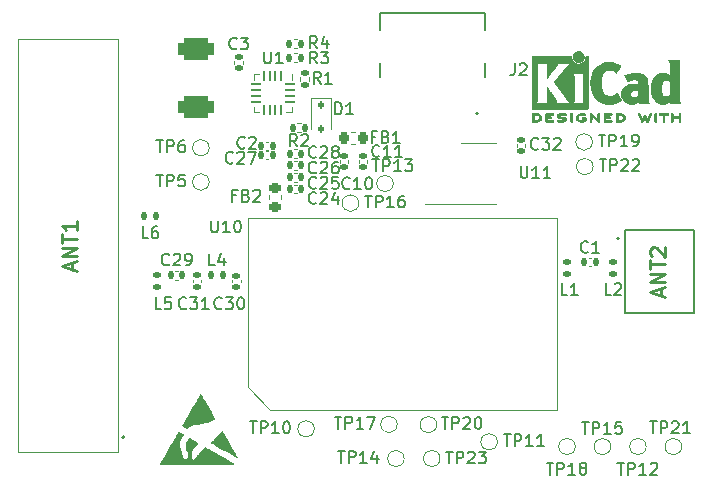
<source format=gto>
%TF.GenerationSoftware,KiCad,Pcbnew,(7.0.0)*%
%TF.CreationDate,2023-03-08T15:34:42+02:00*%
%TF.ProjectId,SARA-R4_DevBoard,53415241-2d52-4345-9f44-6576426f6172,rev?*%
%TF.SameCoordinates,Original*%
%TF.FileFunction,Legend,Top*%
%TF.FilePolarity,Positive*%
%FSLAX46Y46*%
G04 Gerber Fmt 4.6, Leading zero omitted, Abs format (unit mm)*
G04 Created by KiCad (PCBNEW (7.0.0)) date 2023-03-08 15:34:42*
%MOMM*%
%LPD*%
G01*
G04 APERTURE LIST*
G04 Aperture macros list*
%AMRoundRect*
0 Rectangle with rounded corners*
0 $1 Rounding radius*
0 $2 $3 $4 $5 $6 $7 $8 $9 X,Y pos of 4 corners*
0 Add a 4 corners polygon primitive as box body*
4,1,4,$2,$3,$4,$5,$6,$7,$8,$9,$2,$3,0*
0 Add four circle primitives for the rounded corners*
1,1,$1+$1,$2,$3*
1,1,$1+$1,$4,$5*
1,1,$1+$1,$6,$7*
1,1,$1+$1,$8,$9*
0 Add four rect primitives between the rounded corners*
20,1,$1+$1,$2,$3,$4,$5,0*
20,1,$1+$1,$4,$5,$6,$7,0*
20,1,$1+$1,$6,$7,$8,$9,0*
20,1,$1+$1,$8,$9,$2,$3,0*%
G04 Aperture macros list end*
%ADD10C,0.150000*%
%ADD11C,0.254000*%
%ADD12C,0.120000*%
%ADD13C,0.200000*%
%ADD14C,0.100000*%
%ADD15C,0.010000*%
%ADD16C,1.000000*%
%ADD17RoundRect,0.140000X-0.170000X0.140000X-0.170000X-0.140000X0.170000X-0.140000X0.170000X0.140000X0*%
%ADD18R,1.000000X1.000000*%
%ADD19RoundRect,0.147500X0.147500X0.172500X-0.147500X0.172500X-0.147500X-0.172500X0.147500X-0.172500X0*%
%ADD20RoundRect,0.135000X0.185000X-0.135000X0.185000X0.135000X-0.185000X0.135000X-0.185000X-0.135000X0*%
%ADD21RoundRect,0.140000X-0.140000X-0.170000X0.140000X-0.170000X0.140000X0.170000X-0.140000X0.170000X0*%
%ADD22R,1.100000X0.500000*%
%ADD23R,4.000000X4.000000*%
%ADD24R,1.000000X2.000000*%
%ADD25RoundRect,0.468750X1.031250X-0.468750X1.031250X0.468750X-1.031250X0.468750X-1.031250X-0.468750X0*%
%ADD26RoundRect,0.140000X0.140000X0.170000X-0.140000X0.170000X-0.140000X-0.170000X0.140000X-0.170000X0*%
%ADD27RoundRect,0.218750X-0.256250X0.218750X-0.256250X-0.218750X0.256250X-0.218750X0.256250X0.218750X0*%
%ADD28RoundRect,0.147500X0.172500X-0.147500X0.172500X0.147500X-0.172500X0.147500X-0.172500X-0.147500X0*%
%ADD29RoundRect,0.140000X0.170000X-0.140000X0.170000X0.140000X-0.170000X0.140000X-0.170000X-0.140000X0*%
%ADD30RoundRect,0.135000X-0.135000X-0.185000X0.135000X-0.185000X0.135000X0.185000X-0.135000X0.185000X0*%
%ADD31RoundRect,0.112500X-0.112500X0.187500X-0.112500X-0.187500X0.112500X-0.187500X0.112500X0.187500X0*%
%ADD32C,0.650000*%
%ADD33R,0.600000X1.150000*%
%ADD34R,0.300000X1.150000*%
%ADD35R,2.180000X2.000000*%
%ADD36RoundRect,0.062500X-0.062500X0.375000X-0.062500X-0.375000X0.062500X-0.375000X0.062500X0.375000X0*%
%ADD37RoundRect,0.062500X-0.375000X0.062500X-0.375000X-0.062500X0.375000X-0.062500X0.375000X0.062500X0*%
%ADD38R,1.600000X1.600000*%
%ADD39R,0.800000X1.500000*%
%ADD40R,1.500000X0.800000*%
%ADD41R,1.100000X1.100000*%
%ADD42RoundRect,0.218750X-0.218750X-0.256250X0.218750X-0.256250X0.218750X0.256250X-0.218750X0.256250X0*%
G04 APERTURE END LIST*
D10*
X163661905Y-115967380D02*
X164233333Y-115967380D01*
X163947619Y-116967380D02*
X163947619Y-115967380D01*
X164566667Y-116967380D02*
X164566667Y-115967380D01*
X164566667Y-115967380D02*
X164947619Y-115967380D01*
X164947619Y-115967380D02*
X165042857Y-116015000D01*
X165042857Y-116015000D02*
X165090476Y-116062619D01*
X165090476Y-116062619D02*
X165138095Y-116157857D01*
X165138095Y-116157857D02*
X165138095Y-116300714D01*
X165138095Y-116300714D02*
X165090476Y-116395952D01*
X165090476Y-116395952D02*
X165042857Y-116443571D01*
X165042857Y-116443571D02*
X164947619Y-116491190D01*
X164947619Y-116491190D02*
X164566667Y-116491190D01*
X166090476Y-116967380D02*
X165519048Y-116967380D01*
X165804762Y-116967380D02*
X165804762Y-115967380D01*
X165804762Y-115967380D02*
X165709524Y-116110238D01*
X165709524Y-116110238D02*
X165614286Y-116205476D01*
X165614286Y-116205476D02*
X165519048Y-116253095D01*
X167042857Y-116967380D02*
X166471429Y-116967380D01*
X166757143Y-116967380D02*
X166757143Y-115967380D01*
X166757143Y-115967380D02*
X166661905Y-116110238D01*
X166661905Y-116110238D02*
X166566667Y-116205476D01*
X166566667Y-116205476D02*
X166471429Y-116253095D01*
X139757142Y-105272142D02*
X139709523Y-105319761D01*
X139709523Y-105319761D02*
X139566666Y-105367380D01*
X139566666Y-105367380D02*
X139471428Y-105367380D01*
X139471428Y-105367380D02*
X139328571Y-105319761D01*
X139328571Y-105319761D02*
X139233333Y-105224523D01*
X139233333Y-105224523D02*
X139185714Y-105129285D01*
X139185714Y-105129285D02*
X139138095Y-104938809D01*
X139138095Y-104938809D02*
X139138095Y-104795952D01*
X139138095Y-104795952D02*
X139185714Y-104605476D01*
X139185714Y-104605476D02*
X139233333Y-104510238D01*
X139233333Y-104510238D02*
X139328571Y-104415000D01*
X139328571Y-104415000D02*
X139471428Y-104367380D01*
X139471428Y-104367380D02*
X139566666Y-104367380D01*
X139566666Y-104367380D02*
X139709523Y-104415000D01*
X139709523Y-104415000D02*
X139757142Y-104462619D01*
X140090476Y-104367380D02*
X140709523Y-104367380D01*
X140709523Y-104367380D02*
X140376190Y-104748333D01*
X140376190Y-104748333D02*
X140519047Y-104748333D01*
X140519047Y-104748333D02*
X140614285Y-104795952D01*
X140614285Y-104795952D02*
X140661904Y-104843571D01*
X140661904Y-104843571D02*
X140709523Y-104938809D01*
X140709523Y-104938809D02*
X140709523Y-105176904D01*
X140709523Y-105176904D02*
X140661904Y-105272142D01*
X140661904Y-105272142D02*
X140614285Y-105319761D01*
X140614285Y-105319761D02*
X140519047Y-105367380D01*
X140519047Y-105367380D02*
X140233333Y-105367380D01*
X140233333Y-105367380D02*
X140138095Y-105319761D01*
X140138095Y-105319761D02*
X140090476Y-105272142D01*
X141328571Y-104367380D02*
X141423809Y-104367380D01*
X141423809Y-104367380D02*
X141519047Y-104415000D01*
X141519047Y-104415000D02*
X141566666Y-104462619D01*
X141566666Y-104462619D02*
X141614285Y-104557857D01*
X141614285Y-104557857D02*
X141661904Y-104748333D01*
X141661904Y-104748333D02*
X141661904Y-104986428D01*
X141661904Y-104986428D02*
X141614285Y-105176904D01*
X141614285Y-105176904D02*
X141566666Y-105272142D01*
X141566666Y-105272142D02*
X141519047Y-105319761D01*
X141519047Y-105319761D02*
X141423809Y-105367380D01*
X141423809Y-105367380D02*
X141328571Y-105367380D01*
X141328571Y-105367380D02*
X141233333Y-105319761D01*
X141233333Y-105319761D02*
X141185714Y-105272142D01*
X141185714Y-105272142D02*
X141138095Y-105176904D01*
X141138095Y-105176904D02*
X141090476Y-104986428D01*
X141090476Y-104986428D02*
X141090476Y-104748333D01*
X141090476Y-104748333D02*
X141138095Y-104557857D01*
X141138095Y-104557857D02*
X141185714Y-104462619D01*
X141185714Y-104462619D02*
X141233333Y-104415000D01*
X141233333Y-104415000D02*
X141328571Y-104367380D01*
X134238095Y-91067380D02*
X134809523Y-91067380D01*
X134523809Y-92067380D02*
X134523809Y-91067380D01*
X135142857Y-92067380D02*
X135142857Y-91067380D01*
X135142857Y-91067380D02*
X135523809Y-91067380D01*
X135523809Y-91067380D02*
X135619047Y-91115000D01*
X135619047Y-91115000D02*
X135666666Y-91162619D01*
X135666666Y-91162619D02*
X135714285Y-91257857D01*
X135714285Y-91257857D02*
X135714285Y-91400714D01*
X135714285Y-91400714D02*
X135666666Y-91495952D01*
X135666666Y-91495952D02*
X135619047Y-91543571D01*
X135619047Y-91543571D02*
X135523809Y-91591190D01*
X135523809Y-91591190D02*
X135142857Y-91591190D01*
X136571428Y-91067380D02*
X136380952Y-91067380D01*
X136380952Y-91067380D02*
X136285714Y-91115000D01*
X136285714Y-91115000D02*
X136238095Y-91162619D01*
X136238095Y-91162619D02*
X136142857Y-91305476D01*
X136142857Y-91305476D02*
X136095238Y-91495952D01*
X136095238Y-91495952D02*
X136095238Y-91876904D01*
X136095238Y-91876904D02*
X136142857Y-91972142D01*
X136142857Y-91972142D02*
X136190476Y-92019761D01*
X136190476Y-92019761D02*
X136285714Y-92067380D01*
X136285714Y-92067380D02*
X136476190Y-92067380D01*
X136476190Y-92067380D02*
X136571428Y-92019761D01*
X136571428Y-92019761D02*
X136619047Y-91972142D01*
X136619047Y-91972142D02*
X136666666Y-91876904D01*
X136666666Y-91876904D02*
X136666666Y-91638809D01*
X136666666Y-91638809D02*
X136619047Y-91543571D01*
X136619047Y-91543571D02*
X136571428Y-91495952D01*
X136571428Y-91495952D02*
X136476190Y-91448333D01*
X136476190Y-91448333D02*
X136285714Y-91448333D01*
X136285714Y-91448333D02*
X136190476Y-91495952D01*
X136190476Y-91495952D02*
X136142857Y-91543571D01*
X136142857Y-91543571D02*
X136095238Y-91638809D01*
X152521905Y-92687380D02*
X153093333Y-92687380D01*
X152807619Y-93687380D02*
X152807619Y-92687380D01*
X153426667Y-93687380D02*
X153426667Y-92687380D01*
X153426667Y-92687380D02*
X153807619Y-92687380D01*
X153807619Y-92687380D02*
X153902857Y-92735000D01*
X153902857Y-92735000D02*
X153950476Y-92782619D01*
X153950476Y-92782619D02*
X153998095Y-92877857D01*
X153998095Y-92877857D02*
X153998095Y-93020714D01*
X153998095Y-93020714D02*
X153950476Y-93115952D01*
X153950476Y-93115952D02*
X153902857Y-93163571D01*
X153902857Y-93163571D02*
X153807619Y-93211190D01*
X153807619Y-93211190D02*
X153426667Y-93211190D01*
X154950476Y-93687380D02*
X154379048Y-93687380D01*
X154664762Y-93687380D02*
X154664762Y-92687380D01*
X154664762Y-92687380D02*
X154569524Y-92830238D01*
X154569524Y-92830238D02*
X154474286Y-92925476D01*
X154474286Y-92925476D02*
X154379048Y-92973095D01*
X155283810Y-92687380D02*
X155902857Y-92687380D01*
X155902857Y-92687380D02*
X155569524Y-93068333D01*
X155569524Y-93068333D02*
X155712381Y-93068333D01*
X155712381Y-93068333D02*
X155807619Y-93115952D01*
X155807619Y-93115952D02*
X155855238Y-93163571D01*
X155855238Y-93163571D02*
X155902857Y-93258809D01*
X155902857Y-93258809D02*
X155902857Y-93496904D01*
X155902857Y-93496904D02*
X155855238Y-93592142D01*
X155855238Y-93592142D02*
X155807619Y-93639761D01*
X155807619Y-93639761D02*
X155712381Y-93687380D01*
X155712381Y-93687380D02*
X155426667Y-93687380D01*
X155426667Y-93687380D02*
X155331429Y-93639761D01*
X155331429Y-93639761D02*
X155283810Y-93592142D01*
X149611905Y-117387380D02*
X150183333Y-117387380D01*
X149897619Y-118387380D02*
X149897619Y-117387380D01*
X150516667Y-118387380D02*
X150516667Y-117387380D01*
X150516667Y-117387380D02*
X150897619Y-117387380D01*
X150897619Y-117387380D02*
X150992857Y-117435000D01*
X150992857Y-117435000D02*
X151040476Y-117482619D01*
X151040476Y-117482619D02*
X151088095Y-117577857D01*
X151088095Y-117577857D02*
X151088095Y-117720714D01*
X151088095Y-117720714D02*
X151040476Y-117815952D01*
X151040476Y-117815952D02*
X150992857Y-117863571D01*
X150992857Y-117863571D02*
X150897619Y-117911190D01*
X150897619Y-117911190D02*
X150516667Y-117911190D01*
X152040476Y-118387380D02*
X151469048Y-118387380D01*
X151754762Y-118387380D02*
X151754762Y-117387380D01*
X151754762Y-117387380D02*
X151659524Y-117530238D01*
X151659524Y-117530238D02*
X151564286Y-117625476D01*
X151564286Y-117625476D02*
X151469048Y-117673095D01*
X152897619Y-117720714D02*
X152897619Y-118387380D01*
X152659524Y-117339761D02*
X152421429Y-118054047D01*
X152421429Y-118054047D02*
X153040476Y-118054047D01*
D11*
X176943716Y-104236190D02*
X176943716Y-103631428D01*
X177306573Y-104357142D02*
X176036573Y-103933809D01*
X176036573Y-103933809D02*
X177306573Y-103510475D01*
X177306573Y-103087143D02*
X176036573Y-103087143D01*
X176036573Y-103087143D02*
X177306573Y-102361428D01*
X177306573Y-102361428D02*
X176036573Y-102361428D01*
X176036573Y-101938095D02*
X176036573Y-101212381D01*
X177306573Y-101575238D02*
X176036573Y-101575238D01*
X176157526Y-100849524D02*
X176097050Y-100789048D01*
X176097050Y-100789048D02*
X176036573Y-100668095D01*
X176036573Y-100668095D02*
X176036573Y-100365714D01*
X176036573Y-100365714D02*
X176097050Y-100244762D01*
X176097050Y-100244762D02*
X176157526Y-100184286D01*
X176157526Y-100184286D02*
X176278478Y-100123809D01*
X176278478Y-100123809D02*
X176399430Y-100123809D01*
X176399430Y-100123809D02*
X176580859Y-100184286D01*
X176580859Y-100184286D02*
X177306573Y-100910000D01*
X177306573Y-100910000D02*
X177306573Y-100123809D01*
D10*
X139183333Y-101667380D02*
X138707143Y-101667380D01*
X138707143Y-101667380D02*
X138707143Y-100667380D01*
X139945238Y-101000714D02*
X139945238Y-101667380D01*
X139707143Y-100619761D02*
X139469048Y-101334047D01*
X139469048Y-101334047D02*
X140088095Y-101334047D01*
X148133333Y-86273630D02*
X147800000Y-85797440D01*
X147561905Y-86273630D02*
X147561905Y-85273630D01*
X147561905Y-85273630D02*
X147942857Y-85273630D01*
X147942857Y-85273630D02*
X148038095Y-85321250D01*
X148038095Y-85321250D02*
X148085714Y-85368869D01*
X148085714Y-85368869D02*
X148133333Y-85464107D01*
X148133333Y-85464107D02*
X148133333Y-85606964D01*
X148133333Y-85606964D02*
X148085714Y-85702202D01*
X148085714Y-85702202D02*
X148038095Y-85749821D01*
X148038095Y-85749821D02*
X147942857Y-85797440D01*
X147942857Y-85797440D02*
X147561905Y-85797440D01*
X149085714Y-86273630D02*
X148514286Y-86273630D01*
X148800000Y-86273630D02*
X148800000Y-85273630D01*
X148800000Y-85273630D02*
X148704762Y-85416488D01*
X148704762Y-85416488D02*
X148609524Y-85511726D01*
X148609524Y-85511726D02*
X148514286Y-85559345D01*
X151901905Y-95757380D02*
X152473333Y-95757380D01*
X152187619Y-96757380D02*
X152187619Y-95757380D01*
X152806667Y-96757380D02*
X152806667Y-95757380D01*
X152806667Y-95757380D02*
X153187619Y-95757380D01*
X153187619Y-95757380D02*
X153282857Y-95805000D01*
X153282857Y-95805000D02*
X153330476Y-95852619D01*
X153330476Y-95852619D02*
X153378095Y-95947857D01*
X153378095Y-95947857D02*
X153378095Y-96090714D01*
X153378095Y-96090714D02*
X153330476Y-96185952D01*
X153330476Y-96185952D02*
X153282857Y-96233571D01*
X153282857Y-96233571D02*
X153187619Y-96281190D01*
X153187619Y-96281190D02*
X152806667Y-96281190D01*
X154330476Y-96757380D02*
X153759048Y-96757380D01*
X154044762Y-96757380D02*
X154044762Y-95757380D01*
X154044762Y-95757380D02*
X153949524Y-95900238D01*
X153949524Y-95900238D02*
X153854286Y-95995476D01*
X153854286Y-95995476D02*
X153759048Y-96043095D01*
X155187619Y-95757380D02*
X154997143Y-95757380D01*
X154997143Y-95757380D02*
X154901905Y-95805000D01*
X154901905Y-95805000D02*
X154854286Y-95852619D01*
X154854286Y-95852619D02*
X154759048Y-95995476D01*
X154759048Y-95995476D02*
X154711429Y-96185952D01*
X154711429Y-96185952D02*
X154711429Y-96566904D01*
X154711429Y-96566904D02*
X154759048Y-96662142D01*
X154759048Y-96662142D02*
X154806667Y-96709761D01*
X154806667Y-96709761D02*
X154901905Y-96757380D01*
X154901905Y-96757380D02*
X155092381Y-96757380D01*
X155092381Y-96757380D02*
X155187619Y-96709761D01*
X155187619Y-96709761D02*
X155235238Y-96662142D01*
X155235238Y-96662142D02*
X155282857Y-96566904D01*
X155282857Y-96566904D02*
X155282857Y-96328809D01*
X155282857Y-96328809D02*
X155235238Y-96233571D01*
X155235238Y-96233571D02*
X155187619Y-96185952D01*
X155187619Y-96185952D02*
X155092381Y-96138333D01*
X155092381Y-96138333D02*
X154901905Y-96138333D01*
X154901905Y-96138333D02*
X154806667Y-96185952D01*
X154806667Y-96185952D02*
X154759048Y-96233571D01*
X154759048Y-96233571D02*
X154711429Y-96328809D01*
X147757142Y-93772142D02*
X147709523Y-93819761D01*
X147709523Y-93819761D02*
X147566666Y-93867380D01*
X147566666Y-93867380D02*
X147471428Y-93867380D01*
X147471428Y-93867380D02*
X147328571Y-93819761D01*
X147328571Y-93819761D02*
X147233333Y-93724523D01*
X147233333Y-93724523D02*
X147185714Y-93629285D01*
X147185714Y-93629285D02*
X147138095Y-93438809D01*
X147138095Y-93438809D02*
X147138095Y-93295952D01*
X147138095Y-93295952D02*
X147185714Y-93105476D01*
X147185714Y-93105476D02*
X147233333Y-93010238D01*
X147233333Y-93010238D02*
X147328571Y-92915000D01*
X147328571Y-92915000D02*
X147471428Y-92867380D01*
X147471428Y-92867380D02*
X147566666Y-92867380D01*
X147566666Y-92867380D02*
X147709523Y-92915000D01*
X147709523Y-92915000D02*
X147757142Y-92962619D01*
X148138095Y-92962619D02*
X148185714Y-92915000D01*
X148185714Y-92915000D02*
X148280952Y-92867380D01*
X148280952Y-92867380D02*
X148519047Y-92867380D01*
X148519047Y-92867380D02*
X148614285Y-92915000D01*
X148614285Y-92915000D02*
X148661904Y-92962619D01*
X148661904Y-92962619D02*
X148709523Y-93057857D01*
X148709523Y-93057857D02*
X148709523Y-93153095D01*
X148709523Y-93153095D02*
X148661904Y-93295952D01*
X148661904Y-93295952D02*
X148090476Y-93867380D01*
X148090476Y-93867380D02*
X148709523Y-93867380D01*
X149566666Y-92867380D02*
X149376190Y-92867380D01*
X149376190Y-92867380D02*
X149280952Y-92915000D01*
X149280952Y-92915000D02*
X149233333Y-92962619D01*
X149233333Y-92962619D02*
X149138095Y-93105476D01*
X149138095Y-93105476D02*
X149090476Y-93295952D01*
X149090476Y-93295952D02*
X149090476Y-93676904D01*
X149090476Y-93676904D02*
X149138095Y-93772142D01*
X149138095Y-93772142D02*
X149185714Y-93819761D01*
X149185714Y-93819761D02*
X149280952Y-93867380D01*
X149280952Y-93867380D02*
X149471428Y-93867380D01*
X149471428Y-93867380D02*
X149566666Y-93819761D01*
X149566666Y-93819761D02*
X149614285Y-93772142D01*
X149614285Y-93772142D02*
X149661904Y-93676904D01*
X149661904Y-93676904D02*
X149661904Y-93438809D01*
X149661904Y-93438809D02*
X149614285Y-93343571D01*
X149614285Y-93343571D02*
X149566666Y-93295952D01*
X149566666Y-93295952D02*
X149471428Y-93248333D01*
X149471428Y-93248333D02*
X149280952Y-93248333D01*
X149280952Y-93248333D02*
X149185714Y-93295952D01*
X149185714Y-93295952D02*
X149138095Y-93343571D01*
X149138095Y-93343571D02*
X149090476Y-93438809D01*
X165061905Y-93267380D02*
X165061905Y-94076904D01*
X165061905Y-94076904D02*
X165109524Y-94172142D01*
X165109524Y-94172142D02*
X165157143Y-94219761D01*
X165157143Y-94219761D02*
X165252381Y-94267380D01*
X165252381Y-94267380D02*
X165442857Y-94267380D01*
X165442857Y-94267380D02*
X165538095Y-94219761D01*
X165538095Y-94219761D02*
X165585714Y-94172142D01*
X165585714Y-94172142D02*
X165633333Y-94076904D01*
X165633333Y-94076904D02*
X165633333Y-93267380D01*
X166633333Y-94267380D02*
X166061905Y-94267380D01*
X166347619Y-94267380D02*
X166347619Y-93267380D01*
X166347619Y-93267380D02*
X166252381Y-93410238D01*
X166252381Y-93410238D02*
X166157143Y-93505476D01*
X166157143Y-93505476D02*
X166061905Y-93553095D01*
X167585714Y-94267380D02*
X167014286Y-94267380D01*
X167300000Y-94267380D02*
X167300000Y-93267380D01*
X167300000Y-93267380D02*
X167204762Y-93410238D01*
X167204762Y-93410238D02*
X167109524Y-93505476D01*
X167109524Y-93505476D02*
X167014286Y-93553095D01*
D11*
X127103716Y-102056190D02*
X127103716Y-101451428D01*
X127466573Y-102177142D02*
X126196573Y-101753809D01*
X126196573Y-101753809D02*
X127466573Y-101330475D01*
X127466573Y-100907143D02*
X126196573Y-100907143D01*
X126196573Y-100907143D02*
X127466573Y-100181428D01*
X127466573Y-100181428D02*
X126196573Y-100181428D01*
X126196573Y-99758095D02*
X126196573Y-99032381D01*
X127466573Y-99395238D02*
X126196573Y-99395238D01*
X127466573Y-97943809D02*
X127466573Y-98669524D01*
X127466573Y-98306667D02*
X126196573Y-98306667D01*
X126196573Y-98306667D02*
X126378002Y-98427619D01*
X126378002Y-98427619D02*
X126498954Y-98548571D01*
X126498954Y-98548571D02*
X126559430Y-98669524D01*
D10*
X158741905Y-117427380D02*
X159313333Y-117427380D01*
X159027619Y-118427380D02*
X159027619Y-117427380D01*
X159646667Y-118427380D02*
X159646667Y-117427380D01*
X159646667Y-117427380D02*
X160027619Y-117427380D01*
X160027619Y-117427380D02*
X160122857Y-117475000D01*
X160122857Y-117475000D02*
X160170476Y-117522619D01*
X160170476Y-117522619D02*
X160218095Y-117617857D01*
X160218095Y-117617857D02*
X160218095Y-117760714D01*
X160218095Y-117760714D02*
X160170476Y-117855952D01*
X160170476Y-117855952D02*
X160122857Y-117903571D01*
X160122857Y-117903571D02*
X160027619Y-117951190D01*
X160027619Y-117951190D02*
X159646667Y-117951190D01*
X160599048Y-117522619D02*
X160646667Y-117475000D01*
X160646667Y-117475000D02*
X160741905Y-117427380D01*
X160741905Y-117427380D02*
X160980000Y-117427380D01*
X160980000Y-117427380D02*
X161075238Y-117475000D01*
X161075238Y-117475000D02*
X161122857Y-117522619D01*
X161122857Y-117522619D02*
X161170476Y-117617857D01*
X161170476Y-117617857D02*
X161170476Y-117713095D01*
X161170476Y-117713095D02*
X161122857Y-117855952D01*
X161122857Y-117855952D02*
X160551429Y-118427380D01*
X160551429Y-118427380D02*
X161170476Y-118427380D01*
X161503810Y-117427380D02*
X162122857Y-117427380D01*
X162122857Y-117427380D02*
X161789524Y-117808333D01*
X161789524Y-117808333D02*
X161932381Y-117808333D01*
X161932381Y-117808333D02*
X162027619Y-117855952D01*
X162027619Y-117855952D02*
X162075238Y-117903571D01*
X162075238Y-117903571D02*
X162122857Y-117998809D01*
X162122857Y-117998809D02*
X162122857Y-118236904D01*
X162122857Y-118236904D02*
X162075238Y-118332142D01*
X162075238Y-118332142D02*
X162027619Y-118379761D01*
X162027619Y-118379761D02*
X161932381Y-118427380D01*
X161932381Y-118427380D02*
X161646667Y-118427380D01*
X161646667Y-118427380D02*
X161551429Y-118379761D01*
X161551429Y-118379761D02*
X161503810Y-118332142D01*
X170261905Y-114919380D02*
X170833333Y-114919380D01*
X170547619Y-115919380D02*
X170547619Y-114919380D01*
X171166667Y-115919380D02*
X171166667Y-114919380D01*
X171166667Y-114919380D02*
X171547619Y-114919380D01*
X171547619Y-114919380D02*
X171642857Y-114967000D01*
X171642857Y-114967000D02*
X171690476Y-115014619D01*
X171690476Y-115014619D02*
X171738095Y-115109857D01*
X171738095Y-115109857D02*
X171738095Y-115252714D01*
X171738095Y-115252714D02*
X171690476Y-115347952D01*
X171690476Y-115347952D02*
X171642857Y-115395571D01*
X171642857Y-115395571D02*
X171547619Y-115443190D01*
X171547619Y-115443190D02*
X171166667Y-115443190D01*
X172690476Y-115919380D02*
X172119048Y-115919380D01*
X172404762Y-115919380D02*
X172404762Y-114919380D01*
X172404762Y-114919380D02*
X172309524Y-115062238D01*
X172309524Y-115062238D02*
X172214286Y-115157476D01*
X172214286Y-115157476D02*
X172119048Y-115205095D01*
X173595238Y-114919380D02*
X173119048Y-114919380D01*
X173119048Y-114919380D02*
X173071429Y-115395571D01*
X173071429Y-115395571D02*
X173119048Y-115347952D01*
X173119048Y-115347952D02*
X173214286Y-115300333D01*
X173214286Y-115300333D02*
X173452381Y-115300333D01*
X173452381Y-115300333D02*
X173547619Y-115347952D01*
X173547619Y-115347952D02*
X173595238Y-115395571D01*
X173595238Y-115395571D02*
X173642857Y-115490809D01*
X173642857Y-115490809D02*
X173642857Y-115728904D01*
X173642857Y-115728904D02*
X173595238Y-115824142D01*
X173595238Y-115824142D02*
X173547619Y-115871761D01*
X173547619Y-115871761D02*
X173452381Y-115919380D01*
X173452381Y-115919380D02*
X173214286Y-115919380D01*
X173214286Y-115919380D02*
X173119048Y-115871761D01*
X173119048Y-115871761D02*
X173071429Y-115824142D01*
X147757142Y-96372142D02*
X147709523Y-96419761D01*
X147709523Y-96419761D02*
X147566666Y-96467380D01*
X147566666Y-96467380D02*
X147471428Y-96467380D01*
X147471428Y-96467380D02*
X147328571Y-96419761D01*
X147328571Y-96419761D02*
X147233333Y-96324523D01*
X147233333Y-96324523D02*
X147185714Y-96229285D01*
X147185714Y-96229285D02*
X147138095Y-96038809D01*
X147138095Y-96038809D02*
X147138095Y-95895952D01*
X147138095Y-95895952D02*
X147185714Y-95705476D01*
X147185714Y-95705476D02*
X147233333Y-95610238D01*
X147233333Y-95610238D02*
X147328571Y-95515000D01*
X147328571Y-95515000D02*
X147471428Y-95467380D01*
X147471428Y-95467380D02*
X147566666Y-95467380D01*
X147566666Y-95467380D02*
X147709523Y-95515000D01*
X147709523Y-95515000D02*
X147757142Y-95562619D01*
X148138095Y-95562619D02*
X148185714Y-95515000D01*
X148185714Y-95515000D02*
X148280952Y-95467380D01*
X148280952Y-95467380D02*
X148519047Y-95467380D01*
X148519047Y-95467380D02*
X148614285Y-95515000D01*
X148614285Y-95515000D02*
X148661904Y-95562619D01*
X148661904Y-95562619D02*
X148709523Y-95657857D01*
X148709523Y-95657857D02*
X148709523Y-95753095D01*
X148709523Y-95753095D02*
X148661904Y-95895952D01*
X148661904Y-95895952D02*
X148090476Y-96467380D01*
X148090476Y-96467380D02*
X148709523Y-96467380D01*
X149566666Y-95800714D02*
X149566666Y-96467380D01*
X149328571Y-95419761D02*
X149090476Y-96134047D01*
X149090476Y-96134047D02*
X149709523Y-96134047D01*
X149321905Y-114477380D02*
X149893333Y-114477380D01*
X149607619Y-115477380D02*
X149607619Y-114477380D01*
X150226667Y-115477380D02*
X150226667Y-114477380D01*
X150226667Y-114477380D02*
X150607619Y-114477380D01*
X150607619Y-114477380D02*
X150702857Y-114525000D01*
X150702857Y-114525000D02*
X150750476Y-114572619D01*
X150750476Y-114572619D02*
X150798095Y-114667857D01*
X150798095Y-114667857D02*
X150798095Y-114810714D01*
X150798095Y-114810714D02*
X150750476Y-114905952D01*
X150750476Y-114905952D02*
X150702857Y-114953571D01*
X150702857Y-114953571D02*
X150607619Y-115001190D01*
X150607619Y-115001190D02*
X150226667Y-115001190D01*
X151750476Y-115477380D02*
X151179048Y-115477380D01*
X151464762Y-115477380D02*
X151464762Y-114477380D01*
X151464762Y-114477380D02*
X151369524Y-114620238D01*
X151369524Y-114620238D02*
X151274286Y-114715476D01*
X151274286Y-114715476D02*
X151179048Y-114763095D01*
X152083810Y-114477380D02*
X152750476Y-114477380D01*
X152750476Y-114477380D02*
X152321905Y-115477380D01*
X150587142Y-95112142D02*
X150539523Y-95159761D01*
X150539523Y-95159761D02*
X150396666Y-95207380D01*
X150396666Y-95207380D02*
X150301428Y-95207380D01*
X150301428Y-95207380D02*
X150158571Y-95159761D01*
X150158571Y-95159761D02*
X150063333Y-95064523D01*
X150063333Y-95064523D02*
X150015714Y-94969285D01*
X150015714Y-94969285D02*
X149968095Y-94778809D01*
X149968095Y-94778809D02*
X149968095Y-94635952D01*
X149968095Y-94635952D02*
X150015714Y-94445476D01*
X150015714Y-94445476D02*
X150063333Y-94350238D01*
X150063333Y-94350238D02*
X150158571Y-94255000D01*
X150158571Y-94255000D02*
X150301428Y-94207380D01*
X150301428Y-94207380D02*
X150396666Y-94207380D01*
X150396666Y-94207380D02*
X150539523Y-94255000D01*
X150539523Y-94255000D02*
X150587142Y-94302619D01*
X151539523Y-95207380D02*
X150968095Y-95207380D01*
X151253809Y-95207380D02*
X151253809Y-94207380D01*
X151253809Y-94207380D02*
X151158571Y-94350238D01*
X151158571Y-94350238D02*
X151063333Y-94445476D01*
X151063333Y-94445476D02*
X150968095Y-94493095D01*
X152158571Y-94207380D02*
X152253809Y-94207380D01*
X152253809Y-94207380D02*
X152349047Y-94255000D01*
X152349047Y-94255000D02*
X152396666Y-94302619D01*
X152396666Y-94302619D02*
X152444285Y-94397857D01*
X152444285Y-94397857D02*
X152491904Y-94588333D01*
X152491904Y-94588333D02*
X152491904Y-94826428D01*
X152491904Y-94826428D02*
X152444285Y-95016904D01*
X152444285Y-95016904D02*
X152396666Y-95112142D01*
X152396666Y-95112142D02*
X152349047Y-95159761D01*
X152349047Y-95159761D02*
X152253809Y-95207380D01*
X152253809Y-95207380D02*
X152158571Y-95207380D01*
X152158571Y-95207380D02*
X152063333Y-95159761D01*
X152063333Y-95159761D02*
X152015714Y-95112142D01*
X152015714Y-95112142D02*
X151968095Y-95016904D01*
X151968095Y-95016904D02*
X151920476Y-94826428D01*
X151920476Y-94826428D02*
X151920476Y-94588333D01*
X151920476Y-94588333D02*
X151968095Y-94397857D01*
X151968095Y-94397857D02*
X152015714Y-94302619D01*
X152015714Y-94302619D02*
X152063333Y-94255000D01*
X152063333Y-94255000D02*
X152158571Y-94207380D01*
X133533333Y-99367380D02*
X133057143Y-99367380D01*
X133057143Y-99367380D02*
X133057143Y-98367380D01*
X134295238Y-98367380D02*
X134104762Y-98367380D01*
X134104762Y-98367380D02*
X134009524Y-98415000D01*
X134009524Y-98415000D02*
X133961905Y-98462619D01*
X133961905Y-98462619D02*
X133866667Y-98605476D01*
X133866667Y-98605476D02*
X133819048Y-98795952D01*
X133819048Y-98795952D02*
X133819048Y-99176904D01*
X133819048Y-99176904D02*
X133866667Y-99272142D01*
X133866667Y-99272142D02*
X133914286Y-99319761D01*
X133914286Y-99319761D02*
X134009524Y-99367380D01*
X134009524Y-99367380D02*
X134200000Y-99367380D01*
X134200000Y-99367380D02*
X134295238Y-99319761D01*
X134295238Y-99319761D02*
X134342857Y-99272142D01*
X134342857Y-99272142D02*
X134390476Y-99176904D01*
X134390476Y-99176904D02*
X134390476Y-98938809D01*
X134390476Y-98938809D02*
X134342857Y-98843571D01*
X134342857Y-98843571D02*
X134295238Y-98795952D01*
X134295238Y-98795952D02*
X134200000Y-98748333D01*
X134200000Y-98748333D02*
X134009524Y-98748333D01*
X134009524Y-98748333D02*
X133914286Y-98795952D01*
X133914286Y-98795952D02*
X133866667Y-98843571D01*
X133866667Y-98843571D02*
X133819048Y-98938809D01*
X158371905Y-114497380D02*
X158943333Y-114497380D01*
X158657619Y-115497380D02*
X158657619Y-114497380D01*
X159276667Y-115497380D02*
X159276667Y-114497380D01*
X159276667Y-114497380D02*
X159657619Y-114497380D01*
X159657619Y-114497380D02*
X159752857Y-114545000D01*
X159752857Y-114545000D02*
X159800476Y-114592619D01*
X159800476Y-114592619D02*
X159848095Y-114687857D01*
X159848095Y-114687857D02*
X159848095Y-114830714D01*
X159848095Y-114830714D02*
X159800476Y-114925952D01*
X159800476Y-114925952D02*
X159752857Y-114973571D01*
X159752857Y-114973571D02*
X159657619Y-115021190D01*
X159657619Y-115021190D02*
X159276667Y-115021190D01*
X160229048Y-114592619D02*
X160276667Y-114545000D01*
X160276667Y-114545000D02*
X160371905Y-114497380D01*
X160371905Y-114497380D02*
X160610000Y-114497380D01*
X160610000Y-114497380D02*
X160705238Y-114545000D01*
X160705238Y-114545000D02*
X160752857Y-114592619D01*
X160752857Y-114592619D02*
X160800476Y-114687857D01*
X160800476Y-114687857D02*
X160800476Y-114783095D01*
X160800476Y-114783095D02*
X160752857Y-114925952D01*
X160752857Y-114925952D02*
X160181429Y-115497380D01*
X160181429Y-115497380D02*
X160800476Y-115497380D01*
X161419524Y-114497380D02*
X161514762Y-114497380D01*
X161514762Y-114497380D02*
X161610000Y-114545000D01*
X161610000Y-114545000D02*
X161657619Y-114592619D01*
X161657619Y-114592619D02*
X161705238Y-114687857D01*
X161705238Y-114687857D02*
X161752857Y-114878333D01*
X161752857Y-114878333D02*
X161752857Y-115116428D01*
X161752857Y-115116428D02*
X161705238Y-115306904D01*
X161705238Y-115306904D02*
X161657619Y-115402142D01*
X161657619Y-115402142D02*
X161610000Y-115449761D01*
X161610000Y-115449761D02*
X161514762Y-115497380D01*
X161514762Y-115497380D02*
X161419524Y-115497380D01*
X161419524Y-115497380D02*
X161324286Y-115449761D01*
X161324286Y-115449761D02*
X161276667Y-115402142D01*
X161276667Y-115402142D02*
X161229048Y-115306904D01*
X161229048Y-115306904D02*
X161181429Y-115116428D01*
X161181429Y-115116428D02*
X161181429Y-114878333D01*
X161181429Y-114878333D02*
X161229048Y-114687857D01*
X161229048Y-114687857D02*
X161276667Y-114592619D01*
X161276667Y-114592619D02*
X161324286Y-114545000D01*
X161324286Y-114545000D02*
X161419524Y-114497380D01*
X140707142Y-92942142D02*
X140659523Y-92989761D01*
X140659523Y-92989761D02*
X140516666Y-93037380D01*
X140516666Y-93037380D02*
X140421428Y-93037380D01*
X140421428Y-93037380D02*
X140278571Y-92989761D01*
X140278571Y-92989761D02*
X140183333Y-92894523D01*
X140183333Y-92894523D02*
X140135714Y-92799285D01*
X140135714Y-92799285D02*
X140088095Y-92608809D01*
X140088095Y-92608809D02*
X140088095Y-92465952D01*
X140088095Y-92465952D02*
X140135714Y-92275476D01*
X140135714Y-92275476D02*
X140183333Y-92180238D01*
X140183333Y-92180238D02*
X140278571Y-92085000D01*
X140278571Y-92085000D02*
X140421428Y-92037380D01*
X140421428Y-92037380D02*
X140516666Y-92037380D01*
X140516666Y-92037380D02*
X140659523Y-92085000D01*
X140659523Y-92085000D02*
X140707142Y-92132619D01*
X141088095Y-92132619D02*
X141135714Y-92085000D01*
X141135714Y-92085000D02*
X141230952Y-92037380D01*
X141230952Y-92037380D02*
X141469047Y-92037380D01*
X141469047Y-92037380D02*
X141564285Y-92085000D01*
X141564285Y-92085000D02*
X141611904Y-92132619D01*
X141611904Y-92132619D02*
X141659523Y-92227857D01*
X141659523Y-92227857D02*
X141659523Y-92323095D01*
X141659523Y-92323095D02*
X141611904Y-92465952D01*
X141611904Y-92465952D02*
X141040476Y-93037380D01*
X141040476Y-93037380D02*
X141659523Y-93037380D01*
X141992857Y-92037380D02*
X142659523Y-92037380D01*
X142659523Y-92037380D02*
X142230952Y-93037380D01*
X170763333Y-100502142D02*
X170715714Y-100549761D01*
X170715714Y-100549761D02*
X170572857Y-100597380D01*
X170572857Y-100597380D02*
X170477619Y-100597380D01*
X170477619Y-100597380D02*
X170334762Y-100549761D01*
X170334762Y-100549761D02*
X170239524Y-100454523D01*
X170239524Y-100454523D02*
X170191905Y-100359285D01*
X170191905Y-100359285D02*
X170144286Y-100168809D01*
X170144286Y-100168809D02*
X170144286Y-100025952D01*
X170144286Y-100025952D02*
X170191905Y-99835476D01*
X170191905Y-99835476D02*
X170239524Y-99740238D01*
X170239524Y-99740238D02*
X170334762Y-99645000D01*
X170334762Y-99645000D02*
X170477619Y-99597380D01*
X170477619Y-99597380D02*
X170572857Y-99597380D01*
X170572857Y-99597380D02*
X170715714Y-99645000D01*
X170715714Y-99645000D02*
X170763333Y-99692619D01*
X171715714Y-100597380D02*
X171144286Y-100597380D01*
X171430000Y-100597380D02*
X171430000Y-99597380D01*
X171430000Y-99597380D02*
X171334762Y-99740238D01*
X171334762Y-99740238D02*
X171239524Y-99835476D01*
X171239524Y-99835476D02*
X171144286Y-99883095D01*
X147757142Y-92472142D02*
X147709523Y-92519761D01*
X147709523Y-92519761D02*
X147566666Y-92567380D01*
X147566666Y-92567380D02*
X147471428Y-92567380D01*
X147471428Y-92567380D02*
X147328571Y-92519761D01*
X147328571Y-92519761D02*
X147233333Y-92424523D01*
X147233333Y-92424523D02*
X147185714Y-92329285D01*
X147185714Y-92329285D02*
X147138095Y-92138809D01*
X147138095Y-92138809D02*
X147138095Y-91995952D01*
X147138095Y-91995952D02*
X147185714Y-91805476D01*
X147185714Y-91805476D02*
X147233333Y-91710238D01*
X147233333Y-91710238D02*
X147328571Y-91615000D01*
X147328571Y-91615000D02*
X147471428Y-91567380D01*
X147471428Y-91567380D02*
X147566666Y-91567380D01*
X147566666Y-91567380D02*
X147709523Y-91615000D01*
X147709523Y-91615000D02*
X147757142Y-91662619D01*
X148138095Y-91662619D02*
X148185714Y-91615000D01*
X148185714Y-91615000D02*
X148280952Y-91567380D01*
X148280952Y-91567380D02*
X148519047Y-91567380D01*
X148519047Y-91567380D02*
X148614285Y-91615000D01*
X148614285Y-91615000D02*
X148661904Y-91662619D01*
X148661904Y-91662619D02*
X148709523Y-91757857D01*
X148709523Y-91757857D02*
X148709523Y-91853095D01*
X148709523Y-91853095D02*
X148661904Y-91995952D01*
X148661904Y-91995952D02*
X148090476Y-92567380D01*
X148090476Y-92567380D02*
X148709523Y-92567380D01*
X149280952Y-91995952D02*
X149185714Y-91948333D01*
X149185714Y-91948333D02*
X149138095Y-91900714D01*
X149138095Y-91900714D02*
X149090476Y-91805476D01*
X149090476Y-91805476D02*
X149090476Y-91757857D01*
X149090476Y-91757857D02*
X149138095Y-91662619D01*
X149138095Y-91662619D02*
X149185714Y-91615000D01*
X149185714Y-91615000D02*
X149280952Y-91567380D01*
X149280952Y-91567380D02*
X149471428Y-91567380D01*
X149471428Y-91567380D02*
X149566666Y-91615000D01*
X149566666Y-91615000D02*
X149614285Y-91662619D01*
X149614285Y-91662619D02*
X149661904Y-91757857D01*
X149661904Y-91757857D02*
X149661904Y-91805476D01*
X149661904Y-91805476D02*
X149614285Y-91900714D01*
X149614285Y-91900714D02*
X149566666Y-91948333D01*
X149566666Y-91948333D02*
X149471428Y-91995952D01*
X149471428Y-91995952D02*
X149280952Y-91995952D01*
X149280952Y-91995952D02*
X149185714Y-92043571D01*
X149185714Y-92043571D02*
X149138095Y-92091190D01*
X149138095Y-92091190D02*
X149090476Y-92186428D01*
X149090476Y-92186428D02*
X149090476Y-92376904D01*
X149090476Y-92376904D02*
X149138095Y-92472142D01*
X149138095Y-92472142D02*
X149185714Y-92519761D01*
X149185714Y-92519761D02*
X149280952Y-92567380D01*
X149280952Y-92567380D02*
X149471428Y-92567380D01*
X149471428Y-92567380D02*
X149566666Y-92519761D01*
X149566666Y-92519761D02*
X149614285Y-92472142D01*
X149614285Y-92472142D02*
X149661904Y-92376904D01*
X149661904Y-92376904D02*
X149661904Y-92186428D01*
X149661904Y-92186428D02*
X149614285Y-92091190D01*
X149614285Y-92091190D02*
X149566666Y-92043571D01*
X149566666Y-92043571D02*
X149471428Y-91995952D01*
X140966666Y-95743571D02*
X140633333Y-95743571D01*
X140633333Y-96267380D02*
X140633333Y-95267380D01*
X140633333Y-95267380D02*
X141109523Y-95267380D01*
X141823809Y-95743571D02*
X141966666Y-95791190D01*
X141966666Y-95791190D02*
X142014285Y-95838809D01*
X142014285Y-95838809D02*
X142061904Y-95934047D01*
X142061904Y-95934047D02*
X142061904Y-96076904D01*
X142061904Y-96076904D02*
X142014285Y-96172142D01*
X142014285Y-96172142D02*
X141966666Y-96219761D01*
X141966666Y-96219761D02*
X141871428Y-96267380D01*
X141871428Y-96267380D02*
X141490476Y-96267380D01*
X141490476Y-96267380D02*
X141490476Y-95267380D01*
X141490476Y-95267380D02*
X141823809Y-95267380D01*
X141823809Y-95267380D02*
X141919047Y-95315000D01*
X141919047Y-95315000D02*
X141966666Y-95362619D01*
X141966666Y-95362619D02*
X142014285Y-95457857D01*
X142014285Y-95457857D02*
X142014285Y-95553095D01*
X142014285Y-95553095D02*
X141966666Y-95648333D01*
X141966666Y-95648333D02*
X141919047Y-95695952D01*
X141919047Y-95695952D02*
X141823809Y-95743571D01*
X141823809Y-95743571D02*
X141490476Y-95743571D01*
X142442857Y-95362619D02*
X142490476Y-95315000D01*
X142490476Y-95315000D02*
X142585714Y-95267380D01*
X142585714Y-95267380D02*
X142823809Y-95267380D01*
X142823809Y-95267380D02*
X142919047Y-95315000D01*
X142919047Y-95315000D02*
X142966666Y-95362619D01*
X142966666Y-95362619D02*
X143014285Y-95457857D01*
X143014285Y-95457857D02*
X143014285Y-95553095D01*
X143014285Y-95553095D02*
X142966666Y-95695952D01*
X142966666Y-95695952D02*
X142395238Y-96267380D01*
X142395238Y-96267380D02*
X143014285Y-96267380D01*
X142161905Y-114867380D02*
X142733333Y-114867380D01*
X142447619Y-115867380D02*
X142447619Y-114867380D01*
X143066667Y-115867380D02*
X143066667Y-114867380D01*
X143066667Y-114867380D02*
X143447619Y-114867380D01*
X143447619Y-114867380D02*
X143542857Y-114915000D01*
X143542857Y-114915000D02*
X143590476Y-114962619D01*
X143590476Y-114962619D02*
X143638095Y-115057857D01*
X143638095Y-115057857D02*
X143638095Y-115200714D01*
X143638095Y-115200714D02*
X143590476Y-115295952D01*
X143590476Y-115295952D02*
X143542857Y-115343571D01*
X143542857Y-115343571D02*
X143447619Y-115391190D01*
X143447619Y-115391190D02*
X143066667Y-115391190D01*
X144590476Y-115867380D02*
X144019048Y-115867380D01*
X144304762Y-115867380D02*
X144304762Y-114867380D01*
X144304762Y-114867380D02*
X144209524Y-115010238D01*
X144209524Y-115010238D02*
X144114286Y-115105476D01*
X144114286Y-115105476D02*
X144019048Y-115153095D01*
X145209524Y-114867380D02*
X145304762Y-114867380D01*
X145304762Y-114867380D02*
X145400000Y-114915000D01*
X145400000Y-114915000D02*
X145447619Y-114962619D01*
X145447619Y-114962619D02*
X145495238Y-115057857D01*
X145495238Y-115057857D02*
X145542857Y-115248333D01*
X145542857Y-115248333D02*
X145542857Y-115486428D01*
X145542857Y-115486428D02*
X145495238Y-115676904D01*
X145495238Y-115676904D02*
X145447619Y-115772142D01*
X145447619Y-115772142D02*
X145400000Y-115819761D01*
X145400000Y-115819761D02*
X145304762Y-115867380D01*
X145304762Y-115867380D02*
X145209524Y-115867380D01*
X145209524Y-115867380D02*
X145114286Y-115819761D01*
X145114286Y-115819761D02*
X145066667Y-115772142D01*
X145066667Y-115772142D02*
X145019048Y-115676904D01*
X145019048Y-115676904D02*
X144971429Y-115486428D01*
X144971429Y-115486428D02*
X144971429Y-115248333D01*
X144971429Y-115248333D02*
X145019048Y-115057857D01*
X145019048Y-115057857D02*
X145066667Y-114962619D01*
X145066667Y-114962619D02*
X145114286Y-114915000D01*
X145114286Y-114915000D02*
X145209524Y-114867380D01*
X134238095Y-93967380D02*
X134809523Y-93967380D01*
X134523809Y-94967380D02*
X134523809Y-93967380D01*
X135142857Y-94967380D02*
X135142857Y-93967380D01*
X135142857Y-93967380D02*
X135523809Y-93967380D01*
X135523809Y-93967380D02*
X135619047Y-94015000D01*
X135619047Y-94015000D02*
X135666666Y-94062619D01*
X135666666Y-94062619D02*
X135714285Y-94157857D01*
X135714285Y-94157857D02*
X135714285Y-94300714D01*
X135714285Y-94300714D02*
X135666666Y-94395952D01*
X135666666Y-94395952D02*
X135619047Y-94443571D01*
X135619047Y-94443571D02*
X135523809Y-94491190D01*
X135523809Y-94491190D02*
X135142857Y-94491190D01*
X136619047Y-93967380D02*
X136142857Y-93967380D01*
X136142857Y-93967380D02*
X136095238Y-94443571D01*
X136095238Y-94443571D02*
X136142857Y-94395952D01*
X136142857Y-94395952D02*
X136238095Y-94348333D01*
X136238095Y-94348333D02*
X136476190Y-94348333D01*
X136476190Y-94348333D02*
X136571428Y-94395952D01*
X136571428Y-94395952D02*
X136619047Y-94443571D01*
X136619047Y-94443571D02*
X136666666Y-94538809D01*
X136666666Y-94538809D02*
X136666666Y-94776904D01*
X136666666Y-94776904D02*
X136619047Y-94872142D01*
X136619047Y-94872142D02*
X136571428Y-94919761D01*
X136571428Y-94919761D02*
X136476190Y-94967380D01*
X136476190Y-94967380D02*
X136238095Y-94967380D01*
X136238095Y-94967380D02*
X136142857Y-94919761D01*
X136142857Y-94919761D02*
X136095238Y-94872142D01*
X134633333Y-105367380D02*
X134157143Y-105367380D01*
X134157143Y-105367380D02*
X134157143Y-104367380D01*
X135442857Y-104367380D02*
X134966667Y-104367380D01*
X134966667Y-104367380D02*
X134919048Y-104843571D01*
X134919048Y-104843571D02*
X134966667Y-104795952D01*
X134966667Y-104795952D02*
X135061905Y-104748333D01*
X135061905Y-104748333D02*
X135300000Y-104748333D01*
X135300000Y-104748333D02*
X135395238Y-104795952D01*
X135395238Y-104795952D02*
X135442857Y-104843571D01*
X135442857Y-104843571D02*
X135490476Y-104938809D01*
X135490476Y-104938809D02*
X135490476Y-105176904D01*
X135490476Y-105176904D02*
X135442857Y-105272142D01*
X135442857Y-105272142D02*
X135395238Y-105319761D01*
X135395238Y-105319761D02*
X135300000Y-105367380D01*
X135300000Y-105367380D02*
X135061905Y-105367380D01*
X135061905Y-105367380D02*
X134966667Y-105319761D01*
X134966667Y-105319761D02*
X134919048Y-105272142D01*
X169033333Y-104167380D02*
X168557143Y-104167380D01*
X168557143Y-104167380D02*
X168557143Y-103167380D01*
X169890476Y-104167380D02*
X169319048Y-104167380D01*
X169604762Y-104167380D02*
X169604762Y-103167380D01*
X169604762Y-103167380D02*
X169509524Y-103310238D01*
X169509524Y-103310238D02*
X169414286Y-103405476D01*
X169414286Y-103405476D02*
X169319048Y-103453095D01*
X171671905Y-90587380D02*
X172243333Y-90587380D01*
X171957619Y-91587380D02*
X171957619Y-90587380D01*
X172576667Y-91587380D02*
X172576667Y-90587380D01*
X172576667Y-90587380D02*
X172957619Y-90587380D01*
X172957619Y-90587380D02*
X173052857Y-90635000D01*
X173052857Y-90635000D02*
X173100476Y-90682619D01*
X173100476Y-90682619D02*
X173148095Y-90777857D01*
X173148095Y-90777857D02*
X173148095Y-90920714D01*
X173148095Y-90920714D02*
X173100476Y-91015952D01*
X173100476Y-91015952D02*
X173052857Y-91063571D01*
X173052857Y-91063571D02*
X172957619Y-91111190D01*
X172957619Y-91111190D02*
X172576667Y-91111190D01*
X174100476Y-91587380D02*
X173529048Y-91587380D01*
X173814762Y-91587380D02*
X173814762Y-90587380D01*
X173814762Y-90587380D02*
X173719524Y-90730238D01*
X173719524Y-90730238D02*
X173624286Y-90825476D01*
X173624286Y-90825476D02*
X173529048Y-90873095D01*
X174576667Y-91587380D02*
X174767143Y-91587380D01*
X174767143Y-91587380D02*
X174862381Y-91539761D01*
X174862381Y-91539761D02*
X174910000Y-91492142D01*
X174910000Y-91492142D02*
X175005238Y-91349285D01*
X175005238Y-91349285D02*
X175052857Y-91158809D01*
X175052857Y-91158809D02*
X175052857Y-90777857D01*
X175052857Y-90777857D02*
X175005238Y-90682619D01*
X175005238Y-90682619D02*
X174957619Y-90635000D01*
X174957619Y-90635000D02*
X174862381Y-90587380D01*
X174862381Y-90587380D02*
X174671905Y-90587380D01*
X174671905Y-90587380D02*
X174576667Y-90635000D01*
X174576667Y-90635000D02*
X174529048Y-90682619D01*
X174529048Y-90682619D02*
X174481429Y-90777857D01*
X174481429Y-90777857D02*
X174481429Y-91015952D01*
X174481429Y-91015952D02*
X174529048Y-91111190D01*
X174529048Y-91111190D02*
X174576667Y-91158809D01*
X174576667Y-91158809D02*
X174671905Y-91206428D01*
X174671905Y-91206428D02*
X174862381Y-91206428D01*
X174862381Y-91206428D02*
X174957619Y-91158809D01*
X174957619Y-91158809D02*
X175005238Y-91111190D01*
X175005238Y-91111190D02*
X175052857Y-91015952D01*
X166557142Y-91772142D02*
X166509523Y-91819761D01*
X166509523Y-91819761D02*
X166366666Y-91867380D01*
X166366666Y-91867380D02*
X166271428Y-91867380D01*
X166271428Y-91867380D02*
X166128571Y-91819761D01*
X166128571Y-91819761D02*
X166033333Y-91724523D01*
X166033333Y-91724523D02*
X165985714Y-91629285D01*
X165985714Y-91629285D02*
X165938095Y-91438809D01*
X165938095Y-91438809D02*
X165938095Y-91295952D01*
X165938095Y-91295952D02*
X165985714Y-91105476D01*
X165985714Y-91105476D02*
X166033333Y-91010238D01*
X166033333Y-91010238D02*
X166128571Y-90915000D01*
X166128571Y-90915000D02*
X166271428Y-90867380D01*
X166271428Y-90867380D02*
X166366666Y-90867380D01*
X166366666Y-90867380D02*
X166509523Y-90915000D01*
X166509523Y-90915000D02*
X166557142Y-90962619D01*
X166890476Y-90867380D02*
X167509523Y-90867380D01*
X167509523Y-90867380D02*
X167176190Y-91248333D01*
X167176190Y-91248333D02*
X167319047Y-91248333D01*
X167319047Y-91248333D02*
X167414285Y-91295952D01*
X167414285Y-91295952D02*
X167461904Y-91343571D01*
X167461904Y-91343571D02*
X167509523Y-91438809D01*
X167509523Y-91438809D02*
X167509523Y-91676904D01*
X167509523Y-91676904D02*
X167461904Y-91772142D01*
X167461904Y-91772142D02*
X167414285Y-91819761D01*
X167414285Y-91819761D02*
X167319047Y-91867380D01*
X167319047Y-91867380D02*
X167033333Y-91867380D01*
X167033333Y-91867380D02*
X166938095Y-91819761D01*
X166938095Y-91819761D02*
X166890476Y-91772142D01*
X167890476Y-90962619D02*
X167938095Y-90915000D01*
X167938095Y-90915000D02*
X168033333Y-90867380D01*
X168033333Y-90867380D02*
X168271428Y-90867380D01*
X168271428Y-90867380D02*
X168366666Y-90915000D01*
X168366666Y-90915000D02*
X168414285Y-90962619D01*
X168414285Y-90962619D02*
X168461904Y-91057857D01*
X168461904Y-91057857D02*
X168461904Y-91153095D01*
X168461904Y-91153095D02*
X168414285Y-91295952D01*
X168414285Y-91295952D02*
X167842857Y-91867380D01*
X167842857Y-91867380D02*
X168461904Y-91867380D01*
X147833333Y-84567380D02*
X147500000Y-84091190D01*
X147261905Y-84567380D02*
X147261905Y-83567380D01*
X147261905Y-83567380D02*
X147642857Y-83567380D01*
X147642857Y-83567380D02*
X147738095Y-83615000D01*
X147738095Y-83615000D02*
X147785714Y-83662619D01*
X147785714Y-83662619D02*
X147833333Y-83757857D01*
X147833333Y-83757857D02*
X147833333Y-83900714D01*
X147833333Y-83900714D02*
X147785714Y-83995952D01*
X147785714Y-83995952D02*
X147738095Y-84043571D01*
X147738095Y-84043571D02*
X147642857Y-84091190D01*
X147642857Y-84091190D02*
X147261905Y-84091190D01*
X148166667Y-83567380D02*
X148785714Y-83567380D01*
X148785714Y-83567380D02*
X148452381Y-83948333D01*
X148452381Y-83948333D02*
X148595238Y-83948333D01*
X148595238Y-83948333D02*
X148690476Y-83995952D01*
X148690476Y-83995952D02*
X148738095Y-84043571D01*
X148738095Y-84043571D02*
X148785714Y-84138809D01*
X148785714Y-84138809D02*
X148785714Y-84376904D01*
X148785714Y-84376904D02*
X148738095Y-84472142D01*
X148738095Y-84472142D02*
X148690476Y-84519761D01*
X148690476Y-84519761D02*
X148595238Y-84567380D01*
X148595238Y-84567380D02*
X148309524Y-84567380D01*
X148309524Y-84567380D02*
X148214286Y-84519761D01*
X148214286Y-84519761D02*
X148166667Y-84472142D01*
X172733333Y-104167380D02*
X172257143Y-104167380D01*
X172257143Y-104167380D02*
X172257143Y-103167380D01*
X173019048Y-103262619D02*
X173066667Y-103215000D01*
X173066667Y-103215000D02*
X173161905Y-103167380D01*
X173161905Y-103167380D02*
X173400000Y-103167380D01*
X173400000Y-103167380D02*
X173495238Y-103215000D01*
X173495238Y-103215000D02*
X173542857Y-103262619D01*
X173542857Y-103262619D02*
X173590476Y-103357857D01*
X173590476Y-103357857D02*
X173590476Y-103453095D01*
X173590476Y-103453095D02*
X173542857Y-103595952D01*
X173542857Y-103595952D02*
X172971429Y-104167380D01*
X172971429Y-104167380D02*
X173590476Y-104167380D01*
X136757142Y-105272142D02*
X136709523Y-105319761D01*
X136709523Y-105319761D02*
X136566666Y-105367380D01*
X136566666Y-105367380D02*
X136471428Y-105367380D01*
X136471428Y-105367380D02*
X136328571Y-105319761D01*
X136328571Y-105319761D02*
X136233333Y-105224523D01*
X136233333Y-105224523D02*
X136185714Y-105129285D01*
X136185714Y-105129285D02*
X136138095Y-104938809D01*
X136138095Y-104938809D02*
X136138095Y-104795952D01*
X136138095Y-104795952D02*
X136185714Y-104605476D01*
X136185714Y-104605476D02*
X136233333Y-104510238D01*
X136233333Y-104510238D02*
X136328571Y-104415000D01*
X136328571Y-104415000D02*
X136471428Y-104367380D01*
X136471428Y-104367380D02*
X136566666Y-104367380D01*
X136566666Y-104367380D02*
X136709523Y-104415000D01*
X136709523Y-104415000D02*
X136757142Y-104462619D01*
X137090476Y-104367380D02*
X137709523Y-104367380D01*
X137709523Y-104367380D02*
X137376190Y-104748333D01*
X137376190Y-104748333D02*
X137519047Y-104748333D01*
X137519047Y-104748333D02*
X137614285Y-104795952D01*
X137614285Y-104795952D02*
X137661904Y-104843571D01*
X137661904Y-104843571D02*
X137709523Y-104938809D01*
X137709523Y-104938809D02*
X137709523Y-105176904D01*
X137709523Y-105176904D02*
X137661904Y-105272142D01*
X137661904Y-105272142D02*
X137614285Y-105319761D01*
X137614285Y-105319761D02*
X137519047Y-105367380D01*
X137519047Y-105367380D02*
X137233333Y-105367380D01*
X137233333Y-105367380D02*
X137138095Y-105319761D01*
X137138095Y-105319761D02*
X137090476Y-105272142D01*
X138661904Y-105367380D02*
X138090476Y-105367380D01*
X138376190Y-105367380D02*
X138376190Y-104367380D01*
X138376190Y-104367380D02*
X138280952Y-104510238D01*
X138280952Y-104510238D02*
X138185714Y-104605476D01*
X138185714Y-104605476D02*
X138090476Y-104653095D01*
X149361905Y-88867380D02*
X149361905Y-87867380D01*
X149361905Y-87867380D02*
X149600000Y-87867380D01*
X149600000Y-87867380D02*
X149742857Y-87915000D01*
X149742857Y-87915000D02*
X149838095Y-88010238D01*
X149838095Y-88010238D02*
X149885714Y-88105476D01*
X149885714Y-88105476D02*
X149933333Y-88295952D01*
X149933333Y-88295952D02*
X149933333Y-88438809D01*
X149933333Y-88438809D02*
X149885714Y-88629285D01*
X149885714Y-88629285D02*
X149838095Y-88724523D01*
X149838095Y-88724523D02*
X149742857Y-88819761D01*
X149742857Y-88819761D02*
X149600000Y-88867380D01*
X149600000Y-88867380D02*
X149361905Y-88867380D01*
X150885714Y-88867380D02*
X150314286Y-88867380D01*
X150600000Y-88867380D02*
X150600000Y-87867380D01*
X150600000Y-87867380D02*
X150504762Y-88010238D01*
X150504762Y-88010238D02*
X150409524Y-88105476D01*
X150409524Y-88105476D02*
X150314286Y-88153095D01*
X147833333Y-83267380D02*
X147500000Y-82791190D01*
X147261905Y-83267380D02*
X147261905Y-82267380D01*
X147261905Y-82267380D02*
X147642857Y-82267380D01*
X147642857Y-82267380D02*
X147738095Y-82315000D01*
X147738095Y-82315000D02*
X147785714Y-82362619D01*
X147785714Y-82362619D02*
X147833333Y-82457857D01*
X147833333Y-82457857D02*
X147833333Y-82600714D01*
X147833333Y-82600714D02*
X147785714Y-82695952D01*
X147785714Y-82695952D02*
X147738095Y-82743571D01*
X147738095Y-82743571D02*
X147642857Y-82791190D01*
X147642857Y-82791190D02*
X147261905Y-82791190D01*
X148690476Y-82600714D02*
X148690476Y-83267380D01*
X148452381Y-82219761D02*
X148214286Y-82934047D01*
X148214286Y-82934047D02*
X148833333Y-82934047D01*
X135307142Y-101572142D02*
X135259523Y-101619761D01*
X135259523Y-101619761D02*
X135116666Y-101667380D01*
X135116666Y-101667380D02*
X135021428Y-101667380D01*
X135021428Y-101667380D02*
X134878571Y-101619761D01*
X134878571Y-101619761D02*
X134783333Y-101524523D01*
X134783333Y-101524523D02*
X134735714Y-101429285D01*
X134735714Y-101429285D02*
X134688095Y-101238809D01*
X134688095Y-101238809D02*
X134688095Y-101095952D01*
X134688095Y-101095952D02*
X134735714Y-100905476D01*
X134735714Y-100905476D02*
X134783333Y-100810238D01*
X134783333Y-100810238D02*
X134878571Y-100715000D01*
X134878571Y-100715000D02*
X135021428Y-100667380D01*
X135021428Y-100667380D02*
X135116666Y-100667380D01*
X135116666Y-100667380D02*
X135259523Y-100715000D01*
X135259523Y-100715000D02*
X135307142Y-100762619D01*
X135688095Y-100762619D02*
X135735714Y-100715000D01*
X135735714Y-100715000D02*
X135830952Y-100667380D01*
X135830952Y-100667380D02*
X136069047Y-100667380D01*
X136069047Y-100667380D02*
X136164285Y-100715000D01*
X136164285Y-100715000D02*
X136211904Y-100762619D01*
X136211904Y-100762619D02*
X136259523Y-100857857D01*
X136259523Y-100857857D02*
X136259523Y-100953095D01*
X136259523Y-100953095D02*
X136211904Y-101095952D01*
X136211904Y-101095952D02*
X135640476Y-101667380D01*
X135640476Y-101667380D02*
X136259523Y-101667380D01*
X136735714Y-101667380D02*
X136926190Y-101667380D01*
X136926190Y-101667380D02*
X137021428Y-101619761D01*
X137021428Y-101619761D02*
X137069047Y-101572142D01*
X137069047Y-101572142D02*
X137164285Y-101429285D01*
X137164285Y-101429285D02*
X137211904Y-101238809D01*
X137211904Y-101238809D02*
X137211904Y-100857857D01*
X137211904Y-100857857D02*
X137164285Y-100762619D01*
X137164285Y-100762619D02*
X137116666Y-100715000D01*
X137116666Y-100715000D02*
X137021428Y-100667380D01*
X137021428Y-100667380D02*
X136830952Y-100667380D01*
X136830952Y-100667380D02*
X136735714Y-100715000D01*
X136735714Y-100715000D02*
X136688095Y-100762619D01*
X136688095Y-100762619D02*
X136640476Y-100857857D01*
X136640476Y-100857857D02*
X136640476Y-101095952D01*
X136640476Y-101095952D02*
X136688095Y-101191190D01*
X136688095Y-101191190D02*
X136735714Y-101238809D01*
X136735714Y-101238809D02*
X136830952Y-101286428D01*
X136830952Y-101286428D02*
X137021428Y-101286428D01*
X137021428Y-101286428D02*
X137116666Y-101238809D01*
X137116666Y-101238809D02*
X137164285Y-101191190D01*
X137164285Y-101191190D02*
X137211904Y-101095952D01*
X176021905Y-114877380D02*
X176593333Y-114877380D01*
X176307619Y-115877380D02*
X176307619Y-114877380D01*
X176926667Y-115877380D02*
X176926667Y-114877380D01*
X176926667Y-114877380D02*
X177307619Y-114877380D01*
X177307619Y-114877380D02*
X177402857Y-114925000D01*
X177402857Y-114925000D02*
X177450476Y-114972619D01*
X177450476Y-114972619D02*
X177498095Y-115067857D01*
X177498095Y-115067857D02*
X177498095Y-115210714D01*
X177498095Y-115210714D02*
X177450476Y-115305952D01*
X177450476Y-115305952D02*
X177402857Y-115353571D01*
X177402857Y-115353571D02*
X177307619Y-115401190D01*
X177307619Y-115401190D02*
X176926667Y-115401190D01*
X177879048Y-114972619D02*
X177926667Y-114925000D01*
X177926667Y-114925000D02*
X178021905Y-114877380D01*
X178021905Y-114877380D02*
X178260000Y-114877380D01*
X178260000Y-114877380D02*
X178355238Y-114925000D01*
X178355238Y-114925000D02*
X178402857Y-114972619D01*
X178402857Y-114972619D02*
X178450476Y-115067857D01*
X178450476Y-115067857D02*
X178450476Y-115163095D01*
X178450476Y-115163095D02*
X178402857Y-115305952D01*
X178402857Y-115305952D02*
X177831429Y-115877380D01*
X177831429Y-115877380D02*
X178450476Y-115877380D01*
X179402857Y-115877380D02*
X178831429Y-115877380D01*
X179117143Y-115877380D02*
X179117143Y-114877380D01*
X179117143Y-114877380D02*
X179021905Y-115020238D01*
X179021905Y-115020238D02*
X178926667Y-115115476D01*
X178926667Y-115115476D02*
X178831429Y-115163095D01*
X146133333Y-91567380D02*
X145800000Y-91091190D01*
X145561905Y-91567380D02*
X145561905Y-90567380D01*
X145561905Y-90567380D02*
X145942857Y-90567380D01*
X145942857Y-90567380D02*
X146038095Y-90615000D01*
X146038095Y-90615000D02*
X146085714Y-90662619D01*
X146085714Y-90662619D02*
X146133333Y-90757857D01*
X146133333Y-90757857D02*
X146133333Y-90900714D01*
X146133333Y-90900714D02*
X146085714Y-90995952D01*
X146085714Y-90995952D02*
X146038095Y-91043571D01*
X146038095Y-91043571D02*
X145942857Y-91091190D01*
X145942857Y-91091190D02*
X145561905Y-91091190D01*
X146514286Y-90662619D02*
X146561905Y-90615000D01*
X146561905Y-90615000D02*
X146657143Y-90567380D01*
X146657143Y-90567380D02*
X146895238Y-90567380D01*
X146895238Y-90567380D02*
X146990476Y-90615000D01*
X146990476Y-90615000D02*
X147038095Y-90662619D01*
X147038095Y-90662619D02*
X147085714Y-90757857D01*
X147085714Y-90757857D02*
X147085714Y-90853095D01*
X147085714Y-90853095D02*
X147038095Y-90995952D01*
X147038095Y-90995952D02*
X146466667Y-91567380D01*
X146466667Y-91567380D02*
X147085714Y-91567380D01*
X141033333Y-83272142D02*
X140985714Y-83319761D01*
X140985714Y-83319761D02*
X140842857Y-83367380D01*
X140842857Y-83367380D02*
X140747619Y-83367380D01*
X140747619Y-83367380D02*
X140604762Y-83319761D01*
X140604762Y-83319761D02*
X140509524Y-83224523D01*
X140509524Y-83224523D02*
X140461905Y-83129285D01*
X140461905Y-83129285D02*
X140414286Y-82938809D01*
X140414286Y-82938809D02*
X140414286Y-82795952D01*
X140414286Y-82795952D02*
X140461905Y-82605476D01*
X140461905Y-82605476D02*
X140509524Y-82510238D01*
X140509524Y-82510238D02*
X140604762Y-82415000D01*
X140604762Y-82415000D02*
X140747619Y-82367380D01*
X140747619Y-82367380D02*
X140842857Y-82367380D01*
X140842857Y-82367380D02*
X140985714Y-82415000D01*
X140985714Y-82415000D02*
X141033333Y-82462619D01*
X141366667Y-82367380D02*
X141985714Y-82367380D01*
X141985714Y-82367380D02*
X141652381Y-82748333D01*
X141652381Y-82748333D02*
X141795238Y-82748333D01*
X141795238Y-82748333D02*
X141890476Y-82795952D01*
X141890476Y-82795952D02*
X141938095Y-82843571D01*
X141938095Y-82843571D02*
X141985714Y-82938809D01*
X141985714Y-82938809D02*
X141985714Y-83176904D01*
X141985714Y-83176904D02*
X141938095Y-83272142D01*
X141938095Y-83272142D02*
X141890476Y-83319761D01*
X141890476Y-83319761D02*
X141795238Y-83367380D01*
X141795238Y-83367380D02*
X141509524Y-83367380D01*
X141509524Y-83367380D02*
X141414286Y-83319761D01*
X141414286Y-83319761D02*
X141366667Y-83272142D01*
X171751905Y-92677380D02*
X172323333Y-92677380D01*
X172037619Y-93677380D02*
X172037619Y-92677380D01*
X172656667Y-93677380D02*
X172656667Y-92677380D01*
X172656667Y-92677380D02*
X173037619Y-92677380D01*
X173037619Y-92677380D02*
X173132857Y-92725000D01*
X173132857Y-92725000D02*
X173180476Y-92772619D01*
X173180476Y-92772619D02*
X173228095Y-92867857D01*
X173228095Y-92867857D02*
X173228095Y-93010714D01*
X173228095Y-93010714D02*
X173180476Y-93105952D01*
X173180476Y-93105952D02*
X173132857Y-93153571D01*
X173132857Y-93153571D02*
X173037619Y-93201190D01*
X173037619Y-93201190D02*
X172656667Y-93201190D01*
X173609048Y-92772619D02*
X173656667Y-92725000D01*
X173656667Y-92725000D02*
X173751905Y-92677380D01*
X173751905Y-92677380D02*
X173990000Y-92677380D01*
X173990000Y-92677380D02*
X174085238Y-92725000D01*
X174085238Y-92725000D02*
X174132857Y-92772619D01*
X174132857Y-92772619D02*
X174180476Y-92867857D01*
X174180476Y-92867857D02*
X174180476Y-92963095D01*
X174180476Y-92963095D02*
X174132857Y-93105952D01*
X174132857Y-93105952D02*
X173561429Y-93677380D01*
X173561429Y-93677380D02*
X174180476Y-93677380D01*
X174561429Y-92772619D02*
X174609048Y-92725000D01*
X174609048Y-92725000D02*
X174704286Y-92677380D01*
X174704286Y-92677380D02*
X174942381Y-92677380D01*
X174942381Y-92677380D02*
X175037619Y-92725000D01*
X175037619Y-92725000D02*
X175085238Y-92772619D01*
X175085238Y-92772619D02*
X175132857Y-92867857D01*
X175132857Y-92867857D02*
X175132857Y-92963095D01*
X175132857Y-92963095D02*
X175085238Y-93105952D01*
X175085238Y-93105952D02*
X174513810Y-93677380D01*
X174513810Y-93677380D02*
X175132857Y-93677380D01*
X164566666Y-84567380D02*
X164566666Y-85281666D01*
X164566666Y-85281666D02*
X164519047Y-85424523D01*
X164519047Y-85424523D02*
X164423809Y-85519761D01*
X164423809Y-85519761D02*
X164280952Y-85567380D01*
X164280952Y-85567380D02*
X164185714Y-85567380D01*
X164995238Y-84662619D02*
X165042857Y-84615000D01*
X165042857Y-84615000D02*
X165138095Y-84567380D01*
X165138095Y-84567380D02*
X165376190Y-84567380D01*
X165376190Y-84567380D02*
X165471428Y-84615000D01*
X165471428Y-84615000D02*
X165519047Y-84662619D01*
X165519047Y-84662619D02*
X165566666Y-84757857D01*
X165566666Y-84757857D02*
X165566666Y-84853095D01*
X165566666Y-84853095D02*
X165519047Y-84995952D01*
X165519047Y-84995952D02*
X164947619Y-85567380D01*
X164947619Y-85567380D02*
X165566666Y-85567380D01*
X141713333Y-91672142D02*
X141665714Y-91719761D01*
X141665714Y-91719761D02*
X141522857Y-91767380D01*
X141522857Y-91767380D02*
X141427619Y-91767380D01*
X141427619Y-91767380D02*
X141284762Y-91719761D01*
X141284762Y-91719761D02*
X141189524Y-91624523D01*
X141189524Y-91624523D02*
X141141905Y-91529285D01*
X141141905Y-91529285D02*
X141094286Y-91338809D01*
X141094286Y-91338809D02*
X141094286Y-91195952D01*
X141094286Y-91195952D02*
X141141905Y-91005476D01*
X141141905Y-91005476D02*
X141189524Y-90910238D01*
X141189524Y-90910238D02*
X141284762Y-90815000D01*
X141284762Y-90815000D02*
X141427619Y-90767380D01*
X141427619Y-90767380D02*
X141522857Y-90767380D01*
X141522857Y-90767380D02*
X141665714Y-90815000D01*
X141665714Y-90815000D02*
X141713333Y-90862619D01*
X142094286Y-90862619D02*
X142141905Y-90815000D01*
X142141905Y-90815000D02*
X142237143Y-90767380D01*
X142237143Y-90767380D02*
X142475238Y-90767380D01*
X142475238Y-90767380D02*
X142570476Y-90815000D01*
X142570476Y-90815000D02*
X142618095Y-90862619D01*
X142618095Y-90862619D02*
X142665714Y-90957857D01*
X142665714Y-90957857D02*
X142665714Y-91053095D01*
X142665714Y-91053095D02*
X142618095Y-91195952D01*
X142618095Y-91195952D02*
X142046667Y-91767380D01*
X142046667Y-91767380D02*
X142665714Y-91767380D01*
X143338095Y-83567380D02*
X143338095Y-84376904D01*
X143338095Y-84376904D02*
X143385714Y-84472142D01*
X143385714Y-84472142D02*
X143433333Y-84519761D01*
X143433333Y-84519761D02*
X143528571Y-84567380D01*
X143528571Y-84567380D02*
X143719047Y-84567380D01*
X143719047Y-84567380D02*
X143814285Y-84519761D01*
X143814285Y-84519761D02*
X143861904Y-84472142D01*
X143861904Y-84472142D02*
X143909523Y-84376904D01*
X143909523Y-84376904D02*
X143909523Y-83567380D01*
X144909523Y-84567380D02*
X144338095Y-84567380D01*
X144623809Y-84567380D02*
X144623809Y-83567380D01*
X144623809Y-83567380D02*
X144528571Y-83710238D01*
X144528571Y-83710238D02*
X144433333Y-83805476D01*
X144433333Y-83805476D02*
X144338095Y-83853095D01*
X138861905Y-97867380D02*
X138861905Y-98676904D01*
X138861905Y-98676904D02*
X138909524Y-98772142D01*
X138909524Y-98772142D02*
X138957143Y-98819761D01*
X138957143Y-98819761D02*
X139052381Y-98867380D01*
X139052381Y-98867380D02*
X139242857Y-98867380D01*
X139242857Y-98867380D02*
X139338095Y-98819761D01*
X139338095Y-98819761D02*
X139385714Y-98772142D01*
X139385714Y-98772142D02*
X139433333Y-98676904D01*
X139433333Y-98676904D02*
X139433333Y-97867380D01*
X140433333Y-98867380D02*
X139861905Y-98867380D01*
X140147619Y-98867380D02*
X140147619Y-97867380D01*
X140147619Y-97867380D02*
X140052381Y-98010238D01*
X140052381Y-98010238D02*
X139957143Y-98105476D01*
X139957143Y-98105476D02*
X139861905Y-98153095D01*
X141052381Y-97867380D02*
X141147619Y-97867380D01*
X141147619Y-97867380D02*
X141242857Y-97915000D01*
X141242857Y-97915000D02*
X141290476Y-97962619D01*
X141290476Y-97962619D02*
X141338095Y-98057857D01*
X141338095Y-98057857D02*
X141385714Y-98248333D01*
X141385714Y-98248333D02*
X141385714Y-98486428D01*
X141385714Y-98486428D02*
X141338095Y-98676904D01*
X141338095Y-98676904D02*
X141290476Y-98772142D01*
X141290476Y-98772142D02*
X141242857Y-98819761D01*
X141242857Y-98819761D02*
X141147619Y-98867380D01*
X141147619Y-98867380D02*
X141052381Y-98867380D01*
X141052381Y-98867380D02*
X140957143Y-98819761D01*
X140957143Y-98819761D02*
X140909524Y-98772142D01*
X140909524Y-98772142D02*
X140861905Y-98676904D01*
X140861905Y-98676904D02*
X140814286Y-98486428D01*
X140814286Y-98486428D02*
X140814286Y-98248333D01*
X140814286Y-98248333D02*
X140861905Y-98057857D01*
X140861905Y-98057857D02*
X140909524Y-97962619D01*
X140909524Y-97962619D02*
X140957143Y-97915000D01*
X140957143Y-97915000D02*
X141052381Y-97867380D01*
X153117142Y-92392142D02*
X153069523Y-92439761D01*
X153069523Y-92439761D02*
X152926666Y-92487380D01*
X152926666Y-92487380D02*
X152831428Y-92487380D01*
X152831428Y-92487380D02*
X152688571Y-92439761D01*
X152688571Y-92439761D02*
X152593333Y-92344523D01*
X152593333Y-92344523D02*
X152545714Y-92249285D01*
X152545714Y-92249285D02*
X152498095Y-92058809D01*
X152498095Y-92058809D02*
X152498095Y-91915952D01*
X152498095Y-91915952D02*
X152545714Y-91725476D01*
X152545714Y-91725476D02*
X152593333Y-91630238D01*
X152593333Y-91630238D02*
X152688571Y-91535000D01*
X152688571Y-91535000D02*
X152831428Y-91487380D01*
X152831428Y-91487380D02*
X152926666Y-91487380D01*
X152926666Y-91487380D02*
X153069523Y-91535000D01*
X153069523Y-91535000D02*
X153117142Y-91582619D01*
X154069523Y-92487380D02*
X153498095Y-92487380D01*
X153783809Y-92487380D02*
X153783809Y-91487380D01*
X153783809Y-91487380D02*
X153688571Y-91630238D01*
X153688571Y-91630238D02*
X153593333Y-91725476D01*
X153593333Y-91725476D02*
X153498095Y-91773095D01*
X155021904Y-92487380D02*
X154450476Y-92487380D01*
X154736190Y-92487380D02*
X154736190Y-91487380D01*
X154736190Y-91487380D02*
X154640952Y-91630238D01*
X154640952Y-91630238D02*
X154545714Y-91725476D01*
X154545714Y-91725476D02*
X154450476Y-91773095D01*
X152776666Y-90773571D02*
X152443333Y-90773571D01*
X152443333Y-91297380D02*
X152443333Y-90297380D01*
X152443333Y-90297380D02*
X152919523Y-90297380D01*
X153633809Y-90773571D02*
X153776666Y-90821190D01*
X153776666Y-90821190D02*
X153824285Y-90868809D01*
X153824285Y-90868809D02*
X153871904Y-90964047D01*
X153871904Y-90964047D02*
X153871904Y-91106904D01*
X153871904Y-91106904D02*
X153824285Y-91202142D01*
X153824285Y-91202142D02*
X153776666Y-91249761D01*
X153776666Y-91249761D02*
X153681428Y-91297380D01*
X153681428Y-91297380D02*
X153300476Y-91297380D01*
X153300476Y-91297380D02*
X153300476Y-90297380D01*
X153300476Y-90297380D02*
X153633809Y-90297380D01*
X153633809Y-90297380D02*
X153729047Y-90345000D01*
X153729047Y-90345000D02*
X153776666Y-90392619D01*
X153776666Y-90392619D02*
X153824285Y-90487857D01*
X153824285Y-90487857D02*
X153824285Y-90583095D01*
X153824285Y-90583095D02*
X153776666Y-90678333D01*
X153776666Y-90678333D02*
X153729047Y-90725952D01*
X153729047Y-90725952D02*
X153633809Y-90773571D01*
X153633809Y-90773571D02*
X153300476Y-90773571D01*
X154824285Y-91297380D02*
X154252857Y-91297380D01*
X154538571Y-91297380D02*
X154538571Y-90297380D01*
X154538571Y-90297380D02*
X154443333Y-90440238D01*
X154443333Y-90440238D02*
X154348095Y-90535476D01*
X154348095Y-90535476D02*
X154252857Y-90583095D01*
X173261905Y-118367380D02*
X173833333Y-118367380D01*
X173547619Y-119367380D02*
X173547619Y-118367380D01*
X174166667Y-119367380D02*
X174166667Y-118367380D01*
X174166667Y-118367380D02*
X174547619Y-118367380D01*
X174547619Y-118367380D02*
X174642857Y-118415000D01*
X174642857Y-118415000D02*
X174690476Y-118462619D01*
X174690476Y-118462619D02*
X174738095Y-118557857D01*
X174738095Y-118557857D02*
X174738095Y-118700714D01*
X174738095Y-118700714D02*
X174690476Y-118795952D01*
X174690476Y-118795952D02*
X174642857Y-118843571D01*
X174642857Y-118843571D02*
X174547619Y-118891190D01*
X174547619Y-118891190D02*
X174166667Y-118891190D01*
X175690476Y-119367380D02*
X175119048Y-119367380D01*
X175404762Y-119367380D02*
X175404762Y-118367380D01*
X175404762Y-118367380D02*
X175309524Y-118510238D01*
X175309524Y-118510238D02*
X175214286Y-118605476D01*
X175214286Y-118605476D02*
X175119048Y-118653095D01*
X176071429Y-118462619D02*
X176119048Y-118415000D01*
X176119048Y-118415000D02*
X176214286Y-118367380D01*
X176214286Y-118367380D02*
X176452381Y-118367380D01*
X176452381Y-118367380D02*
X176547619Y-118415000D01*
X176547619Y-118415000D02*
X176595238Y-118462619D01*
X176595238Y-118462619D02*
X176642857Y-118557857D01*
X176642857Y-118557857D02*
X176642857Y-118653095D01*
X176642857Y-118653095D02*
X176595238Y-118795952D01*
X176595238Y-118795952D02*
X176023810Y-119367380D01*
X176023810Y-119367380D02*
X176642857Y-119367380D01*
X147757142Y-95072142D02*
X147709523Y-95119761D01*
X147709523Y-95119761D02*
X147566666Y-95167380D01*
X147566666Y-95167380D02*
X147471428Y-95167380D01*
X147471428Y-95167380D02*
X147328571Y-95119761D01*
X147328571Y-95119761D02*
X147233333Y-95024523D01*
X147233333Y-95024523D02*
X147185714Y-94929285D01*
X147185714Y-94929285D02*
X147138095Y-94738809D01*
X147138095Y-94738809D02*
X147138095Y-94595952D01*
X147138095Y-94595952D02*
X147185714Y-94405476D01*
X147185714Y-94405476D02*
X147233333Y-94310238D01*
X147233333Y-94310238D02*
X147328571Y-94215000D01*
X147328571Y-94215000D02*
X147471428Y-94167380D01*
X147471428Y-94167380D02*
X147566666Y-94167380D01*
X147566666Y-94167380D02*
X147709523Y-94215000D01*
X147709523Y-94215000D02*
X147757142Y-94262619D01*
X148138095Y-94262619D02*
X148185714Y-94215000D01*
X148185714Y-94215000D02*
X148280952Y-94167380D01*
X148280952Y-94167380D02*
X148519047Y-94167380D01*
X148519047Y-94167380D02*
X148614285Y-94215000D01*
X148614285Y-94215000D02*
X148661904Y-94262619D01*
X148661904Y-94262619D02*
X148709523Y-94357857D01*
X148709523Y-94357857D02*
X148709523Y-94453095D01*
X148709523Y-94453095D02*
X148661904Y-94595952D01*
X148661904Y-94595952D02*
X148090476Y-95167380D01*
X148090476Y-95167380D02*
X148709523Y-95167380D01*
X149614285Y-94167380D02*
X149138095Y-94167380D01*
X149138095Y-94167380D02*
X149090476Y-94643571D01*
X149090476Y-94643571D02*
X149138095Y-94595952D01*
X149138095Y-94595952D02*
X149233333Y-94548333D01*
X149233333Y-94548333D02*
X149471428Y-94548333D01*
X149471428Y-94548333D02*
X149566666Y-94595952D01*
X149566666Y-94595952D02*
X149614285Y-94643571D01*
X149614285Y-94643571D02*
X149661904Y-94738809D01*
X149661904Y-94738809D02*
X149661904Y-94976904D01*
X149661904Y-94976904D02*
X149614285Y-95072142D01*
X149614285Y-95072142D02*
X149566666Y-95119761D01*
X149566666Y-95119761D02*
X149471428Y-95167380D01*
X149471428Y-95167380D02*
X149233333Y-95167380D01*
X149233333Y-95167380D02*
X149138095Y-95119761D01*
X149138095Y-95119761D02*
X149090476Y-95072142D01*
X167261905Y-118367380D02*
X167833333Y-118367380D01*
X167547619Y-119367380D02*
X167547619Y-118367380D01*
X168166667Y-119367380D02*
X168166667Y-118367380D01*
X168166667Y-118367380D02*
X168547619Y-118367380D01*
X168547619Y-118367380D02*
X168642857Y-118415000D01*
X168642857Y-118415000D02*
X168690476Y-118462619D01*
X168690476Y-118462619D02*
X168738095Y-118557857D01*
X168738095Y-118557857D02*
X168738095Y-118700714D01*
X168738095Y-118700714D02*
X168690476Y-118795952D01*
X168690476Y-118795952D02*
X168642857Y-118843571D01*
X168642857Y-118843571D02*
X168547619Y-118891190D01*
X168547619Y-118891190D02*
X168166667Y-118891190D01*
X169690476Y-119367380D02*
X169119048Y-119367380D01*
X169404762Y-119367380D02*
X169404762Y-118367380D01*
X169404762Y-118367380D02*
X169309524Y-118510238D01*
X169309524Y-118510238D02*
X169214286Y-118605476D01*
X169214286Y-118605476D02*
X169119048Y-118653095D01*
X170261905Y-118795952D02*
X170166667Y-118748333D01*
X170166667Y-118748333D02*
X170119048Y-118700714D01*
X170119048Y-118700714D02*
X170071429Y-118605476D01*
X170071429Y-118605476D02*
X170071429Y-118557857D01*
X170071429Y-118557857D02*
X170119048Y-118462619D01*
X170119048Y-118462619D02*
X170166667Y-118415000D01*
X170166667Y-118415000D02*
X170261905Y-118367380D01*
X170261905Y-118367380D02*
X170452381Y-118367380D01*
X170452381Y-118367380D02*
X170547619Y-118415000D01*
X170547619Y-118415000D02*
X170595238Y-118462619D01*
X170595238Y-118462619D02*
X170642857Y-118557857D01*
X170642857Y-118557857D02*
X170642857Y-118605476D01*
X170642857Y-118605476D02*
X170595238Y-118700714D01*
X170595238Y-118700714D02*
X170547619Y-118748333D01*
X170547619Y-118748333D02*
X170452381Y-118795952D01*
X170452381Y-118795952D02*
X170261905Y-118795952D01*
X170261905Y-118795952D02*
X170166667Y-118843571D01*
X170166667Y-118843571D02*
X170119048Y-118891190D01*
X170119048Y-118891190D02*
X170071429Y-118986428D01*
X170071429Y-118986428D02*
X170071429Y-119176904D01*
X170071429Y-119176904D02*
X170119048Y-119272142D01*
X170119048Y-119272142D02*
X170166667Y-119319761D01*
X170166667Y-119319761D02*
X170261905Y-119367380D01*
X170261905Y-119367380D02*
X170452381Y-119367380D01*
X170452381Y-119367380D02*
X170547619Y-119319761D01*
X170547619Y-119319761D02*
X170595238Y-119272142D01*
X170595238Y-119272142D02*
X170642857Y-119176904D01*
X170642857Y-119176904D02*
X170642857Y-118986428D01*
X170642857Y-118986428D02*
X170595238Y-118891190D01*
X170595238Y-118891190D02*
X170547619Y-118843571D01*
X170547619Y-118843571D02*
X170452381Y-118795952D01*
D12*
X163100000Y-116600000D02*
G75*
G03*
X163100000Y-116600000I-700000J0D01*
G01*
X141360000Y-102892164D02*
X141360000Y-103107836D01*
X140640000Y-102892164D02*
X140640000Y-103107836D01*
X138700000Y-91700000D02*
G75*
G03*
X138700000Y-91700000I-700000J0D01*
G01*
X154290000Y-94730000D02*
G75*
G03*
X154290000Y-94730000I-700000J0D01*
G01*
X155210000Y-118020000D02*
G75*
G03*
X155210000Y-118020000I-700000J0D01*
G01*
D13*
X179740000Y-98680000D02*
X179740000Y-105680000D01*
X173940000Y-98680000D02*
X179740000Y-98680000D01*
X179740000Y-105680000D02*
X173940000Y-105680000D01*
X173940000Y-105680000D02*
X173940000Y-98680000D01*
X173387550Y-99392000D02*
G75*
G03*
X173387550Y-99392000I-88550J0D01*
G01*
D12*
X146420000Y-86053641D02*
X146420000Y-85746359D01*
X147180000Y-86053641D02*
X147180000Y-85746359D01*
X151360000Y-96390000D02*
G75*
G03*
X151360000Y-96390000I-700000J0D01*
G01*
X145892164Y-92840000D02*
X146107836Y-92840000D01*
X145892164Y-93560000D02*
X146107836Y-93560000D01*
X157000000Y-96500000D02*
X163000000Y-96500000D01*
X160000000Y-91300000D02*
X163000000Y-91300000D01*
D14*
X122475000Y-117500000D02*
X122475000Y-82500000D01*
X130975000Y-117500000D02*
X122475000Y-117500000D01*
D13*
X131425000Y-116300000D02*
X131425000Y-116300000D01*
X131425000Y-116100000D02*
X131425000Y-116100000D01*
D14*
X122475000Y-82500000D02*
X130975000Y-82500000D01*
X130975000Y-82500000D02*
X130975000Y-117500000D01*
D13*
X131425000Y-116100000D02*
G75*
G03*
X131425000Y-116300000I0J-100000D01*
G01*
X131425000Y-116300000D02*
G75*
G03*
X131425000Y-116100000I0J100000D01*
G01*
D12*
X158240000Y-118010000D02*
G75*
G03*
X158240000Y-118010000I-700000J0D01*
G01*
X172700000Y-117000000D02*
G75*
G03*
X172700000Y-117000000I-700000J0D01*
G01*
X145892164Y-94840000D02*
X146107836Y-94840000D01*
X145892164Y-95560000D02*
X146107836Y-95560000D01*
X154620000Y-115120000D02*
G75*
G03*
X154620000Y-115120000I-700000J0D01*
G01*
X150470000Y-92755914D02*
X150470000Y-92971586D01*
X149750000Y-92755914D02*
X149750000Y-92971586D01*
X157960000Y-115140000D02*
G75*
G03*
X157960000Y-115140000I-700000J0D01*
G01*
X143707836Y-92660000D02*
X143492164Y-92660000D01*
X143707836Y-91940000D02*
X143492164Y-91940000D01*
X170822164Y-101030000D02*
X171037836Y-101030000D01*
X170822164Y-101750000D02*
X171037836Y-101750000D01*
X145892164Y-91840000D02*
X146107836Y-91840000D01*
X145892164Y-92560000D02*
X146107836Y-92560000D01*
G36*
X139787528Y-115734619D02*
G01*
X139798908Y-115753693D01*
X139824488Y-115797421D01*
X139863002Y-115863619D01*
X139913186Y-115950102D01*
X139973775Y-116054685D01*
X140043503Y-116175183D01*
X140121107Y-116309412D01*
X140205320Y-116455187D01*
X140294879Y-116610323D01*
X140386998Y-116770000D01*
X140481076Y-116933117D01*
X140571402Y-117089709D01*
X140656665Y-117237506D01*
X140735557Y-117374240D01*
X140806769Y-117497642D01*
X140868991Y-117605444D01*
X140920913Y-117695377D01*
X140961228Y-117765173D01*
X140988624Y-117812564D01*
X141001507Y-117834786D01*
X141022507Y-117872330D01*
X141033925Y-117895831D01*
X141034551Y-117899920D01*
X141020636Y-117892242D01*
X140981941Y-117870203D01*
X140920487Y-117834971D01*
X140838298Y-117787711D01*
X140737396Y-117729589D01*
X140619805Y-117661771D01*
X140487546Y-117585424D01*
X140342642Y-117501714D01*
X140187117Y-117411806D01*
X140022992Y-117316867D01*
X139960549Y-117280732D01*
X139793487Y-117184083D01*
X139634074Y-117091938D01*
X139484355Y-117005475D01*
X139346376Y-116925871D01*
X139222185Y-116854305D01*
X139113827Y-116791955D01*
X139023348Y-116739998D01*
X138952796Y-116699613D01*
X138904215Y-116671978D01*
X138879654Y-116658272D01*
X138877085Y-116656974D01*
X138884569Y-116645220D01*
X138910614Y-116613795D01*
X138952559Y-116565594D01*
X139007746Y-116503510D01*
X139073517Y-116430439D01*
X139147212Y-116349276D01*
X139226173Y-116262916D01*
X139307740Y-116174253D01*
X139389254Y-116086182D01*
X139468057Y-116001599D01*
X139541490Y-115923397D01*
X139606893Y-115854472D01*
X139661608Y-115797719D01*
X139702977Y-115756032D01*
X139717164Y-115742363D01*
X139764180Y-115698201D01*
X139787528Y-115734619D01*
G37*
D15*
X139787528Y-115734619D02*
X139798908Y-115753693D01*
X139824488Y-115797421D01*
X139863002Y-115863619D01*
X139913186Y-115950102D01*
X139973775Y-116054685D01*
X140043503Y-116175183D01*
X140121107Y-116309412D01*
X140205320Y-116455187D01*
X140294879Y-116610323D01*
X140386998Y-116770000D01*
X140481076Y-116933117D01*
X140571402Y-117089709D01*
X140656665Y-117237506D01*
X140735557Y-117374240D01*
X140806769Y-117497642D01*
X140868991Y-117605444D01*
X140920913Y-117695377D01*
X140961228Y-117765173D01*
X140988624Y-117812564D01*
X141001507Y-117834786D01*
X141022507Y-117872330D01*
X141033925Y-117895831D01*
X141034551Y-117899920D01*
X141020636Y-117892242D01*
X140981941Y-117870203D01*
X140920487Y-117834971D01*
X140838298Y-117787711D01*
X140737396Y-117729589D01*
X140619805Y-117661771D01*
X140487546Y-117585424D01*
X140342642Y-117501714D01*
X140187117Y-117411806D01*
X140022992Y-117316867D01*
X139960549Y-117280732D01*
X139793487Y-117184083D01*
X139634074Y-117091938D01*
X139484355Y-117005475D01*
X139346376Y-116925871D01*
X139222185Y-116854305D01*
X139113827Y-116791955D01*
X139023348Y-116739998D01*
X138952796Y-116699613D01*
X138904215Y-116671978D01*
X138879654Y-116658272D01*
X138877085Y-116656974D01*
X138884569Y-116645220D01*
X138910614Y-116613795D01*
X138952559Y-116565594D01*
X139007746Y-116503510D01*
X139073517Y-116430439D01*
X139147212Y-116349276D01*
X139226173Y-116262916D01*
X139307740Y-116174253D01*
X139389254Y-116086182D01*
X139468057Y-116001599D01*
X139541490Y-115923397D01*
X139606893Y-115854472D01*
X139661608Y-115797719D01*
X139702977Y-115756032D01*
X139717164Y-115742363D01*
X139764180Y-115698201D01*
X139787528Y-115734619D01*
G36*
X137964043Y-112585835D02*
G01*
X137987065Y-112623245D01*
X138022534Y-112682514D01*
X138068996Y-112761118D01*
X138124996Y-112856538D01*
X138189081Y-112966250D01*
X138259796Y-113087734D01*
X138335687Y-113218468D01*
X138415299Y-113355930D01*
X138497178Y-113497598D01*
X138579870Y-113640951D01*
X138661921Y-113783467D01*
X138741876Y-113922624D01*
X138818281Y-114055901D01*
X138889682Y-114180776D01*
X138954624Y-114294727D01*
X139011653Y-114395233D01*
X139059315Y-114479772D01*
X139096155Y-114545822D01*
X139120720Y-114590862D01*
X139131554Y-114612370D01*
X139131951Y-114613714D01*
X139118501Y-114631965D01*
X139081114Y-114659882D01*
X139024235Y-114694725D01*
X138952312Y-114733754D01*
X138877015Y-114770843D01*
X138774560Y-114815817D01*
X138666817Y-114856226D01*
X138550073Y-114892969D01*
X138420618Y-114926942D01*
X138274740Y-114959044D01*
X138108726Y-114990173D01*
X137918866Y-115021227D01*
X137722469Y-115050145D01*
X137551834Y-115075800D01*
X137408545Y-115101198D01*
X137289008Y-115127602D01*
X137189630Y-115156273D01*
X137106818Y-115188473D01*
X137036978Y-115225465D01*
X136976518Y-115268512D01*
X136921845Y-115318875D01*
X136904214Y-115337583D01*
X136866000Y-115381139D01*
X136837732Y-115416682D01*
X136824618Y-115437583D01*
X136824268Y-115439297D01*
X136819680Y-115449806D01*
X136803758Y-115449924D01*
X136773266Y-115438254D01*
X136724968Y-115413396D01*
X136655627Y-115373952D01*
X136607439Y-115345587D01*
X136535583Y-115301247D01*
X136479742Y-115263279D01*
X136443667Y-115234416D01*
X136431113Y-115217388D01*
X136431121Y-115217264D01*
X136438906Y-115201037D01*
X136460892Y-115160400D01*
X136495803Y-115097567D01*
X136542363Y-115014752D01*
X136599295Y-114914172D01*
X136665323Y-114798040D01*
X136739172Y-114668571D01*
X136819564Y-114527980D01*
X136905224Y-114378482D01*
X136994876Y-114222292D01*
X137087243Y-114061624D01*
X137181049Y-113898693D01*
X137275018Y-113735713D01*
X137367874Y-113574900D01*
X137458340Y-113418468D01*
X137545141Y-113268633D01*
X137627000Y-113127608D01*
X137702641Y-112997609D01*
X137770787Y-112880849D01*
X137830163Y-112779545D01*
X137879493Y-112695911D01*
X137917500Y-112632162D01*
X137942907Y-112590511D01*
X137954440Y-112573175D01*
X137954923Y-112572805D01*
X137964043Y-112585835D01*
G37*
X137964043Y-112585835D02*
X137987065Y-112623245D01*
X138022534Y-112682514D01*
X138068996Y-112761118D01*
X138124996Y-112856538D01*
X138189081Y-112966250D01*
X138259796Y-113087734D01*
X138335687Y-113218468D01*
X138415299Y-113355930D01*
X138497178Y-113497598D01*
X138579870Y-113640951D01*
X138661921Y-113783467D01*
X138741876Y-113922624D01*
X138818281Y-114055901D01*
X138889682Y-114180776D01*
X138954624Y-114294727D01*
X139011653Y-114395233D01*
X139059315Y-114479772D01*
X139096155Y-114545822D01*
X139120720Y-114590862D01*
X139131554Y-114612370D01*
X139131951Y-114613714D01*
X139118501Y-114631965D01*
X139081114Y-114659882D01*
X139024235Y-114694725D01*
X138952312Y-114733754D01*
X138877015Y-114770843D01*
X138774560Y-114815817D01*
X138666817Y-114856226D01*
X138550073Y-114892969D01*
X138420618Y-114926942D01*
X138274740Y-114959044D01*
X138108726Y-114990173D01*
X137918866Y-115021227D01*
X137722469Y-115050145D01*
X137551834Y-115075800D01*
X137408545Y-115101198D01*
X137289008Y-115127602D01*
X137189630Y-115156273D01*
X137106818Y-115188473D01*
X137036978Y-115225465D01*
X136976518Y-115268512D01*
X136921845Y-115318875D01*
X136904214Y-115337583D01*
X136866000Y-115381139D01*
X136837732Y-115416682D01*
X136824618Y-115437583D01*
X136824268Y-115439297D01*
X136819680Y-115449806D01*
X136803758Y-115449924D01*
X136773266Y-115438254D01*
X136724968Y-115413396D01*
X136655627Y-115373952D01*
X136607439Y-115345587D01*
X136535583Y-115301247D01*
X136479742Y-115263279D01*
X136443667Y-115234416D01*
X136431113Y-115217388D01*
X136431121Y-115217264D01*
X136438906Y-115201037D01*
X136460892Y-115160400D01*
X136495803Y-115097567D01*
X136542363Y-115014752D01*
X136599295Y-114914172D01*
X136665323Y-114798040D01*
X136739172Y-114668571D01*
X136819564Y-114527980D01*
X136905224Y-114378482D01*
X136994876Y-114222292D01*
X137087243Y-114061624D01*
X137181049Y-113898693D01*
X137275018Y-113735713D01*
X137367874Y-113574900D01*
X137458340Y-113418468D01*
X137545141Y-113268633D01*
X137627000Y-113127608D01*
X137702641Y-112997609D01*
X137770787Y-112880849D01*
X137830163Y-112779545D01*
X137879493Y-112695911D01*
X137917500Y-112632162D01*
X137942907Y-112590511D01*
X137954440Y-112573175D01*
X137954923Y-112572805D01*
X137964043Y-112585835D01*
G36*
X136122094Y-115791158D02*
G01*
X136154619Y-115803736D01*
X136204193Y-115828712D01*
X136275374Y-115867876D01*
X136280916Y-115870988D01*
X136346474Y-115908476D01*
X136401798Y-115941319D01*
X136441455Y-115966205D01*
X136460012Y-115979820D01*
X136460531Y-115980487D01*
X136456048Y-115999390D01*
X136435486Y-116041605D01*
X136400183Y-116104832D01*
X136351480Y-116186772D01*
X136290718Y-116285122D01*
X136219236Y-116397585D01*
X136201445Y-116425165D01*
X136155093Y-116501699D01*
X136121342Y-116567556D01*
X136103153Y-116616782D01*
X136101286Y-116626507D01*
X136102115Y-116669312D01*
X136111394Y-116737209D01*
X136127968Y-116825843D01*
X136150680Y-116930859D01*
X136178373Y-117047902D01*
X136209890Y-117172616D01*
X136244075Y-117300645D01*
X136279771Y-117427634D01*
X136315821Y-117549228D01*
X136351068Y-117661072D01*
X136384356Y-117758810D01*
X136414528Y-117838087D01*
X136435561Y-117885122D01*
X136460337Y-117935225D01*
X136483730Y-117983168D01*
X136484997Y-117985793D01*
X136523699Y-118034220D01*
X136580184Y-118066828D01*
X136645939Y-118082454D01*
X136712451Y-118079937D01*
X136771205Y-118058114D01*
X136804258Y-118029382D01*
X136851859Y-117950583D01*
X136886739Y-117852378D01*
X136905877Y-117744779D01*
X136908588Y-117683780D01*
X136897670Y-117569935D01*
X136865624Y-117475660D01*
X136810726Y-117396379D01*
X136793607Y-117378733D01*
X136742661Y-117329235D01*
X136739163Y-116979362D01*
X136735664Y-116629489D01*
X136824818Y-116494531D01*
X136866654Y-116433445D01*
X136906945Y-116378493D01*
X136939943Y-116337336D01*
X136954126Y-116322192D01*
X136994281Y-116284810D01*
X137048665Y-116314098D01*
X137083039Y-116335084D01*
X137101846Y-116351378D01*
X137103049Y-116354307D01*
X137115903Y-116366728D01*
X137137896Y-116375977D01*
X137159150Y-116384313D01*
X137191694Y-116400149D01*
X137238322Y-116425033D01*
X137301829Y-116460509D01*
X137385008Y-116508123D01*
X137490653Y-116569422D01*
X137548062Y-116602932D01*
X137615594Y-116643071D01*
X137659885Y-116671659D01*
X137684855Y-116692039D01*
X137694423Y-116707553D01*
X137692508Y-116721546D01*
X137690911Y-116724796D01*
X137675376Y-116745266D01*
X137642136Y-116783665D01*
X137595062Y-116835696D01*
X137538028Y-116897066D01*
X137488700Y-116949090D01*
X137375030Y-117072567D01*
X137286105Y-117179591D01*
X137221134Y-117271240D01*
X137179321Y-117348588D01*
X137165217Y-117387866D01*
X137159392Y-117422249D01*
X137153375Y-117480899D01*
X137147696Y-117557117D01*
X137142884Y-117644202D01*
X137140619Y-117699268D01*
X137137459Y-117794464D01*
X137136069Y-117864062D01*
X137136858Y-117913409D01*
X137140235Y-117947854D01*
X137146608Y-117972743D01*
X137156387Y-117993425D01*
X137164067Y-118006053D01*
X137208421Y-118054726D01*
X137265574Y-118088645D01*
X137325708Y-118103438D01*
X137370773Y-118098086D01*
X137411576Y-118074930D01*
X137462724Y-118033462D01*
X137517042Y-117980912D01*
X137567357Y-117924516D01*
X137606494Y-117871505D01*
X137620905Y-117845889D01*
X137642491Y-117810814D01*
X137681753Y-117757389D01*
X137735102Y-117689789D01*
X137798952Y-117612190D01*
X137869715Y-117528768D01*
X137943804Y-117443698D01*
X138017632Y-117361155D01*
X138087611Y-117285316D01*
X138150155Y-117220356D01*
X138199260Y-117172669D01*
X138253779Y-117125032D01*
X138299642Y-117089908D01*
X138331811Y-117070949D01*
X138342489Y-117068864D01*
X138358853Y-117077274D01*
X138399671Y-117099846D01*
X138462586Y-117135224D01*
X138545244Y-117182054D01*
X138645289Y-117238981D01*
X138760366Y-117304649D01*
X138888119Y-117377703D01*
X139026194Y-117456788D01*
X139172234Y-117540548D01*
X139323884Y-117627629D01*
X139478790Y-117716676D01*
X139634595Y-117806332D01*
X139788944Y-117895243D01*
X139939482Y-117982054D01*
X140083854Y-118065409D01*
X140219704Y-118143954D01*
X140344677Y-118216333D01*
X140456417Y-118281190D01*
X140552570Y-118337171D01*
X140630779Y-118382920D01*
X140688689Y-118417083D01*
X140723946Y-118438304D01*
X140734165Y-118444963D01*
X140720402Y-118446280D01*
X140677104Y-118447559D01*
X140605714Y-118448796D01*
X140507673Y-118449983D01*
X140384422Y-118451115D01*
X140237403Y-118452186D01*
X140068057Y-118453189D01*
X139877826Y-118454119D01*
X139668151Y-118454968D01*
X139440473Y-118455732D01*
X139196235Y-118456403D01*
X138936877Y-118456976D01*
X138663841Y-118457444D01*
X138378568Y-118457802D01*
X138082500Y-118458042D01*
X137777079Y-118458159D01*
X137648924Y-118458171D01*
X134548970Y-118458171D01*
X134770053Y-118074847D01*
X134816856Y-117993680D01*
X134877102Y-117889166D01*
X134948778Y-117764801D01*
X135029869Y-117624082D01*
X135118362Y-117470503D01*
X135212240Y-117307562D01*
X135309491Y-117138754D01*
X135408100Y-116967575D01*
X135506053Y-116797521D01*
X135530825Y-116754512D01*
X135621152Y-116597857D01*
X135707289Y-116448803D01*
X135787942Y-116309568D01*
X135861816Y-116182371D01*
X135927617Y-116069432D01*
X135984050Y-115972968D01*
X136029821Y-115895200D01*
X136063635Y-115838346D01*
X136084198Y-115804625D01*
X136089953Y-115796040D01*
X136102058Y-115789189D01*
X136122094Y-115791158D01*
G37*
X136122094Y-115791158D02*
X136154619Y-115803736D01*
X136204193Y-115828712D01*
X136275374Y-115867876D01*
X136280916Y-115870988D01*
X136346474Y-115908476D01*
X136401798Y-115941319D01*
X136441455Y-115966205D01*
X136460012Y-115979820D01*
X136460531Y-115980487D01*
X136456048Y-115999390D01*
X136435486Y-116041605D01*
X136400183Y-116104832D01*
X136351480Y-116186772D01*
X136290718Y-116285122D01*
X136219236Y-116397585D01*
X136201445Y-116425165D01*
X136155093Y-116501699D01*
X136121342Y-116567556D01*
X136103153Y-116616782D01*
X136101286Y-116626507D01*
X136102115Y-116669312D01*
X136111394Y-116737209D01*
X136127968Y-116825843D01*
X136150680Y-116930859D01*
X136178373Y-117047902D01*
X136209890Y-117172616D01*
X136244075Y-117300645D01*
X136279771Y-117427634D01*
X136315821Y-117549228D01*
X136351068Y-117661072D01*
X136384356Y-117758810D01*
X136414528Y-117838087D01*
X136435561Y-117885122D01*
X136460337Y-117935225D01*
X136483730Y-117983168D01*
X136484997Y-117985793D01*
X136523699Y-118034220D01*
X136580184Y-118066828D01*
X136645939Y-118082454D01*
X136712451Y-118079937D01*
X136771205Y-118058114D01*
X136804258Y-118029382D01*
X136851859Y-117950583D01*
X136886739Y-117852378D01*
X136905877Y-117744779D01*
X136908588Y-117683780D01*
X136897670Y-117569935D01*
X136865624Y-117475660D01*
X136810726Y-117396379D01*
X136793607Y-117378733D01*
X136742661Y-117329235D01*
X136739163Y-116979362D01*
X136735664Y-116629489D01*
X136824818Y-116494531D01*
X136866654Y-116433445D01*
X136906945Y-116378493D01*
X136939943Y-116337336D01*
X136954126Y-116322192D01*
X136994281Y-116284810D01*
X137048665Y-116314098D01*
X137083039Y-116335084D01*
X137101846Y-116351378D01*
X137103049Y-116354307D01*
X137115903Y-116366728D01*
X137137896Y-116375977D01*
X137159150Y-116384313D01*
X137191694Y-116400149D01*
X137238322Y-116425033D01*
X137301829Y-116460509D01*
X137385008Y-116508123D01*
X137490653Y-116569422D01*
X137548062Y-116602932D01*
X137615594Y-116643071D01*
X137659885Y-116671659D01*
X137684855Y-116692039D01*
X137694423Y-116707553D01*
X137692508Y-116721546D01*
X137690911Y-116724796D01*
X137675376Y-116745266D01*
X137642136Y-116783665D01*
X137595062Y-116835696D01*
X137538028Y-116897066D01*
X137488700Y-116949090D01*
X137375030Y-117072567D01*
X137286105Y-117179591D01*
X137221134Y-117271240D01*
X137179321Y-117348588D01*
X137165217Y-117387866D01*
X137159392Y-117422249D01*
X137153375Y-117480899D01*
X137147696Y-117557117D01*
X137142884Y-117644202D01*
X137140619Y-117699268D01*
X137137459Y-117794464D01*
X137136069Y-117864062D01*
X137136858Y-117913409D01*
X137140235Y-117947854D01*
X137146608Y-117972743D01*
X137156387Y-117993425D01*
X137164067Y-118006053D01*
X137208421Y-118054726D01*
X137265574Y-118088645D01*
X137325708Y-118103438D01*
X137370773Y-118098086D01*
X137411576Y-118074930D01*
X137462724Y-118033462D01*
X137517042Y-117980912D01*
X137567357Y-117924516D01*
X137606494Y-117871505D01*
X137620905Y-117845889D01*
X137642491Y-117810814D01*
X137681753Y-117757389D01*
X137735102Y-117689789D01*
X137798952Y-117612190D01*
X137869715Y-117528768D01*
X137943804Y-117443698D01*
X138017632Y-117361155D01*
X138087611Y-117285316D01*
X138150155Y-117220356D01*
X138199260Y-117172669D01*
X138253779Y-117125032D01*
X138299642Y-117089908D01*
X138331811Y-117070949D01*
X138342489Y-117068864D01*
X138358853Y-117077274D01*
X138399671Y-117099846D01*
X138462586Y-117135224D01*
X138545244Y-117182054D01*
X138645289Y-117238981D01*
X138760366Y-117304649D01*
X138888119Y-117377703D01*
X139026194Y-117456788D01*
X139172234Y-117540548D01*
X139323884Y-117627629D01*
X139478790Y-117716676D01*
X139634595Y-117806332D01*
X139788944Y-117895243D01*
X139939482Y-117982054D01*
X140083854Y-118065409D01*
X140219704Y-118143954D01*
X140344677Y-118216333D01*
X140456417Y-118281190D01*
X140552570Y-118337171D01*
X140630779Y-118382920D01*
X140688689Y-118417083D01*
X140723946Y-118438304D01*
X140734165Y-118444963D01*
X140720402Y-118446280D01*
X140677104Y-118447559D01*
X140605714Y-118448796D01*
X140507673Y-118449983D01*
X140384422Y-118451115D01*
X140237403Y-118452186D01*
X140068057Y-118453189D01*
X139877826Y-118454119D01*
X139668151Y-118454968D01*
X139440473Y-118455732D01*
X139196235Y-118456403D01*
X138936877Y-118456976D01*
X138663841Y-118457444D01*
X138378568Y-118457802D01*
X138082500Y-118458042D01*
X137777079Y-118458159D01*
X137648924Y-118458171D01*
X134548970Y-118458171D01*
X134770053Y-118074847D01*
X134816856Y-117993680D01*
X134877102Y-117889166D01*
X134948778Y-117764801D01*
X135029869Y-117624082D01*
X135118362Y-117470503D01*
X135212240Y-117307562D01*
X135309491Y-117138754D01*
X135408100Y-116967575D01*
X135506053Y-116797521D01*
X135530825Y-116754512D01*
X135621152Y-116597857D01*
X135707289Y-116448803D01*
X135787942Y-116309568D01*
X135861816Y-116182371D01*
X135927617Y-116069432D01*
X135984050Y-115972968D01*
X136029821Y-115895200D01*
X136063635Y-115838346D01*
X136084198Y-115804625D01*
X136089953Y-115796040D01*
X136102058Y-115789189D01*
X136122094Y-115791158D01*
D12*
X144810000Y-95737221D02*
X144810000Y-96062779D01*
X143790000Y-95737221D02*
X143790000Y-96062779D01*
X147600000Y-115500000D02*
G75*
G03*
X147600000Y-115500000I-700000J0D01*
G01*
X138700000Y-94600000D02*
G75*
G03*
X138700000Y-94600000I-700000J0D01*
G01*
X171140000Y-91210000D02*
G75*
G03*
X171140000Y-91210000I-700000J0D01*
G01*
X164740000Y-91607836D02*
X164740000Y-91392164D01*
X165460000Y-91607836D02*
X165460000Y-91392164D01*
G36*
X176488614Y-88775877D02*
G01*
X176512327Y-88790647D01*
X176538978Y-88812227D01*
X176538978Y-89133773D01*
X176538893Y-89227830D01*
X176538529Y-89301932D01*
X176537724Y-89358704D01*
X176536313Y-89400768D01*
X176534133Y-89430748D01*
X176531021Y-89451267D01*
X176526814Y-89464949D01*
X176521348Y-89474416D01*
X176517472Y-89479082D01*
X176486034Y-89499575D01*
X176450233Y-89498739D01*
X176418873Y-89481264D01*
X176392222Y-89459684D01*
X176392222Y-88812227D01*
X176418873Y-88790647D01*
X176444594Y-88774949D01*
X176465600Y-88769067D01*
X176488614Y-88775877D01*
G37*
D15*
X176488614Y-88775877D02*
X176512327Y-88790647D01*
X176538978Y-88812227D01*
X176538978Y-89133773D01*
X176538893Y-89227830D01*
X176538529Y-89301932D01*
X176537724Y-89358704D01*
X176536313Y-89400768D01*
X176534133Y-89430748D01*
X176531021Y-89451267D01*
X176526814Y-89464949D01*
X176521348Y-89474416D01*
X176517472Y-89479082D01*
X176486034Y-89499575D01*
X176450233Y-89498739D01*
X176418873Y-89481264D01*
X176392222Y-89459684D01*
X176392222Y-88812227D01*
X176418873Y-88790647D01*
X176444594Y-88774949D01*
X176465600Y-88769067D01*
X176488614Y-88775877D01*
G36*
X169376178Y-88791645D02*
G01*
X169382758Y-88799218D01*
X169387921Y-88808987D01*
X169391836Y-88823571D01*
X169394676Y-88845585D01*
X169396613Y-88877648D01*
X169397817Y-88922375D01*
X169398461Y-88982385D01*
X169398716Y-89060294D01*
X169398755Y-89135956D01*
X169398686Y-89229802D01*
X169398362Y-89303689D01*
X169397614Y-89360232D01*
X169396268Y-89402049D01*
X169394154Y-89431757D01*
X169391100Y-89451973D01*
X169386934Y-89465314D01*
X169381484Y-89474398D01*
X169376178Y-89480267D01*
X169343174Y-89499947D01*
X169308009Y-89498181D01*
X169276545Y-89476717D01*
X169269316Y-89468337D01*
X169263666Y-89458614D01*
X169259401Y-89444861D01*
X169256327Y-89424389D01*
X169254248Y-89394512D01*
X169252970Y-89352541D01*
X169252299Y-89295789D01*
X169252041Y-89221567D01*
X169252000Y-89137537D01*
X169252000Y-88824485D01*
X169279709Y-88796776D01*
X169313863Y-88773463D01*
X169346994Y-88772623D01*
X169376178Y-88791645D01*
G37*
X169376178Y-88791645D02*
X169382758Y-88799218D01*
X169387921Y-88808987D01*
X169391836Y-88823571D01*
X169394676Y-88845585D01*
X169396613Y-88877648D01*
X169397817Y-88922375D01*
X169398461Y-88982385D01*
X169398716Y-89060294D01*
X169398755Y-89135956D01*
X169398686Y-89229802D01*
X169398362Y-89303689D01*
X169397614Y-89360232D01*
X169396268Y-89402049D01*
X169394154Y-89431757D01*
X169391100Y-89451973D01*
X169386934Y-89465314D01*
X169381484Y-89474398D01*
X169376178Y-89480267D01*
X169343174Y-89499947D01*
X169308009Y-89498181D01*
X169276545Y-89476717D01*
X169269316Y-89468337D01*
X169263666Y-89458614D01*
X169259401Y-89444861D01*
X169256327Y-89424389D01*
X169254248Y-89394512D01*
X169252970Y-89352541D01*
X169252299Y-89295789D01*
X169252041Y-89221567D01*
X169252000Y-89137537D01*
X169252000Y-88824485D01*
X169279709Y-88796776D01*
X169313863Y-88773463D01*
X169346994Y-88772623D01*
X169376178Y-88791645D01*
G36*
X170026957Y-83526571D02*
G01*
X170123232Y-83550809D01*
X170209816Y-83593641D01*
X170284627Y-83653419D01*
X170345582Y-83728494D01*
X170390601Y-83817220D01*
X170416864Y-83913530D01*
X170422714Y-84010795D01*
X170407860Y-84104654D01*
X170374160Y-84192511D01*
X170323472Y-84271770D01*
X170257655Y-84339836D01*
X170178566Y-84394112D01*
X170088066Y-84432002D01*
X170036800Y-84444426D01*
X169992302Y-84451947D01*
X169958001Y-84454919D01*
X169925040Y-84453094D01*
X169884566Y-84446225D01*
X169851469Y-84439250D01*
X169758053Y-84407741D01*
X169674381Y-84356617D01*
X169602335Y-84287429D01*
X169543800Y-84201728D01*
X169529852Y-84174489D01*
X169513414Y-84138122D01*
X169503106Y-84107582D01*
X169497540Y-84075450D01*
X169495331Y-84034307D01*
X169495052Y-83988222D01*
X169499139Y-83903865D01*
X169512554Y-83834586D01*
X169537744Y-83773961D01*
X169577154Y-83715567D01*
X169615702Y-83671302D01*
X169687594Y-83605484D01*
X169762687Y-83560053D01*
X169845438Y-83532850D01*
X169923072Y-83522576D01*
X170026957Y-83526571D01*
G37*
X170026957Y-83526571D02*
X170123232Y-83550809D01*
X170209816Y-83593641D01*
X170284627Y-83653419D01*
X170345582Y-83728494D01*
X170390601Y-83817220D01*
X170416864Y-83913530D01*
X170422714Y-84010795D01*
X170407860Y-84104654D01*
X170374160Y-84192511D01*
X170323472Y-84271770D01*
X170257655Y-84339836D01*
X170178566Y-84394112D01*
X170088066Y-84432002D01*
X170036800Y-84444426D01*
X169992302Y-84451947D01*
X169958001Y-84454919D01*
X169925040Y-84453094D01*
X169884566Y-84446225D01*
X169851469Y-84439250D01*
X169758053Y-84407741D01*
X169674381Y-84356617D01*
X169602335Y-84287429D01*
X169543800Y-84201728D01*
X169529852Y-84174489D01*
X169513414Y-84138122D01*
X169503106Y-84107582D01*
X169497540Y-84075450D01*
X169495331Y-84034307D01*
X169495052Y-83988222D01*
X169499139Y-83903865D01*
X169512554Y-83834586D01*
X169537744Y-83773961D01*
X169577154Y-83715567D01*
X169615702Y-83671302D01*
X169687594Y-83605484D01*
X169762687Y-83560053D01*
X169845438Y-83532850D01*
X169923072Y-83522576D01*
X170026957Y-83526571D01*
G36*
X177263065Y-88769163D02*
G01*
X177341772Y-88769542D01*
X177402863Y-88770333D01*
X177448817Y-88771670D01*
X177482114Y-88773683D01*
X177505236Y-88776506D01*
X177520662Y-88780269D01*
X177530871Y-88785105D01*
X177535813Y-88788822D01*
X177561457Y-88821358D01*
X177564559Y-88855138D01*
X177548711Y-88885826D01*
X177538348Y-88898089D01*
X177527196Y-88906450D01*
X177511035Y-88911657D01*
X177485642Y-88914457D01*
X177446798Y-88915596D01*
X177390280Y-88915821D01*
X177379180Y-88915822D01*
X177233244Y-88915822D01*
X177233244Y-89186756D01*
X177233148Y-89272154D01*
X177232711Y-89337864D01*
X177231712Y-89386774D01*
X177229928Y-89421773D01*
X177227137Y-89445749D01*
X177223117Y-89461593D01*
X177217645Y-89472191D01*
X177210666Y-89480267D01*
X177177734Y-89500112D01*
X177143354Y-89498548D01*
X177112176Y-89475906D01*
X177109886Y-89473100D01*
X177102429Y-89462492D01*
X177096747Y-89450081D01*
X177092601Y-89432850D01*
X177089750Y-89407784D01*
X177087954Y-89371867D01*
X177086972Y-89322083D01*
X177086564Y-89255417D01*
X177086489Y-89179589D01*
X177086489Y-88915822D01*
X176947127Y-88915822D01*
X176887322Y-88915418D01*
X176845918Y-88913840D01*
X176818748Y-88910547D01*
X176801646Y-88904992D01*
X176790443Y-88896631D01*
X176789083Y-88895178D01*
X176772725Y-88861939D01*
X176774172Y-88824362D01*
X176792978Y-88791645D01*
X176800250Y-88785298D01*
X176809627Y-88780266D01*
X176823609Y-88776396D01*
X176844696Y-88773537D01*
X176875389Y-88771535D01*
X176918189Y-88770239D01*
X176975595Y-88769498D01*
X177050110Y-88769158D01*
X177144233Y-88769068D01*
X177164260Y-88769067D01*
X177263065Y-88769163D01*
G37*
X177263065Y-88769163D02*
X177341772Y-88769542D01*
X177402863Y-88770333D01*
X177448817Y-88771670D01*
X177482114Y-88773683D01*
X177505236Y-88776506D01*
X177520662Y-88780269D01*
X177530871Y-88785105D01*
X177535813Y-88788822D01*
X177561457Y-88821358D01*
X177564559Y-88855138D01*
X177548711Y-88885826D01*
X177538348Y-88898089D01*
X177527196Y-88906450D01*
X177511035Y-88911657D01*
X177485642Y-88914457D01*
X177446798Y-88915596D01*
X177390280Y-88915821D01*
X177379180Y-88915822D01*
X177233244Y-88915822D01*
X177233244Y-89186756D01*
X177233148Y-89272154D01*
X177232711Y-89337864D01*
X177231712Y-89386774D01*
X177229928Y-89421773D01*
X177227137Y-89445749D01*
X177223117Y-89461593D01*
X177217645Y-89472191D01*
X177210666Y-89480267D01*
X177177734Y-89500112D01*
X177143354Y-89498548D01*
X177112176Y-89475906D01*
X177109886Y-89473100D01*
X177102429Y-89462492D01*
X177096747Y-89450081D01*
X177092601Y-89432850D01*
X177089750Y-89407784D01*
X177087954Y-89371867D01*
X177086972Y-89322083D01*
X177086564Y-89255417D01*
X177086489Y-89179589D01*
X177086489Y-88915822D01*
X176947127Y-88915822D01*
X176887322Y-88915418D01*
X176845918Y-88913840D01*
X176818748Y-88910547D01*
X176801646Y-88904992D01*
X176790443Y-88896631D01*
X176789083Y-88895178D01*
X176772725Y-88861939D01*
X176774172Y-88824362D01*
X176792978Y-88791645D01*
X176800250Y-88785298D01*
X176809627Y-88780266D01*
X176823609Y-88776396D01*
X176844696Y-88773537D01*
X176875389Y-88771535D01*
X176918189Y-88770239D01*
X176975595Y-88769498D01*
X177050110Y-88769158D01*
X177144233Y-88769068D01*
X177164260Y-88769067D01*
X177263065Y-88769163D01*
G36*
X178528823Y-88774533D02*
G01*
X178560202Y-88796776D01*
X178587911Y-88824485D01*
X178587911Y-89133920D01*
X178587838Y-89225799D01*
X178587495Y-89297840D01*
X178586692Y-89352780D01*
X178585241Y-89393360D01*
X178582952Y-89422317D01*
X178579636Y-89442391D01*
X178575105Y-89456321D01*
X178569169Y-89466845D01*
X178564514Y-89473100D01*
X178533783Y-89497673D01*
X178498496Y-89500341D01*
X178466245Y-89485271D01*
X178455588Y-89476374D01*
X178448464Y-89464557D01*
X178444167Y-89445526D01*
X178441991Y-89414992D01*
X178441228Y-89368662D01*
X178441155Y-89332871D01*
X178441155Y-89198045D01*
X177944444Y-89198045D01*
X177944444Y-89320700D01*
X177943931Y-89376787D01*
X177941876Y-89415333D01*
X177937508Y-89441361D01*
X177930056Y-89459897D01*
X177921047Y-89473100D01*
X177890144Y-89497604D01*
X177855196Y-89500506D01*
X177821738Y-89483089D01*
X177812604Y-89473959D01*
X177806152Y-89461855D01*
X177801897Y-89443001D01*
X177799352Y-89413620D01*
X177798029Y-89369937D01*
X177797443Y-89308175D01*
X177797375Y-89294000D01*
X177796891Y-89177631D01*
X177796641Y-89081727D01*
X177796723Y-89004177D01*
X177797231Y-88942869D01*
X177798262Y-88895690D01*
X177799913Y-88860530D01*
X177802279Y-88835276D01*
X177805457Y-88817817D01*
X177809544Y-88806041D01*
X177814634Y-88797835D01*
X177820266Y-88791645D01*
X177852128Y-88771844D01*
X177885357Y-88774533D01*
X177916735Y-88796776D01*
X177929433Y-88811126D01*
X177937526Y-88826978D01*
X177942042Y-88849554D01*
X177944006Y-88884078D01*
X177944444Y-88935776D01*
X177944444Y-89051289D01*
X178441155Y-89051289D01*
X178441155Y-88932756D01*
X178441662Y-88878148D01*
X178443698Y-88841275D01*
X178448035Y-88817307D01*
X178455447Y-88801415D01*
X178463733Y-88791645D01*
X178495594Y-88771844D01*
X178528823Y-88774533D01*
G37*
X178528823Y-88774533D02*
X178560202Y-88796776D01*
X178587911Y-88824485D01*
X178587911Y-89133920D01*
X178587838Y-89225799D01*
X178587495Y-89297840D01*
X178586692Y-89352780D01*
X178585241Y-89393360D01*
X178582952Y-89422317D01*
X178579636Y-89442391D01*
X178575105Y-89456321D01*
X178569169Y-89466845D01*
X178564514Y-89473100D01*
X178533783Y-89497673D01*
X178498496Y-89500341D01*
X178466245Y-89485271D01*
X178455588Y-89476374D01*
X178448464Y-89464557D01*
X178444167Y-89445526D01*
X178441991Y-89414992D01*
X178441228Y-89368662D01*
X178441155Y-89332871D01*
X178441155Y-89198045D01*
X177944444Y-89198045D01*
X177944444Y-89320700D01*
X177943931Y-89376787D01*
X177941876Y-89415333D01*
X177937508Y-89441361D01*
X177930056Y-89459897D01*
X177921047Y-89473100D01*
X177890144Y-89497604D01*
X177855196Y-89500506D01*
X177821738Y-89483089D01*
X177812604Y-89473959D01*
X177806152Y-89461855D01*
X177801897Y-89443001D01*
X177799352Y-89413620D01*
X177798029Y-89369937D01*
X177797443Y-89308175D01*
X177797375Y-89294000D01*
X177796891Y-89177631D01*
X177796641Y-89081727D01*
X177796723Y-89004177D01*
X177797231Y-88942869D01*
X177798262Y-88895690D01*
X177799913Y-88860530D01*
X177802279Y-88835276D01*
X177805457Y-88817817D01*
X177809544Y-88806041D01*
X177814634Y-88797835D01*
X177820266Y-88791645D01*
X177852128Y-88771844D01*
X177885357Y-88774533D01*
X177916735Y-88796776D01*
X177929433Y-88811126D01*
X177937526Y-88826978D01*
X177942042Y-88849554D01*
X177944006Y-88884078D01*
X177944444Y-88935776D01*
X177944444Y-89051289D01*
X178441155Y-89051289D01*
X178441155Y-88932756D01*
X178441662Y-88878148D01*
X178443698Y-88841275D01*
X178448035Y-88817307D01*
X178455447Y-88801415D01*
X178463733Y-88791645D01*
X178495594Y-88771844D01*
X178528823Y-88774533D01*
G36*
X173113668Y-89335021D02*
G01*
X173113050Y-89274311D01*
X173112825Y-89195526D01*
X173112800Y-89133920D01*
X173112800Y-88915822D01*
X173270844Y-88915822D01*
X173270844Y-89356089D01*
X173364726Y-89356089D01*
X173419664Y-89354483D01*
X173476060Y-89350255D01*
X173522345Y-89344292D01*
X173525139Y-89343790D01*
X173607348Y-89321736D01*
X173671114Y-89288600D01*
X173718452Y-89242847D01*
X173751382Y-89182939D01*
X173757108Y-89167061D01*
X173762721Y-89142333D01*
X173760291Y-89117902D01*
X173748467Y-89085400D01*
X173741340Y-89069434D01*
X173718000Y-89027006D01*
X173689880Y-88997240D01*
X173658940Y-88976511D01*
X173596966Y-88949537D01*
X173517651Y-88929998D01*
X173425253Y-88918746D01*
X173358333Y-88916270D01*
X173270844Y-88915822D01*
X173112800Y-88915822D01*
X173112800Y-88824485D01*
X173140509Y-88796776D01*
X173152806Y-88785544D01*
X173166103Y-88777853D01*
X173184672Y-88773040D01*
X173212786Y-88770446D01*
X173254717Y-88769410D01*
X173314737Y-88769270D01*
X173318309Y-88769275D01*
X173447288Y-88773636D01*
X173556991Y-88786861D01*
X173649226Y-88809741D01*
X173725802Y-88843070D01*
X173788527Y-88887638D01*
X173839212Y-88944236D01*
X173879663Y-89013658D01*
X173880459Y-89015351D01*
X173904601Y-89077483D01*
X173913203Y-89132509D01*
X173906231Y-89187887D01*
X173883654Y-89251073D01*
X173879372Y-89260689D01*
X173850172Y-89316966D01*
X173817356Y-89360451D01*
X173775002Y-89397417D01*
X173717190Y-89434135D01*
X173713831Y-89436052D01*
X173663504Y-89460227D01*
X173606621Y-89478282D01*
X173539527Y-89490839D01*
X173458565Y-89498522D01*
X173360082Y-89501953D01*
X173325286Y-89502251D01*
X173159594Y-89502845D01*
X173136197Y-89473100D01*
X173129257Y-89463319D01*
X173123842Y-89451897D01*
X173119765Y-89436095D01*
X173116837Y-89413175D01*
X173114867Y-89380396D01*
X173114225Y-89356089D01*
X173113668Y-89335021D01*
G37*
X173113668Y-89335021D02*
X173113050Y-89274311D01*
X173112825Y-89195526D01*
X173112800Y-89133920D01*
X173112800Y-88915822D01*
X173270844Y-88915822D01*
X173270844Y-89356089D01*
X173364726Y-89356089D01*
X173419664Y-89354483D01*
X173476060Y-89350255D01*
X173522345Y-89344292D01*
X173525139Y-89343790D01*
X173607348Y-89321736D01*
X173671114Y-89288600D01*
X173718452Y-89242847D01*
X173751382Y-89182939D01*
X173757108Y-89167061D01*
X173762721Y-89142333D01*
X173760291Y-89117902D01*
X173748467Y-89085400D01*
X173741340Y-89069434D01*
X173718000Y-89027006D01*
X173689880Y-88997240D01*
X173658940Y-88976511D01*
X173596966Y-88949537D01*
X173517651Y-88929998D01*
X173425253Y-88918746D01*
X173358333Y-88916270D01*
X173270844Y-88915822D01*
X173112800Y-88915822D01*
X173112800Y-88824485D01*
X173140509Y-88796776D01*
X173152806Y-88785544D01*
X173166103Y-88777853D01*
X173184672Y-88773040D01*
X173212786Y-88770446D01*
X173254717Y-88769410D01*
X173314737Y-88769270D01*
X173318309Y-88769275D01*
X173447288Y-88773636D01*
X173556991Y-88786861D01*
X173649226Y-88809741D01*
X173725802Y-88843070D01*
X173788527Y-88887638D01*
X173839212Y-88944236D01*
X173879663Y-89013658D01*
X173880459Y-89015351D01*
X173904601Y-89077483D01*
X173913203Y-89132509D01*
X173906231Y-89187887D01*
X173883654Y-89251073D01*
X173879372Y-89260689D01*
X173850172Y-89316966D01*
X173817356Y-89360451D01*
X173775002Y-89397417D01*
X173717190Y-89434135D01*
X173713831Y-89436052D01*
X173663504Y-89460227D01*
X173606621Y-89478282D01*
X173539527Y-89490839D01*
X173458565Y-89498522D01*
X173360082Y-89501953D01*
X173325286Y-89502251D01*
X173159594Y-89502845D01*
X173136197Y-89473100D01*
X173129257Y-89463319D01*
X173123842Y-89451897D01*
X173119765Y-89436095D01*
X173116837Y-89413175D01*
X173114867Y-89380396D01*
X173114225Y-89356089D01*
X173113668Y-89335021D01*
G36*
X166024143Y-88915822D02*
G01*
X166024740Y-88891851D01*
X166029002Y-88845055D01*
X166037170Y-88811778D01*
X166050444Y-88789759D01*
X166070026Y-88776739D01*
X166097117Y-88770457D01*
X166132918Y-88768653D01*
X166178629Y-88769066D01*
X166218111Y-88769467D01*
X166333800Y-88772259D01*
X166430689Y-88780550D01*
X166512081Y-88795232D01*
X166581277Y-88817193D01*
X166641580Y-88847322D01*
X166696292Y-88886510D01*
X166715833Y-88903532D01*
X166748250Y-88943363D01*
X166777480Y-88997413D01*
X166800009Y-89057323D01*
X166812321Y-89114739D01*
X166813600Y-89135956D01*
X166805583Y-89194769D01*
X166784101Y-89259013D01*
X166753001Y-89319821D01*
X166716134Y-89368330D01*
X166710146Y-89374182D01*
X166659421Y-89415321D01*
X166603875Y-89447435D01*
X166540304Y-89471365D01*
X166465506Y-89487953D01*
X166376278Y-89498041D01*
X166269418Y-89502469D01*
X166220472Y-89502845D01*
X166158238Y-89502545D01*
X166114472Y-89501292D01*
X166085069Y-89498554D01*
X166065921Y-89493801D01*
X166052923Y-89486501D01*
X166045955Y-89480267D01*
X166039374Y-89472694D01*
X166034212Y-89462924D01*
X166030297Y-89448340D01*
X166027457Y-89426326D01*
X166025520Y-89394264D01*
X166024492Y-89356089D01*
X166170133Y-89356089D01*
X166263266Y-89356004D01*
X166319307Y-89354396D01*
X166378001Y-89350256D01*
X166426972Y-89344464D01*
X166428462Y-89344226D01*
X166507608Y-89325090D01*
X166568998Y-89295287D01*
X166615695Y-89252878D01*
X166645365Y-89206961D01*
X166663647Y-89156026D01*
X166662229Y-89108200D01*
X166641012Y-89056933D01*
X166599511Y-89003899D01*
X166542002Y-88964600D01*
X166467250Y-88938331D01*
X166417292Y-88929035D01*
X166360584Y-88922507D01*
X166300481Y-88917782D01*
X166249361Y-88915817D01*
X166246333Y-88915808D01*
X166170133Y-88915822D01*
X166170133Y-89356089D01*
X166024492Y-89356089D01*
X166024316Y-89349536D01*
X166023672Y-89289526D01*
X166023417Y-89211617D01*
X166023378Y-89135956D01*
X166023130Y-89035041D01*
X166023183Y-88954427D01*
X166024143Y-88915822D01*
G37*
X166024143Y-88915822D02*
X166024740Y-88891851D01*
X166029002Y-88845055D01*
X166037170Y-88811778D01*
X166050444Y-88789759D01*
X166070026Y-88776739D01*
X166097117Y-88770457D01*
X166132918Y-88768653D01*
X166178629Y-88769066D01*
X166218111Y-88769467D01*
X166333800Y-88772259D01*
X166430689Y-88780550D01*
X166512081Y-88795232D01*
X166581277Y-88817193D01*
X166641580Y-88847322D01*
X166696292Y-88886510D01*
X166715833Y-88903532D01*
X166748250Y-88943363D01*
X166777480Y-88997413D01*
X166800009Y-89057323D01*
X166812321Y-89114739D01*
X166813600Y-89135956D01*
X166805583Y-89194769D01*
X166784101Y-89259013D01*
X166753001Y-89319821D01*
X166716134Y-89368330D01*
X166710146Y-89374182D01*
X166659421Y-89415321D01*
X166603875Y-89447435D01*
X166540304Y-89471365D01*
X166465506Y-89487953D01*
X166376278Y-89498041D01*
X166269418Y-89502469D01*
X166220472Y-89502845D01*
X166158238Y-89502545D01*
X166114472Y-89501292D01*
X166085069Y-89498554D01*
X166065921Y-89493801D01*
X166052923Y-89486501D01*
X166045955Y-89480267D01*
X166039374Y-89472694D01*
X166034212Y-89462924D01*
X166030297Y-89448340D01*
X166027457Y-89426326D01*
X166025520Y-89394264D01*
X166024492Y-89356089D01*
X166170133Y-89356089D01*
X166263266Y-89356004D01*
X166319307Y-89354396D01*
X166378001Y-89350256D01*
X166426972Y-89344464D01*
X166428462Y-89344226D01*
X166507608Y-89325090D01*
X166568998Y-89295287D01*
X166615695Y-89252878D01*
X166645365Y-89206961D01*
X166663647Y-89156026D01*
X166662229Y-89108200D01*
X166641012Y-89056933D01*
X166599511Y-89003899D01*
X166542002Y-88964600D01*
X166467250Y-88938331D01*
X166417292Y-88929035D01*
X166360584Y-88922507D01*
X166300481Y-88917782D01*
X166249361Y-88915817D01*
X166246333Y-88915808D01*
X166170133Y-88915822D01*
X166170133Y-89356089D01*
X166024492Y-89356089D01*
X166024316Y-89349536D01*
X166023672Y-89289526D01*
X166023417Y-89211617D01*
X166023378Y-89135956D01*
X166023130Y-89035041D01*
X166023183Y-88954427D01*
X166024143Y-88915822D01*
G36*
X170999886Y-88773448D02*
G01*
X171023452Y-88787273D01*
X171054265Y-88809881D01*
X171093922Y-88842338D01*
X171144020Y-88885708D01*
X171206157Y-88941058D01*
X171281928Y-89009451D01*
X171368666Y-89088084D01*
X171549289Y-89251878D01*
X171554933Y-89032029D01*
X171556971Y-88956351D01*
X171558937Y-88899994D01*
X171561266Y-88859706D01*
X171564394Y-88832235D01*
X171568755Y-88814329D01*
X171574784Y-88802737D01*
X171582916Y-88794208D01*
X171587228Y-88790623D01*
X171621759Y-88771670D01*
X171654617Y-88774441D01*
X171680682Y-88790633D01*
X171707333Y-88812199D01*
X171710648Y-89127151D01*
X171711565Y-89219779D01*
X171712032Y-89292544D01*
X171711887Y-89348161D01*
X171710968Y-89389342D01*
X171709113Y-89418803D01*
X171706161Y-89439255D01*
X171701950Y-89453413D01*
X171696318Y-89463991D01*
X171690073Y-89472474D01*
X171676561Y-89488207D01*
X171663117Y-89498636D01*
X171647876Y-89502639D01*
X171628974Y-89499094D01*
X171604545Y-89486879D01*
X171572727Y-89464871D01*
X171531652Y-89431949D01*
X171479458Y-89386991D01*
X171414278Y-89328875D01*
X171340444Y-89262099D01*
X171075155Y-89021458D01*
X171069511Y-89240589D01*
X171067469Y-89316128D01*
X171065498Y-89372354D01*
X171063161Y-89412524D01*
X171060019Y-89439896D01*
X171055636Y-89457728D01*
X171049576Y-89469279D01*
X171041400Y-89477807D01*
X171037216Y-89481282D01*
X171000235Y-89500372D01*
X170965292Y-89497493D01*
X170934864Y-89473100D01*
X170927903Y-89463286D01*
X170922477Y-89451826D01*
X170918397Y-89435968D01*
X170915471Y-89412963D01*
X170913508Y-89380062D01*
X170912317Y-89334516D01*
X170911708Y-89273573D01*
X170911489Y-89194486D01*
X170911466Y-89135956D01*
X170911540Y-89044407D01*
X170911887Y-88972687D01*
X170912699Y-88918045D01*
X170914167Y-88877732D01*
X170916481Y-88848998D01*
X170919833Y-88829093D01*
X170924412Y-88815268D01*
X170930411Y-88804772D01*
X170934864Y-88798811D01*
X170946150Y-88784691D01*
X170956699Y-88774029D01*
X170968107Y-88767892D01*
X170981970Y-88767343D01*
X170999886Y-88773448D01*
G37*
X170999886Y-88773448D02*
X171023452Y-88787273D01*
X171054265Y-88809881D01*
X171093922Y-88842338D01*
X171144020Y-88885708D01*
X171206157Y-88941058D01*
X171281928Y-89009451D01*
X171368666Y-89088084D01*
X171549289Y-89251878D01*
X171554933Y-89032029D01*
X171556971Y-88956351D01*
X171558937Y-88899994D01*
X171561266Y-88859706D01*
X171564394Y-88832235D01*
X171568755Y-88814329D01*
X171574784Y-88802737D01*
X171582916Y-88794208D01*
X171587228Y-88790623D01*
X171621759Y-88771670D01*
X171654617Y-88774441D01*
X171680682Y-88790633D01*
X171707333Y-88812199D01*
X171710648Y-89127151D01*
X171711565Y-89219779D01*
X171712032Y-89292544D01*
X171711887Y-89348161D01*
X171710968Y-89389342D01*
X171709113Y-89418803D01*
X171706161Y-89439255D01*
X171701950Y-89453413D01*
X171696318Y-89463991D01*
X171690073Y-89472474D01*
X171676561Y-89488207D01*
X171663117Y-89498636D01*
X171647876Y-89502639D01*
X171628974Y-89499094D01*
X171604545Y-89486879D01*
X171572727Y-89464871D01*
X171531652Y-89431949D01*
X171479458Y-89386991D01*
X171414278Y-89328875D01*
X171340444Y-89262099D01*
X171075155Y-89021458D01*
X171069511Y-89240589D01*
X171067469Y-89316128D01*
X171065498Y-89372354D01*
X171063161Y-89412524D01*
X171060019Y-89439896D01*
X171055636Y-89457728D01*
X171049576Y-89469279D01*
X171041400Y-89477807D01*
X171037216Y-89481282D01*
X171000235Y-89500372D01*
X170965292Y-89497493D01*
X170934864Y-89473100D01*
X170927903Y-89463286D01*
X170922477Y-89451826D01*
X170918397Y-89435968D01*
X170915471Y-89412963D01*
X170913508Y-89380062D01*
X170912317Y-89334516D01*
X170911708Y-89273573D01*
X170911489Y-89194486D01*
X170911466Y-89135956D01*
X170911540Y-89044407D01*
X170911887Y-88972687D01*
X170912699Y-88918045D01*
X170914167Y-88877732D01*
X170916481Y-88848998D01*
X170919833Y-88829093D01*
X170924412Y-88815268D01*
X170930411Y-88804772D01*
X170934864Y-88798811D01*
X170946150Y-88784691D01*
X170956699Y-88774029D01*
X170968107Y-88767892D01*
X170981970Y-88767343D01*
X170999886Y-88773448D01*
G36*
X170349919Y-88774599D02*
G01*
X170418435Y-88786095D01*
X170471057Y-88803967D01*
X170505292Y-88827499D01*
X170514621Y-88840924D01*
X170524107Y-88872148D01*
X170517723Y-88900395D01*
X170497570Y-88927182D01*
X170466255Y-88939713D01*
X170420817Y-88938696D01*
X170385674Y-88931906D01*
X170307581Y-88918971D01*
X170227774Y-88917742D01*
X170138445Y-88928241D01*
X170113771Y-88932690D01*
X170030709Y-88956108D01*
X169965727Y-88990945D01*
X169919539Y-89036604D01*
X169892855Y-89092494D01*
X169887337Y-89121388D01*
X169890949Y-89180012D01*
X169914271Y-89231879D01*
X169955176Y-89275978D01*
X170011541Y-89311299D01*
X170081240Y-89336829D01*
X170162148Y-89351559D01*
X170252140Y-89354478D01*
X170349090Y-89344575D01*
X170354564Y-89343641D01*
X170393125Y-89336459D01*
X170414506Y-89329521D01*
X170423773Y-89319227D01*
X170425994Y-89301976D01*
X170426044Y-89292841D01*
X170426044Y-89254489D01*
X170357569Y-89254489D01*
X170297100Y-89250347D01*
X170255835Y-89237147D01*
X170231825Y-89213730D01*
X170223123Y-89178936D01*
X170223017Y-89174394D01*
X170228108Y-89144654D01*
X170245567Y-89123419D01*
X170278061Y-89109366D01*
X170328257Y-89101173D01*
X170376877Y-89098161D01*
X170447544Y-89096433D01*
X170498802Y-89099070D01*
X170533761Y-89108800D01*
X170555530Y-89128353D01*
X170567220Y-89160456D01*
X170571940Y-89207838D01*
X170572800Y-89270071D01*
X170571391Y-89339535D01*
X170567152Y-89386786D01*
X170560064Y-89412012D01*
X170558689Y-89413988D01*
X170519772Y-89445508D01*
X170462714Y-89470470D01*
X170391131Y-89488340D01*
X170308642Y-89498586D01*
X170218861Y-89500673D01*
X170125408Y-89494068D01*
X170070444Y-89485956D01*
X169984234Y-89461554D01*
X169904108Y-89421662D01*
X169837023Y-89369887D01*
X169826827Y-89359539D01*
X169793698Y-89316035D01*
X169763806Y-89262118D01*
X169740643Y-89205592D01*
X169727702Y-89154259D01*
X169726142Y-89134544D01*
X169732782Y-89093419D01*
X169750432Y-89042252D01*
X169775703Y-88988394D01*
X169805211Y-88939195D01*
X169831281Y-88906334D01*
X169892235Y-88857452D01*
X169971031Y-88818545D01*
X170064843Y-88790494D01*
X170170850Y-88774179D01*
X170268000Y-88770192D01*
X170349919Y-88774599D01*
G37*
X170349919Y-88774599D02*
X170418435Y-88786095D01*
X170471057Y-88803967D01*
X170505292Y-88827499D01*
X170514621Y-88840924D01*
X170524107Y-88872148D01*
X170517723Y-88900395D01*
X170497570Y-88927182D01*
X170466255Y-88939713D01*
X170420817Y-88938696D01*
X170385674Y-88931906D01*
X170307581Y-88918971D01*
X170227774Y-88917742D01*
X170138445Y-88928241D01*
X170113771Y-88932690D01*
X170030709Y-88956108D01*
X169965727Y-88990945D01*
X169919539Y-89036604D01*
X169892855Y-89092494D01*
X169887337Y-89121388D01*
X169890949Y-89180012D01*
X169914271Y-89231879D01*
X169955176Y-89275978D01*
X170011541Y-89311299D01*
X170081240Y-89336829D01*
X170162148Y-89351559D01*
X170252140Y-89354478D01*
X170349090Y-89344575D01*
X170354564Y-89343641D01*
X170393125Y-89336459D01*
X170414506Y-89329521D01*
X170423773Y-89319227D01*
X170425994Y-89301976D01*
X170426044Y-89292841D01*
X170426044Y-89254489D01*
X170357569Y-89254489D01*
X170297100Y-89250347D01*
X170255835Y-89237147D01*
X170231825Y-89213730D01*
X170223123Y-89178936D01*
X170223017Y-89174394D01*
X170228108Y-89144654D01*
X170245567Y-89123419D01*
X170278061Y-89109366D01*
X170328257Y-89101173D01*
X170376877Y-89098161D01*
X170447544Y-89096433D01*
X170498802Y-89099070D01*
X170533761Y-89108800D01*
X170555530Y-89128353D01*
X170567220Y-89160456D01*
X170571940Y-89207838D01*
X170572800Y-89270071D01*
X170571391Y-89339535D01*
X170567152Y-89386786D01*
X170560064Y-89412012D01*
X170558689Y-89413988D01*
X170519772Y-89445508D01*
X170462714Y-89470470D01*
X170391131Y-89488340D01*
X170308642Y-89498586D01*
X170218861Y-89500673D01*
X170125408Y-89494068D01*
X170070444Y-89485956D01*
X169984234Y-89461554D01*
X169904108Y-89421662D01*
X169837023Y-89369887D01*
X169826827Y-89359539D01*
X169793698Y-89316035D01*
X169763806Y-89262118D01*
X169740643Y-89205592D01*
X169727702Y-89154259D01*
X169726142Y-89134544D01*
X169732782Y-89093419D01*
X169750432Y-89042252D01*
X169775703Y-88988394D01*
X169805211Y-88939195D01*
X169831281Y-88906334D01*
X169892235Y-88857452D01*
X169971031Y-88818545D01*
X170064843Y-88790494D01*
X170170850Y-88774179D01*
X170268000Y-88770192D01*
X170349919Y-88774599D01*
G36*
X172530343Y-88769260D02*
G01*
X172606701Y-88770174D01*
X172665217Y-88772311D01*
X172708255Y-88776175D01*
X172738183Y-88782267D01*
X172757368Y-88791090D01*
X172768176Y-88803146D01*
X172772973Y-88818939D01*
X172774127Y-88838970D01*
X172774133Y-88841335D01*
X172773131Y-88863992D01*
X172768396Y-88881503D01*
X172757333Y-88894574D01*
X172737348Y-88903913D01*
X172705846Y-88910227D01*
X172660232Y-88914222D01*
X172597913Y-88916606D01*
X172516293Y-88918086D01*
X172491277Y-88918414D01*
X172249200Y-88921467D01*
X172245814Y-88986378D01*
X172242429Y-89051289D01*
X172410576Y-89051289D01*
X172476266Y-89051531D01*
X172523172Y-89052556D01*
X172555083Y-89054811D01*
X172575791Y-89058742D01*
X172589084Y-89064798D01*
X172598755Y-89073424D01*
X172598817Y-89073493D01*
X172616356Y-89107112D01*
X172615722Y-89143448D01*
X172597314Y-89174423D01*
X172593671Y-89177607D01*
X172580741Y-89185812D01*
X172563024Y-89191521D01*
X172536570Y-89195162D01*
X172497432Y-89197167D01*
X172441662Y-89197964D01*
X172405994Y-89198045D01*
X172243555Y-89198045D01*
X172243555Y-89356089D01*
X172490161Y-89356089D01*
X172571580Y-89356231D01*
X172633410Y-89356814D01*
X172678637Y-89358068D01*
X172710248Y-89360227D01*
X172731231Y-89363523D01*
X172744573Y-89368189D01*
X172753261Y-89374457D01*
X172755450Y-89376733D01*
X172771614Y-89408280D01*
X172772797Y-89444168D01*
X172759536Y-89475285D01*
X172749043Y-89485271D01*
X172738129Y-89490769D01*
X172721217Y-89495022D01*
X172695633Y-89498180D01*
X172658701Y-89500392D01*
X172607746Y-89501806D01*
X172540094Y-89502572D01*
X172453069Y-89502838D01*
X172433394Y-89502845D01*
X172344911Y-89502787D01*
X172276227Y-89502467D01*
X172224564Y-89501667D01*
X172187145Y-89500167D01*
X172161190Y-89497749D01*
X172143922Y-89494194D01*
X172132562Y-89489282D01*
X172124332Y-89482795D01*
X172119817Y-89478138D01*
X172113021Y-89469889D01*
X172107712Y-89459669D01*
X172103706Y-89444800D01*
X172100821Y-89422602D01*
X172098874Y-89390393D01*
X172097681Y-89345496D01*
X172097061Y-89285228D01*
X172096829Y-89206911D01*
X172096800Y-89140994D01*
X172096871Y-89048628D01*
X172097208Y-88976117D01*
X172097998Y-88920737D01*
X172099426Y-88879765D01*
X172101679Y-88850478D01*
X172104943Y-88830153D01*
X172109404Y-88816066D01*
X172115248Y-88805495D01*
X172120197Y-88798811D01*
X172143594Y-88769067D01*
X172433774Y-88769067D01*
X172530343Y-88769260D01*
G37*
X172530343Y-88769260D02*
X172606701Y-88770174D01*
X172665217Y-88772311D01*
X172708255Y-88776175D01*
X172738183Y-88782267D01*
X172757368Y-88791090D01*
X172768176Y-88803146D01*
X172772973Y-88818939D01*
X172774127Y-88838970D01*
X172774133Y-88841335D01*
X172773131Y-88863992D01*
X172768396Y-88881503D01*
X172757333Y-88894574D01*
X172737348Y-88903913D01*
X172705846Y-88910227D01*
X172660232Y-88914222D01*
X172597913Y-88916606D01*
X172516293Y-88918086D01*
X172491277Y-88918414D01*
X172249200Y-88921467D01*
X172245814Y-88986378D01*
X172242429Y-89051289D01*
X172410576Y-89051289D01*
X172476266Y-89051531D01*
X172523172Y-89052556D01*
X172555083Y-89054811D01*
X172575791Y-89058742D01*
X172589084Y-89064798D01*
X172598755Y-89073424D01*
X172598817Y-89073493D01*
X172616356Y-89107112D01*
X172615722Y-89143448D01*
X172597314Y-89174423D01*
X172593671Y-89177607D01*
X172580741Y-89185812D01*
X172563024Y-89191521D01*
X172536570Y-89195162D01*
X172497432Y-89197167D01*
X172441662Y-89197964D01*
X172405994Y-89198045D01*
X172243555Y-89198045D01*
X172243555Y-89356089D01*
X172490161Y-89356089D01*
X172571580Y-89356231D01*
X172633410Y-89356814D01*
X172678637Y-89358068D01*
X172710248Y-89360227D01*
X172731231Y-89363523D01*
X172744573Y-89368189D01*
X172753261Y-89374457D01*
X172755450Y-89376733D01*
X172771614Y-89408280D01*
X172772797Y-89444168D01*
X172759536Y-89475285D01*
X172749043Y-89485271D01*
X172738129Y-89490769D01*
X172721217Y-89495022D01*
X172695633Y-89498180D01*
X172658701Y-89500392D01*
X172607746Y-89501806D01*
X172540094Y-89502572D01*
X172453069Y-89502838D01*
X172433394Y-89502845D01*
X172344911Y-89502787D01*
X172276227Y-89502467D01*
X172224564Y-89501667D01*
X172187145Y-89500167D01*
X172161190Y-89497749D01*
X172143922Y-89494194D01*
X172132562Y-89489282D01*
X172124332Y-89482795D01*
X172119817Y-89478138D01*
X172113021Y-89469889D01*
X172107712Y-89459669D01*
X172103706Y-89444800D01*
X172100821Y-89422602D01*
X172098874Y-89390393D01*
X172097681Y-89345496D01*
X172097061Y-89285228D01*
X172096829Y-89206911D01*
X172096800Y-89140994D01*
X172096871Y-89048628D01*
X172097208Y-88976117D01*
X172097998Y-88920737D01*
X172099426Y-88879765D01*
X172101679Y-88850478D01*
X172104943Y-88830153D01*
X172109404Y-88816066D01*
X172115248Y-88805495D01*
X172120197Y-88798811D01*
X172143594Y-88769067D01*
X172433774Y-88769067D01*
X172530343Y-88769260D01*
G36*
X167587206Y-88769146D02*
G01*
X167656614Y-88769518D01*
X167709003Y-88770385D01*
X167747153Y-88771946D01*
X167773841Y-88774403D01*
X167791847Y-88777957D01*
X167803951Y-88782810D01*
X167812931Y-88789161D01*
X167816182Y-88792084D01*
X167835957Y-88823142D01*
X167839518Y-88858828D01*
X167826509Y-88890510D01*
X167820494Y-88896913D01*
X167810765Y-88903121D01*
X167795099Y-88907910D01*
X167770592Y-88911514D01*
X167734339Y-88914164D01*
X167683435Y-88916095D01*
X167614974Y-88917539D01*
X167552383Y-88918418D01*
X167304666Y-88921467D01*
X167301281Y-88986378D01*
X167297895Y-89051289D01*
X167466042Y-89051289D01*
X167539041Y-89051919D01*
X167592483Y-89054553D01*
X167629372Y-89060309D01*
X167652712Y-89070304D01*
X167665506Y-89085656D01*
X167670758Y-89107482D01*
X167671555Y-89127738D01*
X167669077Y-89152592D01*
X167659723Y-89170906D01*
X167640617Y-89183637D01*
X167608882Y-89191741D01*
X167561641Y-89196176D01*
X167496017Y-89197899D01*
X167460199Y-89198045D01*
X167299022Y-89198045D01*
X167299022Y-89356089D01*
X167547378Y-89356089D01*
X167628787Y-89356202D01*
X167690658Y-89356712D01*
X167736032Y-89357870D01*
X167767946Y-89359930D01*
X167789441Y-89363146D01*
X167803557Y-89367772D01*
X167813332Y-89374059D01*
X167818311Y-89378667D01*
X167835390Y-89405560D01*
X167840889Y-89429467D01*
X167833037Y-89458667D01*
X167818311Y-89480267D01*
X167810454Y-89487066D01*
X167800312Y-89492346D01*
X167785156Y-89496298D01*
X167762259Y-89499113D01*
X167728891Y-89500982D01*
X167682325Y-89502098D01*
X167619833Y-89502651D01*
X167538686Y-89502833D01*
X167496578Y-89502845D01*
X167406402Y-89502765D01*
X167336076Y-89502398D01*
X167282871Y-89501552D01*
X167244060Y-89500036D01*
X167216913Y-89497659D01*
X167198702Y-89494229D01*
X167186700Y-89489554D01*
X167178178Y-89483444D01*
X167174844Y-89480267D01*
X167168245Y-89472670D01*
X167163073Y-89462870D01*
X167159154Y-89448239D01*
X167156316Y-89426152D01*
X167154385Y-89393982D01*
X167153188Y-89349103D01*
X167152552Y-89288889D01*
X167152303Y-89210713D01*
X167152266Y-89137923D01*
X167152300Y-89044707D01*
X167152535Y-88971431D01*
X167153170Y-88915458D01*
X167154406Y-88874151D01*
X167156444Y-88844872D01*
X167159483Y-88824984D01*
X167163723Y-88811850D01*
X167169365Y-88802832D01*
X167176609Y-88795293D01*
X167178394Y-88793612D01*
X167187055Y-88786172D01*
X167197118Y-88780409D01*
X167211375Y-88776112D01*
X167232617Y-88773064D01*
X167263636Y-88771051D01*
X167307223Y-88769860D01*
X167366169Y-88769275D01*
X167443266Y-88769083D01*
X167497999Y-88769067D01*
X167587206Y-88769146D01*
G37*
X167587206Y-88769146D02*
X167656614Y-88769518D01*
X167709003Y-88770385D01*
X167747153Y-88771946D01*
X167773841Y-88774403D01*
X167791847Y-88777957D01*
X167803951Y-88782810D01*
X167812931Y-88789161D01*
X167816182Y-88792084D01*
X167835957Y-88823142D01*
X167839518Y-88858828D01*
X167826509Y-88890510D01*
X167820494Y-88896913D01*
X167810765Y-88903121D01*
X167795099Y-88907910D01*
X167770592Y-88911514D01*
X167734339Y-88914164D01*
X167683435Y-88916095D01*
X167614974Y-88917539D01*
X167552383Y-88918418D01*
X167304666Y-88921467D01*
X167301281Y-88986378D01*
X167297895Y-89051289D01*
X167466042Y-89051289D01*
X167539041Y-89051919D01*
X167592483Y-89054553D01*
X167629372Y-89060309D01*
X167652712Y-89070304D01*
X167665506Y-89085656D01*
X167670758Y-89107482D01*
X167671555Y-89127738D01*
X167669077Y-89152592D01*
X167659723Y-89170906D01*
X167640617Y-89183637D01*
X167608882Y-89191741D01*
X167561641Y-89196176D01*
X167496017Y-89197899D01*
X167460199Y-89198045D01*
X167299022Y-89198045D01*
X167299022Y-89356089D01*
X167547378Y-89356089D01*
X167628787Y-89356202D01*
X167690658Y-89356712D01*
X167736032Y-89357870D01*
X167767946Y-89359930D01*
X167789441Y-89363146D01*
X167803557Y-89367772D01*
X167813332Y-89374059D01*
X167818311Y-89378667D01*
X167835390Y-89405560D01*
X167840889Y-89429467D01*
X167833037Y-89458667D01*
X167818311Y-89480267D01*
X167810454Y-89487066D01*
X167800312Y-89492346D01*
X167785156Y-89496298D01*
X167762259Y-89499113D01*
X167728891Y-89500982D01*
X167682325Y-89502098D01*
X167619833Y-89502651D01*
X167538686Y-89502833D01*
X167496578Y-89502845D01*
X167406402Y-89502765D01*
X167336076Y-89502398D01*
X167282871Y-89501552D01*
X167244060Y-89500036D01*
X167216913Y-89497659D01*
X167198702Y-89494229D01*
X167186700Y-89489554D01*
X167178178Y-89483444D01*
X167174844Y-89480267D01*
X167168245Y-89472670D01*
X167163073Y-89462870D01*
X167159154Y-89448239D01*
X167156316Y-89426152D01*
X167154385Y-89393982D01*
X167153188Y-89349103D01*
X167152552Y-89288889D01*
X167152303Y-89210713D01*
X167152266Y-89137923D01*
X167152300Y-89044707D01*
X167152535Y-88971431D01*
X167153170Y-88915458D01*
X167154406Y-88874151D01*
X167156444Y-88844872D01*
X167159483Y-88824984D01*
X167163723Y-88811850D01*
X167169365Y-88802832D01*
X167176609Y-88795293D01*
X167178394Y-88793612D01*
X167187055Y-88786172D01*
X167197118Y-88780409D01*
X167211375Y-88776112D01*
X167232617Y-88773064D01*
X167263636Y-88771051D01*
X167307223Y-88769860D01*
X167366169Y-88769275D01*
X167443266Y-88769083D01*
X167497999Y-88769067D01*
X167587206Y-88769146D01*
G36*
X176044665Y-88771034D02*
G01*
X176064255Y-88778035D01*
X176065010Y-88778377D01*
X176091613Y-88798678D01*
X176106270Y-88819561D01*
X176109138Y-88829352D01*
X176108996Y-88842361D01*
X176104961Y-88860895D01*
X176096146Y-88887257D01*
X176081669Y-88923752D01*
X176060645Y-88972687D01*
X176032188Y-89036365D01*
X175995415Y-89117093D01*
X175975175Y-89161216D01*
X175938625Y-89239985D01*
X175904315Y-89312423D01*
X175873552Y-89375880D01*
X175847648Y-89427708D01*
X175827910Y-89465259D01*
X175815650Y-89485884D01*
X175813224Y-89488733D01*
X175782183Y-89501302D01*
X175747121Y-89499619D01*
X175719000Y-89484332D01*
X175717854Y-89483089D01*
X175706668Y-89466154D01*
X175687904Y-89433170D01*
X175663875Y-89388380D01*
X175636897Y-89336032D01*
X175627201Y-89316742D01*
X175554014Y-89170150D01*
X175474240Y-89329393D01*
X175445767Y-89384415D01*
X175419350Y-89432132D01*
X175397148Y-89468893D01*
X175381319Y-89491044D01*
X175375954Y-89495741D01*
X175334257Y-89502102D01*
X175299849Y-89488733D01*
X175289728Y-89474446D01*
X175272214Y-89442692D01*
X175248735Y-89396597D01*
X175220720Y-89339285D01*
X175189599Y-89273880D01*
X175156799Y-89203507D01*
X175123750Y-89131291D01*
X175091881Y-89060355D01*
X175062619Y-88993825D01*
X175037395Y-88934826D01*
X175017636Y-88886481D01*
X175004772Y-88851915D01*
X175000231Y-88834253D01*
X175000277Y-88833613D01*
X175011326Y-88811388D01*
X175033410Y-88788753D01*
X175034710Y-88787768D01*
X175061853Y-88772425D01*
X175086958Y-88772574D01*
X175096368Y-88775466D01*
X175107834Y-88781718D01*
X175120010Y-88794014D01*
X175134357Y-88814908D01*
X175152336Y-88846949D01*
X175175407Y-88892688D01*
X175205030Y-88954677D01*
X175231745Y-89011898D01*
X175262480Y-89078226D01*
X175290021Y-89137874D01*
X175312938Y-89187725D01*
X175329798Y-89224664D01*
X175339173Y-89245573D01*
X175340540Y-89248845D01*
X175346689Y-89243497D01*
X175360822Y-89221109D01*
X175381057Y-89184946D01*
X175405515Y-89138277D01*
X175415248Y-89119022D01*
X175448217Y-89054004D01*
X175473643Y-89006654D01*
X175493612Y-88974219D01*
X175510210Y-88953946D01*
X175525524Y-88943082D01*
X175541640Y-88938875D01*
X175552143Y-88938400D01*
X175570670Y-88940042D01*
X175586904Y-88946831D01*
X175603035Y-88961566D01*
X175621251Y-88987044D01*
X175643739Y-89026061D01*
X175672689Y-89081414D01*
X175688662Y-89112903D01*
X175714570Y-89163087D01*
X175737167Y-89204704D01*
X175754458Y-89234242D01*
X175764450Y-89248189D01*
X175765809Y-89248770D01*
X175772261Y-89237793D01*
X175786708Y-89209290D01*
X175807703Y-89166244D01*
X175833797Y-89111638D01*
X175863546Y-89048454D01*
X175878180Y-89017071D01*
X175916250Y-88936078D01*
X175946905Y-88873756D01*
X175971737Y-88828071D01*
X175992337Y-88796989D01*
X176010298Y-88778478D01*
X176027210Y-88770504D01*
X176044665Y-88771034D01*
G37*
X176044665Y-88771034D02*
X176064255Y-88778035D01*
X176065010Y-88778377D01*
X176091613Y-88798678D01*
X176106270Y-88819561D01*
X176109138Y-88829352D01*
X176108996Y-88842361D01*
X176104961Y-88860895D01*
X176096146Y-88887257D01*
X176081669Y-88923752D01*
X176060645Y-88972687D01*
X176032188Y-89036365D01*
X175995415Y-89117093D01*
X175975175Y-89161216D01*
X175938625Y-89239985D01*
X175904315Y-89312423D01*
X175873552Y-89375880D01*
X175847648Y-89427708D01*
X175827910Y-89465259D01*
X175815650Y-89485884D01*
X175813224Y-89488733D01*
X175782183Y-89501302D01*
X175747121Y-89499619D01*
X175719000Y-89484332D01*
X175717854Y-89483089D01*
X175706668Y-89466154D01*
X175687904Y-89433170D01*
X175663875Y-89388380D01*
X175636897Y-89336032D01*
X175627201Y-89316742D01*
X175554014Y-89170150D01*
X175474240Y-89329393D01*
X175445767Y-89384415D01*
X175419350Y-89432132D01*
X175397148Y-89468893D01*
X175381319Y-89491044D01*
X175375954Y-89495741D01*
X175334257Y-89502102D01*
X175299849Y-89488733D01*
X175289728Y-89474446D01*
X175272214Y-89442692D01*
X175248735Y-89396597D01*
X175220720Y-89339285D01*
X175189599Y-89273880D01*
X175156799Y-89203507D01*
X175123750Y-89131291D01*
X175091881Y-89060355D01*
X175062619Y-88993825D01*
X175037395Y-88934826D01*
X175017636Y-88886481D01*
X175004772Y-88851915D01*
X175000231Y-88834253D01*
X175000277Y-88833613D01*
X175011326Y-88811388D01*
X175033410Y-88788753D01*
X175034710Y-88787768D01*
X175061853Y-88772425D01*
X175086958Y-88772574D01*
X175096368Y-88775466D01*
X175107834Y-88781718D01*
X175120010Y-88794014D01*
X175134357Y-88814908D01*
X175152336Y-88846949D01*
X175175407Y-88892688D01*
X175205030Y-88954677D01*
X175231745Y-89011898D01*
X175262480Y-89078226D01*
X175290021Y-89137874D01*
X175312938Y-89187725D01*
X175329798Y-89224664D01*
X175339173Y-89245573D01*
X175340540Y-89248845D01*
X175346689Y-89243497D01*
X175360822Y-89221109D01*
X175381057Y-89184946D01*
X175405515Y-89138277D01*
X175415248Y-89119022D01*
X175448217Y-89054004D01*
X175473643Y-89006654D01*
X175493612Y-88974219D01*
X175510210Y-88953946D01*
X175525524Y-88943082D01*
X175541640Y-88938875D01*
X175552143Y-88938400D01*
X175570670Y-88940042D01*
X175586904Y-88946831D01*
X175603035Y-88961566D01*
X175621251Y-88987044D01*
X175643739Y-89026061D01*
X175672689Y-89081414D01*
X175688662Y-89112903D01*
X175714570Y-89163087D01*
X175737167Y-89204704D01*
X175754458Y-89234242D01*
X175764450Y-89248189D01*
X175765809Y-89248770D01*
X175772261Y-89237793D01*
X175786708Y-89209290D01*
X175807703Y-89166244D01*
X175833797Y-89111638D01*
X175863546Y-89048454D01*
X175878180Y-89017071D01*
X175916250Y-88936078D01*
X175946905Y-88873756D01*
X175971737Y-88828071D01*
X175992337Y-88796989D01*
X176010298Y-88778478D01*
X176027210Y-88770504D01*
X176044665Y-88771034D01*
G36*
X168608297Y-88770351D02*
G01*
X168683112Y-88775581D01*
X168752694Y-88783750D01*
X168812998Y-88794550D01*
X168859980Y-88807673D01*
X168889594Y-88822813D01*
X168894140Y-88827269D01*
X168909946Y-88861850D01*
X168905153Y-88897351D01*
X168880636Y-88927725D01*
X168879466Y-88928596D01*
X168865046Y-88937954D01*
X168849992Y-88942876D01*
X168828995Y-88943473D01*
X168796743Y-88939861D01*
X168747927Y-88932154D01*
X168744000Y-88931505D01*
X168671261Y-88922569D01*
X168592783Y-88918161D01*
X168514073Y-88918119D01*
X168440639Y-88922279D01*
X168377989Y-88930479D01*
X168331630Y-88942557D01*
X168328584Y-88943771D01*
X168294952Y-88962615D01*
X168283136Y-88981685D01*
X168292386Y-89000439D01*
X168321953Y-89018337D01*
X168371089Y-89034837D01*
X168439043Y-89049396D01*
X168484355Y-89056406D01*
X168578544Y-89069889D01*
X168653456Y-89082214D01*
X168712283Y-89094449D01*
X168758215Y-89107661D01*
X168794445Y-89122917D01*
X168824162Y-89141285D01*
X168850558Y-89163831D01*
X168871770Y-89185971D01*
X168896935Y-89216819D01*
X168909319Y-89243345D01*
X168913192Y-89276026D01*
X168913333Y-89287995D01*
X168910424Y-89327712D01*
X168898798Y-89357259D01*
X168878677Y-89383486D01*
X168837784Y-89423576D01*
X168792183Y-89454149D01*
X168738487Y-89476203D01*
X168673308Y-89490735D01*
X168593256Y-89498741D01*
X168494943Y-89501218D01*
X168478711Y-89501177D01*
X168413151Y-89499818D01*
X168348134Y-89496730D01*
X168290748Y-89492356D01*
X168248078Y-89487140D01*
X168244628Y-89486541D01*
X168202204Y-89476491D01*
X168166220Y-89463796D01*
X168145850Y-89452190D01*
X168126893Y-89421572D01*
X168125573Y-89385918D01*
X168141915Y-89354144D01*
X168145571Y-89350551D01*
X168160685Y-89339876D01*
X168179585Y-89335276D01*
X168208838Y-89336059D01*
X168244349Y-89340127D01*
X168284030Y-89343762D01*
X168339655Y-89346828D01*
X168404594Y-89349053D01*
X168472215Y-89350164D01*
X168490000Y-89350237D01*
X168557872Y-89349964D01*
X168607546Y-89348646D01*
X168643390Y-89345827D01*
X168669776Y-89341050D01*
X168691074Y-89333857D01*
X168703874Y-89327867D01*
X168732000Y-89311233D01*
X168749932Y-89296168D01*
X168752553Y-89291897D01*
X168747024Y-89274263D01*
X168720740Y-89257192D01*
X168675522Y-89241458D01*
X168613192Y-89227838D01*
X168594829Y-89224804D01*
X168498910Y-89209738D01*
X168422359Y-89197146D01*
X168362220Y-89186111D01*
X168315540Y-89175720D01*
X168279363Y-89165056D01*
X168250735Y-89153205D01*
X168226702Y-89139251D01*
X168204308Y-89122281D01*
X168180598Y-89101378D01*
X168172620Y-89094049D01*
X168144647Y-89066699D01*
X168129840Y-89045029D01*
X168124048Y-89020232D01*
X168123111Y-88988983D01*
X168133425Y-88927705D01*
X168164248Y-88875640D01*
X168215405Y-88832958D01*
X168286717Y-88799825D01*
X168337600Y-88784964D01*
X168392900Y-88775366D01*
X168459147Y-88769936D01*
X168532294Y-88768367D01*
X168608297Y-88770351D01*
G37*
X168608297Y-88770351D02*
X168683112Y-88775581D01*
X168752694Y-88783750D01*
X168812998Y-88794550D01*
X168859980Y-88807673D01*
X168889594Y-88822813D01*
X168894140Y-88827269D01*
X168909946Y-88861850D01*
X168905153Y-88897351D01*
X168880636Y-88927725D01*
X168879466Y-88928596D01*
X168865046Y-88937954D01*
X168849992Y-88942876D01*
X168828995Y-88943473D01*
X168796743Y-88939861D01*
X168747927Y-88932154D01*
X168744000Y-88931505D01*
X168671261Y-88922569D01*
X168592783Y-88918161D01*
X168514073Y-88918119D01*
X168440639Y-88922279D01*
X168377989Y-88930479D01*
X168331630Y-88942557D01*
X168328584Y-88943771D01*
X168294952Y-88962615D01*
X168283136Y-88981685D01*
X168292386Y-89000439D01*
X168321953Y-89018337D01*
X168371089Y-89034837D01*
X168439043Y-89049396D01*
X168484355Y-89056406D01*
X168578544Y-89069889D01*
X168653456Y-89082214D01*
X168712283Y-89094449D01*
X168758215Y-89107661D01*
X168794445Y-89122917D01*
X168824162Y-89141285D01*
X168850558Y-89163831D01*
X168871770Y-89185971D01*
X168896935Y-89216819D01*
X168909319Y-89243345D01*
X168913192Y-89276026D01*
X168913333Y-89287995D01*
X168910424Y-89327712D01*
X168898798Y-89357259D01*
X168878677Y-89383486D01*
X168837784Y-89423576D01*
X168792183Y-89454149D01*
X168738487Y-89476203D01*
X168673308Y-89490735D01*
X168593256Y-89498741D01*
X168494943Y-89501218D01*
X168478711Y-89501177D01*
X168413151Y-89499818D01*
X168348134Y-89496730D01*
X168290748Y-89492356D01*
X168248078Y-89487140D01*
X168244628Y-89486541D01*
X168202204Y-89476491D01*
X168166220Y-89463796D01*
X168145850Y-89452190D01*
X168126893Y-89421572D01*
X168125573Y-89385918D01*
X168141915Y-89354144D01*
X168145571Y-89350551D01*
X168160685Y-89339876D01*
X168179585Y-89335276D01*
X168208838Y-89336059D01*
X168244349Y-89340127D01*
X168284030Y-89343762D01*
X168339655Y-89346828D01*
X168404594Y-89349053D01*
X168472215Y-89350164D01*
X168490000Y-89350237D01*
X168557872Y-89349964D01*
X168607546Y-89348646D01*
X168643390Y-89345827D01*
X168669776Y-89341050D01*
X168691074Y-89333857D01*
X168703874Y-89327867D01*
X168732000Y-89311233D01*
X168749932Y-89296168D01*
X168752553Y-89291897D01*
X168747024Y-89274263D01*
X168720740Y-89257192D01*
X168675522Y-89241458D01*
X168613192Y-89227838D01*
X168594829Y-89224804D01*
X168498910Y-89209738D01*
X168422359Y-89197146D01*
X168362220Y-89186111D01*
X168315540Y-89175720D01*
X168279363Y-89165056D01*
X168250735Y-89153205D01*
X168226702Y-89139251D01*
X168204308Y-89122281D01*
X168180598Y-89101378D01*
X168172620Y-89094049D01*
X168144647Y-89066699D01*
X168129840Y-89045029D01*
X168124048Y-89020232D01*
X168123111Y-88988983D01*
X168133425Y-88927705D01*
X168164248Y-88875640D01*
X168215405Y-88832958D01*
X168286717Y-88799825D01*
X168337600Y-88784964D01*
X168392900Y-88775366D01*
X168459147Y-88769936D01*
X168532294Y-88768367D01*
X168608297Y-88770351D01*
G36*
X172628429Y-84449071D02*
G01*
X172788570Y-84470245D01*
X172952510Y-84510385D01*
X173122313Y-84569889D01*
X173300043Y-84649154D01*
X173311310Y-84654699D01*
X173369005Y-84682725D01*
X173420552Y-84706802D01*
X173462191Y-84725249D01*
X173490162Y-84736386D01*
X173499733Y-84738933D01*
X173518950Y-84743941D01*
X173523561Y-84748147D01*
X173518458Y-84758580D01*
X173502418Y-84784868D01*
X173477288Y-84824257D01*
X173444914Y-84873991D01*
X173407143Y-84931315D01*
X173365822Y-84993476D01*
X173322798Y-85057718D01*
X173279917Y-85121285D01*
X173239026Y-85181425D01*
X173201971Y-85235380D01*
X173170600Y-85280397D01*
X173146759Y-85313721D01*
X173132294Y-85332597D01*
X173130309Y-85334787D01*
X173120191Y-85330138D01*
X173097850Y-85312962D01*
X173067280Y-85286440D01*
X173051536Y-85271964D01*
X172955047Y-85196682D01*
X172848336Y-85141241D01*
X172732832Y-85106141D01*
X172609962Y-85091880D01*
X172540561Y-85093051D01*
X172419423Y-85110212D01*
X172310205Y-85146094D01*
X172212582Y-85200959D01*
X172126228Y-85275070D01*
X172050815Y-85368688D01*
X171986018Y-85482076D01*
X171948601Y-85568667D01*
X171904748Y-85704366D01*
X171872428Y-85851850D01*
X171851557Y-86007314D01*
X171842051Y-86166956D01*
X171843827Y-86326973D01*
X171856803Y-86483561D01*
X171880894Y-86632918D01*
X171916018Y-86771240D01*
X171962092Y-86894724D01*
X171978373Y-86928978D01*
X172046620Y-87043064D01*
X172127079Y-87139557D01*
X172218570Y-87217670D01*
X172319911Y-87276617D01*
X172429920Y-87315612D01*
X172547415Y-87333868D01*
X172588883Y-87335211D01*
X172710441Y-87324290D01*
X172830878Y-87291474D01*
X172948666Y-87237439D01*
X173062277Y-87162865D01*
X173153685Y-87084539D01*
X173200215Y-87040008D01*
X173381483Y-87337271D01*
X173426580Y-87411433D01*
X173467819Y-87479646D01*
X173503735Y-87539459D01*
X173532866Y-87588420D01*
X173553750Y-87624079D01*
X173564924Y-87643984D01*
X173566375Y-87647079D01*
X173558146Y-87656718D01*
X173532567Y-87673999D01*
X173492873Y-87697283D01*
X173442297Y-87724934D01*
X173384074Y-87755315D01*
X173321437Y-87786790D01*
X173257621Y-87817722D01*
X173195860Y-87846473D01*
X173139388Y-87871408D01*
X173091438Y-87890889D01*
X173067986Y-87899318D01*
X172934221Y-87937133D01*
X172796327Y-87962136D01*
X172648622Y-87975140D01*
X172521833Y-87977468D01*
X172453878Y-87976373D01*
X172388277Y-87974275D01*
X172330847Y-87971434D01*
X172287403Y-87968106D01*
X172273298Y-87966422D01*
X172134284Y-87937587D01*
X171992757Y-87892468D01*
X171855275Y-87833750D01*
X171728394Y-87764120D01*
X171650889Y-87711441D01*
X171523481Y-87603239D01*
X171405178Y-87476671D01*
X171298172Y-87334866D01*
X171204652Y-87180951D01*
X171126810Y-87018053D01*
X171082956Y-86900756D01*
X171032708Y-86717128D01*
X170999209Y-86522581D01*
X170982449Y-86321325D01*
X170982416Y-86117568D01*
X170999101Y-85915521D01*
X171032493Y-85719392D01*
X171082580Y-85533391D01*
X171086397Y-85521803D01*
X171149281Y-85359750D01*
X171226028Y-85211832D01*
X171319242Y-85073865D01*
X171431527Y-84941661D01*
X171475392Y-84896399D01*
X171611534Y-84772457D01*
X171751491Y-84669915D01*
X171897411Y-84587656D01*
X172051442Y-84524564D01*
X172215732Y-84479523D01*
X172311289Y-84462033D01*
X172470023Y-84446466D01*
X172628429Y-84449071D01*
G37*
X172628429Y-84449071D02*
X172788570Y-84470245D01*
X172952510Y-84510385D01*
X173122313Y-84569889D01*
X173300043Y-84649154D01*
X173311310Y-84654699D01*
X173369005Y-84682725D01*
X173420552Y-84706802D01*
X173462191Y-84725249D01*
X173490162Y-84736386D01*
X173499733Y-84738933D01*
X173518950Y-84743941D01*
X173523561Y-84748147D01*
X173518458Y-84758580D01*
X173502418Y-84784868D01*
X173477288Y-84824257D01*
X173444914Y-84873991D01*
X173407143Y-84931315D01*
X173365822Y-84993476D01*
X173322798Y-85057718D01*
X173279917Y-85121285D01*
X173239026Y-85181425D01*
X173201971Y-85235380D01*
X173170600Y-85280397D01*
X173146759Y-85313721D01*
X173132294Y-85332597D01*
X173130309Y-85334787D01*
X173120191Y-85330138D01*
X173097850Y-85312962D01*
X173067280Y-85286440D01*
X173051536Y-85271964D01*
X172955047Y-85196682D01*
X172848336Y-85141241D01*
X172732832Y-85106141D01*
X172609962Y-85091880D01*
X172540561Y-85093051D01*
X172419423Y-85110212D01*
X172310205Y-85146094D01*
X172212582Y-85200959D01*
X172126228Y-85275070D01*
X172050815Y-85368688D01*
X171986018Y-85482076D01*
X171948601Y-85568667D01*
X171904748Y-85704366D01*
X171872428Y-85851850D01*
X171851557Y-86007314D01*
X171842051Y-86166956D01*
X171843827Y-86326973D01*
X171856803Y-86483561D01*
X171880894Y-86632918D01*
X171916018Y-86771240D01*
X171962092Y-86894724D01*
X171978373Y-86928978D01*
X172046620Y-87043064D01*
X172127079Y-87139557D01*
X172218570Y-87217670D01*
X172319911Y-87276617D01*
X172429920Y-87315612D01*
X172547415Y-87333868D01*
X172588883Y-87335211D01*
X172710441Y-87324290D01*
X172830878Y-87291474D01*
X172948666Y-87237439D01*
X173062277Y-87162865D01*
X173153685Y-87084539D01*
X173200215Y-87040008D01*
X173381483Y-87337271D01*
X173426580Y-87411433D01*
X173467819Y-87479646D01*
X173503735Y-87539459D01*
X173532866Y-87588420D01*
X173553750Y-87624079D01*
X173564924Y-87643984D01*
X173566375Y-87647079D01*
X173558146Y-87656718D01*
X173532567Y-87673999D01*
X173492873Y-87697283D01*
X173442297Y-87724934D01*
X173384074Y-87755315D01*
X173321437Y-87786790D01*
X173257621Y-87817722D01*
X173195860Y-87846473D01*
X173139388Y-87871408D01*
X173091438Y-87890889D01*
X173067986Y-87899318D01*
X172934221Y-87937133D01*
X172796327Y-87962136D01*
X172648622Y-87975140D01*
X172521833Y-87977468D01*
X172453878Y-87976373D01*
X172388277Y-87974275D01*
X172330847Y-87971434D01*
X172287403Y-87968106D01*
X172273298Y-87966422D01*
X172134284Y-87937587D01*
X171992757Y-87892468D01*
X171855275Y-87833750D01*
X171728394Y-87764120D01*
X171650889Y-87711441D01*
X171523481Y-87603239D01*
X171405178Y-87476671D01*
X171298172Y-87334866D01*
X171204652Y-87180951D01*
X171126810Y-87018053D01*
X171082956Y-86900756D01*
X171032708Y-86717128D01*
X170999209Y-86522581D01*
X170982449Y-86321325D01*
X170982416Y-86117568D01*
X170999101Y-85915521D01*
X171032493Y-85719392D01*
X171082580Y-85533391D01*
X171086397Y-85521803D01*
X171149281Y-85359750D01*
X171226028Y-85211832D01*
X171319242Y-85073865D01*
X171431527Y-84941661D01*
X171475392Y-84896399D01*
X171611534Y-84772457D01*
X171751491Y-84669915D01*
X171897411Y-84587656D01*
X172051442Y-84524564D01*
X172215732Y-84479523D01*
X172311289Y-84462033D01*
X172470023Y-84446466D01*
X172628429Y-84449071D01*
G36*
X176116100Y-86685934D02*
G01*
X176945217Y-86685934D01*
X176945424Y-86779002D01*
X176948337Y-86866692D01*
X176954000Y-86943772D01*
X176962455Y-87005009D01*
X176965038Y-87017350D01*
X176996840Y-87124633D01*
X177038498Y-87211658D01*
X177090363Y-87278642D01*
X177152781Y-87325805D01*
X177226100Y-87353365D01*
X177310669Y-87361541D01*
X177406835Y-87350551D01*
X177470311Y-87334829D01*
X177519454Y-87316639D01*
X177573583Y-87290791D01*
X177614244Y-87267089D01*
X177684800Y-87220721D01*
X177684800Y-86070530D01*
X177617392Y-86026962D01*
X177538867Y-85986040D01*
X177454681Y-85959389D01*
X177369557Y-85947465D01*
X177288216Y-85950722D01*
X177215380Y-85969615D01*
X177183426Y-85985184D01*
X177125501Y-86028181D01*
X177076544Y-86084953D01*
X177035390Y-86157575D01*
X177000874Y-86248121D01*
X176971833Y-86358666D01*
X176970552Y-86364533D01*
X176960381Y-86426788D01*
X176952739Y-86504594D01*
X176947670Y-86592720D01*
X176945217Y-86685934D01*
X176116100Y-86685934D01*
X176121857Y-86529895D01*
X176143802Y-86334059D01*
X176179786Y-86155332D01*
X176229759Y-85993845D01*
X176293668Y-85849726D01*
X176371462Y-85723106D01*
X176463089Y-85614115D01*
X176568497Y-85522883D01*
X176613662Y-85491932D01*
X176714611Y-85435785D01*
X176817901Y-85396174D01*
X176927989Y-85372014D01*
X177049330Y-85362219D01*
X177141836Y-85363265D01*
X177271490Y-85374231D01*
X177384084Y-85396046D01*
X177482875Y-85429714D01*
X177571121Y-85476236D01*
X177619986Y-85510448D01*
X177649353Y-85532362D01*
X177671043Y-85547333D01*
X177679253Y-85551733D01*
X177680868Y-85540904D01*
X177682159Y-85510251D01*
X177683138Y-85462526D01*
X177683817Y-85400479D01*
X177684210Y-85326862D01*
X177684330Y-85244427D01*
X177684188Y-85155925D01*
X177683797Y-85064107D01*
X177683171Y-84971724D01*
X177682320Y-84881528D01*
X177681260Y-84796271D01*
X177680001Y-84718703D01*
X177678556Y-84651576D01*
X177676938Y-84597641D01*
X177675161Y-84559650D01*
X177674669Y-84552667D01*
X177667092Y-84482251D01*
X177655531Y-84427102D01*
X177637792Y-84379981D01*
X177611682Y-84333647D01*
X177605415Y-84324067D01*
X177580983Y-84287378D01*
X178486311Y-84287378D01*
X178486507Y-85972245D01*
X178486526Y-86206662D01*
X178486552Y-86419603D01*
X178486625Y-86612168D01*
X178486782Y-86785459D01*
X178487064Y-86940576D01*
X178487509Y-87078620D01*
X178488156Y-87200692D01*
X178489045Y-87307894D01*
X178490213Y-87401326D01*
X178491701Y-87482090D01*
X178493546Y-87551286D01*
X178495789Y-87610015D01*
X178498469Y-87659379D01*
X178501623Y-87700478D01*
X178505292Y-87734413D01*
X178509513Y-87762286D01*
X178514327Y-87785198D01*
X178519773Y-87804249D01*
X178525888Y-87820540D01*
X178532712Y-87835173D01*
X178540285Y-87849249D01*
X178548645Y-87863868D01*
X178553839Y-87872974D01*
X178588104Y-87933689D01*
X177729955Y-87933689D01*
X177729955Y-87837733D01*
X177729224Y-87794370D01*
X177727272Y-87761205D01*
X177724463Y-87743424D01*
X177723221Y-87741778D01*
X177711799Y-87748662D01*
X177689084Y-87766505D01*
X177666385Y-87785879D01*
X177611800Y-87826614D01*
X177542321Y-87867617D01*
X177465270Y-87905123D01*
X177387965Y-87935364D01*
X177357113Y-87945012D01*
X177288616Y-87959578D01*
X177205764Y-87969539D01*
X177116371Y-87974583D01*
X177028248Y-87974396D01*
X176949207Y-87968666D01*
X176911511Y-87962858D01*
X176773414Y-87924797D01*
X176646113Y-87867073D01*
X176530292Y-87790211D01*
X176426637Y-87694739D01*
X176335833Y-87581179D01*
X176269031Y-87470381D01*
X176214164Y-87353625D01*
X176172163Y-87234276D01*
X176142167Y-87108283D01*
X176123311Y-86971594D01*
X176114732Y-86820158D01*
X176114006Y-86742711D01*
X176116100Y-86685934D01*
G37*
X176116100Y-86685934D02*
X176945217Y-86685934D01*
X176945424Y-86779002D01*
X176948337Y-86866692D01*
X176954000Y-86943772D01*
X176962455Y-87005009D01*
X176965038Y-87017350D01*
X176996840Y-87124633D01*
X177038498Y-87211658D01*
X177090363Y-87278642D01*
X177152781Y-87325805D01*
X177226100Y-87353365D01*
X177310669Y-87361541D01*
X177406835Y-87350551D01*
X177470311Y-87334829D01*
X177519454Y-87316639D01*
X177573583Y-87290791D01*
X177614244Y-87267089D01*
X177684800Y-87220721D01*
X177684800Y-86070530D01*
X177617392Y-86026962D01*
X177538867Y-85986040D01*
X177454681Y-85959389D01*
X177369557Y-85947465D01*
X177288216Y-85950722D01*
X177215380Y-85969615D01*
X177183426Y-85985184D01*
X177125501Y-86028181D01*
X177076544Y-86084953D01*
X177035390Y-86157575D01*
X177000874Y-86248121D01*
X176971833Y-86358666D01*
X176970552Y-86364533D01*
X176960381Y-86426788D01*
X176952739Y-86504594D01*
X176947670Y-86592720D01*
X176945217Y-86685934D01*
X176116100Y-86685934D01*
X176121857Y-86529895D01*
X176143802Y-86334059D01*
X176179786Y-86155332D01*
X176229759Y-85993845D01*
X176293668Y-85849726D01*
X176371462Y-85723106D01*
X176463089Y-85614115D01*
X176568497Y-85522883D01*
X176613662Y-85491932D01*
X176714611Y-85435785D01*
X176817901Y-85396174D01*
X176927989Y-85372014D01*
X177049330Y-85362219D01*
X177141836Y-85363265D01*
X177271490Y-85374231D01*
X177384084Y-85396046D01*
X177482875Y-85429714D01*
X177571121Y-85476236D01*
X177619986Y-85510448D01*
X177649353Y-85532362D01*
X177671043Y-85547333D01*
X177679253Y-85551733D01*
X177680868Y-85540904D01*
X177682159Y-85510251D01*
X177683138Y-85462526D01*
X177683817Y-85400479D01*
X177684210Y-85326862D01*
X177684330Y-85244427D01*
X177684188Y-85155925D01*
X177683797Y-85064107D01*
X177683171Y-84971724D01*
X177682320Y-84881528D01*
X177681260Y-84796271D01*
X177680001Y-84718703D01*
X177678556Y-84651576D01*
X177676938Y-84597641D01*
X177675161Y-84559650D01*
X177674669Y-84552667D01*
X177667092Y-84482251D01*
X177655531Y-84427102D01*
X177637792Y-84379981D01*
X177611682Y-84333647D01*
X177605415Y-84324067D01*
X177580983Y-84287378D01*
X178486311Y-84287378D01*
X178486507Y-85972245D01*
X178486526Y-86206662D01*
X178486552Y-86419603D01*
X178486625Y-86612168D01*
X178486782Y-86785459D01*
X178487064Y-86940576D01*
X178487509Y-87078620D01*
X178488156Y-87200692D01*
X178489045Y-87307894D01*
X178490213Y-87401326D01*
X178491701Y-87482090D01*
X178493546Y-87551286D01*
X178495789Y-87610015D01*
X178498469Y-87659379D01*
X178501623Y-87700478D01*
X178505292Y-87734413D01*
X178509513Y-87762286D01*
X178514327Y-87785198D01*
X178519773Y-87804249D01*
X178525888Y-87820540D01*
X178532712Y-87835173D01*
X178540285Y-87849249D01*
X178548645Y-87863868D01*
X178553839Y-87872974D01*
X178588104Y-87933689D01*
X177729955Y-87933689D01*
X177729955Y-87837733D01*
X177729224Y-87794370D01*
X177727272Y-87761205D01*
X177724463Y-87743424D01*
X177723221Y-87741778D01*
X177711799Y-87748662D01*
X177689084Y-87766505D01*
X177666385Y-87785879D01*
X177611800Y-87826614D01*
X177542321Y-87867617D01*
X177465270Y-87905123D01*
X177387965Y-87935364D01*
X177357113Y-87945012D01*
X177288616Y-87959578D01*
X177205764Y-87969539D01*
X177116371Y-87974583D01*
X177028248Y-87974396D01*
X176949207Y-87968666D01*
X176911511Y-87962858D01*
X176773414Y-87924797D01*
X176646113Y-87867073D01*
X176530292Y-87790211D01*
X176426637Y-87694739D01*
X176335833Y-87581179D01*
X176269031Y-87470381D01*
X176214164Y-87353625D01*
X176172163Y-87234276D01*
X176142167Y-87108283D01*
X176123311Y-86971594D01*
X176114732Y-86820158D01*
X176114006Y-86742711D01*
X176116100Y-86685934D01*
G36*
X173572310Y-87140282D02*
G01*
X174332248Y-87140282D01*
X174341541Y-87215333D01*
X174369728Y-87279160D01*
X174418197Y-87334798D01*
X174423254Y-87339211D01*
X174471548Y-87374037D01*
X174523257Y-87396620D01*
X174583989Y-87408540D01*
X174659352Y-87411383D01*
X174677459Y-87410978D01*
X174731278Y-87408325D01*
X174771308Y-87402909D01*
X174806324Y-87392745D01*
X174845103Y-87375850D01*
X174855745Y-87370672D01*
X174916396Y-87334844D01*
X174963215Y-87292212D01*
X174975952Y-87276973D01*
X175020622Y-87220462D01*
X175020622Y-87024586D01*
X175020086Y-86945939D01*
X175018396Y-86887988D01*
X175015428Y-86848875D01*
X175011057Y-86826741D01*
X175006972Y-86820274D01*
X174991047Y-86817111D01*
X174957264Y-86814488D01*
X174910340Y-86812655D01*
X174854993Y-86811857D01*
X174846106Y-86811842D01*
X174725330Y-86817096D01*
X174622660Y-86833263D01*
X174536106Y-86860961D01*
X174463681Y-86900808D01*
X174408751Y-86947758D01*
X174364204Y-87005645D01*
X174339480Y-87068693D01*
X174332248Y-87140282D01*
X173572310Y-87140282D01*
X173574178Y-87049712D01*
X173582522Y-86970812D01*
X173598768Y-86899590D01*
X173624405Y-86828864D01*
X173648401Y-86776493D01*
X173707020Y-86681196D01*
X173785117Y-86593170D01*
X173880315Y-86514017D01*
X173990238Y-86445340D01*
X174112510Y-86388741D01*
X174244755Y-86345821D01*
X174309422Y-86330882D01*
X174445604Y-86308777D01*
X174594049Y-86294194D01*
X174745505Y-86287813D01*
X174872064Y-86289445D01*
X175033950Y-86296224D01*
X175026530Y-86237245D01*
X175007238Y-86138092D01*
X174976104Y-86057372D01*
X174932269Y-85994466D01*
X174874871Y-85948756D01*
X174803048Y-85919622D01*
X174715941Y-85906447D01*
X174612686Y-85908611D01*
X174574711Y-85912612D01*
X174433520Y-85937780D01*
X174296707Y-85978814D01*
X174202178Y-86016815D01*
X174157018Y-86036190D01*
X174118585Y-86051760D01*
X174092234Y-86061405D01*
X174084546Y-86063452D01*
X174074802Y-86054374D01*
X174058083Y-86025405D01*
X174034232Y-85976217D01*
X174003093Y-85906484D01*
X173964507Y-85815879D01*
X173957910Y-85800089D01*
X173927853Y-85727772D01*
X173900874Y-85662425D01*
X173878136Y-85606906D01*
X173860806Y-85564072D01*
X173850048Y-85536781D01*
X173846941Y-85527942D01*
X173856940Y-85523187D01*
X173883217Y-85517910D01*
X173911489Y-85514231D01*
X173941646Y-85509474D01*
X173989433Y-85500028D01*
X174050612Y-85486820D01*
X174120946Y-85470776D01*
X174196194Y-85452820D01*
X174224755Y-85445797D01*
X174329816Y-85420209D01*
X174417480Y-85400147D01*
X174492068Y-85384969D01*
X174557903Y-85374035D01*
X174619307Y-85366704D01*
X174680602Y-85362335D01*
X174746110Y-85360287D01*
X174804128Y-85359889D01*
X174973574Y-85366552D01*
X175125492Y-85386567D01*
X175260756Y-85420202D01*
X175380239Y-85467725D01*
X175484815Y-85529405D01*
X175562424Y-85592965D01*
X175631265Y-85667099D01*
X175685006Y-85746871D01*
X175727910Y-85839091D01*
X175743384Y-85882161D01*
X175756244Y-85921142D01*
X175767446Y-85957289D01*
X175777120Y-85992434D01*
X175785396Y-86028410D01*
X175792403Y-86067050D01*
X175798272Y-86110185D01*
X175803131Y-86159649D01*
X175807110Y-86217273D01*
X175810340Y-86284891D01*
X175812949Y-86364334D01*
X175815067Y-86457436D01*
X175816824Y-86566027D01*
X175818349Y-86691942D01*
X175819772Y-86837012D01*
X175821025Y-86979778D01*
X175822351Y-87135968D01*
X175823556Y-87271239D01*
X175824766Y-87387246D01*
X175826106Y-87485645D01*
X175827700Y-87568093D01*
X175829675Y-87636246D01*
X175832156Y-87691760D01*
X175835269Y-87736292D01*
X175839138Y-87771498D01*
X175843889Y-87799034D01*
X175849648Y-87820556D01*
X175856539Y-87837722D01*
X175864689Y-87852186D01*
X175874223Y-87865606D01*
X175885266Y-87879638D01*
X175889566Y-87885071D01*
X175905386Y-87907910D01*
X175912422Y-87923463D01*
X175912444Y-87923922D01*
X175901567Y-87926121D01*
X175870582Y-87928147D01*
X175821957Y-87929942D01*
X175758163Y-87931451D01*
X175681669Y-87932616D01*
X175594944Y-87933380D01*
X175500457Y-87933686D01*
X175489550Y-87933689D01*
X175066657Y-87933689D01*
X175063395Y-87837622D01*
X175060133Y-87741556D01*
X174998044Y-87792543D01*
X174900714Y-87860057D01*
X174790813Y-87914749D01*
X174704349Y-87944978D01*
X174635278Y-87959666D01*
X174551925Y-87969659D01*
X174462159Y-87974646D01*
X174373845Y-87974313D01*
X174294851Y-87968351D01*
X174258622Y-87962638D01*
X174118603Y-87924776D01*
X173992178Y-87869932D01*
X173880260Y-87798924D01*
X173783762Y-87712568D01*
X173703600Y-87611679D01*
X173640687Y-87497076D01*
X173596312Y-87370984D01*
X173583978Y-87314401D01*
X173576368Y-87252202D01*
X173572739Y-87177363D01*
X173572245Y-87143467D01*
X173572310Y-87140282D01*
G37*
X173572310Y-87140282D02*
X174332248Y-87140282D01*
X174341541Y-87215333D01*
X174369728Y-87279160D01*
X174418197Y-87334798D01*
X174423254Y-87339211D01*
X174471548Y-87374037D01*
X174523257Y-87396620D01*
X174583989Y-87408540D01*
X174659352Y-87411383D01*
X174677459Y-87410978D01*
X174731278Y-87408325D01*
X174771308Y-87402909D01*
X174806324Y-87392745D01*
X174845103Y-87375850D01*
X174855745Y-87370672D01*
X174916396Y-87334844D01*
X174963215Y-87292212D01*
X174975952Y-87276973D01*
X175020622Y-87220462D01*
X175020622Y-87024586D01*
X175020086Y-86945939D01*
X175018396Y-86887988D01*
X175015428Y-86848875D01*
X175011057Y-86826741D01*
X175006972Y-86820274D01*
X174991047Y-86817111D01*
X174957264Y-86814488D01*
X174910340Y-86812655D01*
X174854993Y-86811857D01*
X174846106Y-86811842D01*
X174725330Y-86817096D01*
X174622660Y-86833263D01*
X174536106Y-86860961D01*
X174463681Y-86900808D01*
X174408751Y-86947758D01*
X174364204Y-87005645D01*
X174339480Y-87068693D01*
X174332248Y-87140282D01*
X173572310Y-87140282D01*
X173574178Y-87049712D01*
X173582522Y-86970812D01*
X173598768Y-86899590D01*
X173624405Y-86828864D01*
X173648401Y-86776493D01*
X173707020Y-86681196D01*
X173785117Y-86593170D01*
X173880315Y-86514017D01*
X173990238Y-86445340D01*
X174112510Y-86388741D01*
X174244755Y-86345821D01*
X174309422Y-86330882D01*
X174445604Y-86308777D01*
X174594049Y-86294194D01*
X174745505Y-86287813D01*
X174872064Y-86289445D01*
X175033950Y-86296224D01*
X175026530Y-86237245D01*
X175007238Y-86138092D01*
X174976104Y-86057372D01*
X174932269Y-85994466D01*
X174874871Y-85948756D01*
X174803048Y-85919622D01*
X174715941Y-85906447D01*
X174612686Y-85908611D01*
X174574711Y-85912612D01*
X174433520Y-85937780D01*
X174296707Y-85978814D01*
X174202178Y-86016815D01*
X174157018Y-86036190D01*
X174118585Y-86051760D01*
X174092234Y-86061405D01*
X174084546Y-86063452D01*
X174074802Y-86054374D01*
X174058083Y-86025405D01*
X174034232Y-85976217D01*
X174003093Y-85906484D01*
X173964507Y-85815879D01*
X173957910Y-85800089D01*
X173927853Y-85727772D01*
X173900874Y-85662425D01*
X173878136Y-85606906D01*
X173860806Y-85564072D01*
X173850048Y-85536781D01*
X173846941Y-85527942D01*
X173856940Y-85523187D01*
X173883217Y-85517910D01*
X173911489Y-85514231D01*
X173941646Y-85509474D01*
X173989433Y-85500028D01*
X174050612Y-85486820D01*
X174120946Y-85470776D01*
X174196194Y-85452820D01*
X174224755Y-85445797D01*
X174329816Y-85420209D01*
X174417480Y-85400147D01*
X174492068Y-85384969D01*
X174557903Y-85374035D01*
X174619307Y-85366704D01*
X174680602Y-85362335D01*
X174746110Y-85360287D01*
X174804128Y-85359889D01*
X174973574Y-85366552D01*
X175125492Y-85386567D01*
X175260756Y-85420202D01*
X175380239Y-85467725D01*
X175484815Y-85529405D01*
X175562424Y-85592965D01*
X175631265Y-85667099D01*
X175685006Y-85746871D01*
X175727910Y-85839091D01*
X175743384Y-85882161D01*
X175756244Y-85921142D01*
X175767446Y-85957289D01*
X175777120Y-85992434D01*
X175785396Y-86028410D01*
X175792403Y-86067050D01*
X175798272Y-86110185D01*
X175803131Y-86159649D01*
X175807110Y-86217273D01*
X175810340Y-86284891D01*
X175812949Y-86364334D01*
X175815067Y-86457436D01*
X175816824Y-86566027D01*
X175818349Y-86691942D01*
X175819772Y-86837012D01*
X175821025Y-86979778D01*
X175822351Y-87135968D01*
X175823556Y-87271239D01*
X175824766Y-87387246D01*
X175826106Y-87485645D01*
X175827700Y-87568093D01*
X175829675Y-87636246D01*
X175832156Y-87691760D01*
X175835269Y-87736292D01*
X175839138Y-87771498D01*
X175843889Y-87799034D01*
X175849648Y-87820556D01*
X175856539Y-87837722D01*
X175864689Y-87852186D01*
X175874223Y-87865606D01*
X175885266Y-87879638D01*
X175889566Y-87885071D01*
X175905386Y-87907910D01*
X175912422Y-87923463D01*
X175912444Y-87923922D01*
X175901567Y-87926121D01*
X175870582Y-87928147D01*
X175821957Y-87929942D01*
X175758163Y-87931451D01*
X175681669Y-87932616D01*
X175594944Y-87933380D01*
X175500457Y-87933686D01*
X175489550Y-87933689D01*
X175066657Y-87933689D01*
X175063395Y-87837622D01*
X175060133Y-87741556D01*
X174998044Y-87792543D01*
X174900714Y-87860057D01*
X174790813Y-87914749D01*
X174704349Y-87944978D01*
X174635278Y-87959666D01*
X174551925Y-87969659D01*
X174462159Y-87974646D01*
X174373845Y-87974313D01*
X174294851Y-87968351D01*
X174258622Y-87962638D01*
X174118603Y-87924776D01*
X173992178Y-87869932D01*
X173880260Y-87798924D01*
X173783762Y-87712568D01*
X173703600Y-87611679D01*
X173640687Y-87497076D01*
X173596312Y-87370984D01*
X173583978Y-87314401D01*
X173576368Y-87252202D01*
X173572739Y-87177363D01*
X173572245Y-87143467D01*
X173572310Y-87140282D01*
G36*
X169353600Y-83989054D02*
G01*
X169364465Y-84102993D01*
X169396082Y-84210616D01*
X169446985Y-84309615D01*
X169515707Y-84397684D01*
X169600781Y-84472516D01*
X169697768Y-84530384D01*
X169804036Y-84570005D01*
X169911050Y-84588573D01*
X170016700Y-84587434D01*
X170118875Y-84567930D01*
X170215466Y-84531406D01*
X170304362Y-84479205D01*
X170383454Y-84412673D01*
X170450631Y-84333152D01*
X170503783Y-84241987D01*
X170540801Y-84140523D01*
X170559573Y-84030102D01*
X170561511Y-83980206D01*
X170561511Y-83892267D01*
X170613440Y-83892267D01*
X170649747Y-83895111D01*
X170676645Y-83906911D01*
X170703751Y-83930649D01*
X170742133Y-83969031D01*
X170742133Y-86160602D01*
X170742124Y-86422739D01*
X170742092Y-86663241D01*
X170742028Y-86883048D01*
X170741924Y-87083101D01*
X170741773Y-87264344D01*
X170741566Y-87427716D01*
X170741294Y-87574160D01*
X170740950Y-87704617D01*
X170740526Y-87820029D01*
X170740013Y-87921338D01*
X170739403Y-88009484D01*
X170738688Y-88085410D01*
X170737860Y-88150057D01*
X170736911Y-88204367D01*
X170735833Y-88249280D01*
X170734617Y-88285740D01*
X170733255Y-88314687D01*
X170731739Y-88337063D01*
X170730062Y-88353809D01*
X170728214Y-88365868D01*
X170726187Y-88374180D01*
X170723975Y-88379687D01*
X170722892Y-88381537D01*
X170718729Y-88388549D01*
X170715195Y-88394996D01*
X170711365Y-88400900D01*
X170706318Y-88406286D01*
X170699129Y-88411178D01*
X170688877Y-88415598D01*
X170674636Y-88419572D01*
X170655486Y-88423121D01*
X170630501Y-88426270D01*
X170598760Y-88429042D01*
X170559338Y-88431461D01*
X170511314Y-88433551D01*
X170453763Y-88435335D01*
X170385763Y-88436837D01*
X170306390Y-88438080D01*
X170214721Y-88439089D01*
X170109834Y-88439885D01*
X169990804Y-88440494D01*
X169856710Y-88440939D01*
X169706627Y-88441243D01*
X169539633Y-88441430D01*
X169354804Y-88441524D01*
X169151217Y-88441548D01*
X168927950Y-88441525D01*
X168684078Y-88441480D01*
X168418679Y-88441437D01*
X168380296Y-88441432D01*
X168113318Y-88441389D01*
X167867998Y-88441318D01*
X167643417Y-88441213D01*
X167438655Y-88441066D01*
X167252794Y-88440869D01*
X167084912Y-88440616D01*
X166934092Y-88440300D01*
X166799413Y-88439913D01*
X166679956Y-88439447D01*
X166574801Y-88438897D01*
X166483029Y-88438253D01*
X166403721Y-88437511D01*
X166335957Y-88436661D01*
X166278818Y-88435697D01*
X166231383Y-88434611D01*
X166192734Y-88433397D01*
X166161951Y-88432047D01*
X166138115Y-88430555D01*
X166120306Y-88428911D01*
X166107605Y-88427111D01*
X166099092Y-88425145D01*
X166094734Y-88423477D01*
X166086272Y-88419906D01*
X166078503Y-88417270D01*
X166071398Y-88414634D01*
X166064927Y-88411062D01*
X166059061Y-88405621D01*
X166053771Y-88397375D01*
X166049026Y-88385390D01*
X166044798Y-88368731D01*
X166041057Y-88346463D01*
X166037773Y-88317652D01*
X166034917Y-88281363D01*
X166032460Y-88236661D01*
X166030371Y-88182611D01*
X166028622Y-88118279D01*
X166027183Y-88042730D01*
X166026024Y-87955030D01*
X166025117Y-87854243D01*
X166024431Y-87739434D01*
X166023937Y-87609670D01*
X166023605Y-87464015D01*
X166023407Y-87301535D01*
X166023313Y-87121295D01*
X166023292Y-86922360D01*
X166023315Y-86703796D01*
X166023354Y-86464668D01*
X166023378Y-86204040D01*
X166023378Y-86161889D01*
X166023364Y-85898992D01*
X166023339Y-85657732D01*
X166023329Y-85437165D01*
X166023358Y-85236352D01*
X166023452Y-85054349D01*
X166023638Y-84890216D01*
X166023941Y-84743011D01*
X166024386Y-84611792D01*
X166024966Y-84501867D01*
X166327803Y-84501867D01*
X166367593Y-84559711D01*
X166378764Y-84575479D01*
X166388834Y-84589441D01*
X166397862Y-84602784D01*
X166405903Y-84616693D01*
X166413014Y-84632356D01*
X166419253Y-84650958D01*
X166424675Y-84673686D01*
X166429338Y-84701727D01*
X166433299Y-84736267D01*
X166436615Y-84778492D01*
X166439341Y-84829589D01*
X166441536Y-84890744D01*
X166443255Y-84963144D01*
X166444556Y-85047975D01*
X166445495Y-85146422D01*
X166446130Y-85259674D01*
X166446516Y-85388916D01*
X166446712Y-85535334D01*
X166446773Y-85700116D01*
X166446757Y-85884447D01*
X166446720Y-86089513D01*
X166446711Y-86212133D01*
X166446735Y-86429082D01*
X166446769Y-86624642D01*
X166446757Y-86799999D01*
X166446642Y-86956341D01*
X166446370Y-87094857D01*
X166445882Y-87216734D01*
X166445124Y-87323160D01*
X166444038Y-87415322D01*
X166442569Y-87494409D01*
X166440660Y-87561608D01*
X166438256Y-87618107D01*
X166435299Y-87665093D01*
X166431734Y-87703755D01*
X166427505Y-87735280D01*
X166422554Y-87760855D01*
X166416827Y-87781670D01*
X166410267Y-87798911D01*
X166402817Y-87813765D01*
X166394421Y-87827422D01*
X166385024Y-87841069D01*
X166374568Y-87855893D01*
X166368477Y-87864783D01*
X166329704Y-87922400D01*
X166861268Y-87922400D01*
X166984517Y-87922365D01*
X167087013Y-87922215D01*
X167170580Y-87921878D01*
X167237044Y-87921286D01*
X167288229Y-87920367D01*
X167325959Y-87919051D01*
X167352060Y-87917269D01*
X167368356Y-87914951D01*
X167376672Y-87912026D01*
X167378832Y-87908424D01*
X167376661Y-87904075D01*
X167375465Y-87902645D01*
X167350315Y-87865573D01*
X167324417Y-87812772D01*
X167300808Y-87750770D01*
X167292539Y-87724357D01*
X167287922Y-87706416D01*
X167284021Y-87685355D01*
X167280752Y-87659089D01*
X167278034Y-87625532D01*
X167275785Y-87582599D01*
X167273923Y-87528204D01*
X167272364Y-87460262D01*
X167271028Y-87376688D01*
X167269831Y-87275395D01*
X167268692Y-87154300D01*
X167268315Y-87109600D01*
X167267298Y-86984449D01*
X167266540Y-86880082D01*
X167266097Y-86794707D01*
X167266030Y-86726533D01*
X167266395Y-86673765D01*
X167267252Y-86634614D01*
X167268659Y-86607285D01*
X167270675Y-86589986D01*
X167273357Y-86580926D01*
X167276764Y-86578312D01*
X167280956Y-86580351D01*
X167285429Y-86584667D01*
X167295784Y-86597602D01*
X167317842Y-86626676D01*
X167350043Y-86669759D01*
X167390826Y-86724718D01*
X167438630Y-86789423D01*
X167491895Y-86861742D01*
X167549060Y-86939544D01*
X167608563Y-87020698D01*
X167668845Y-87103072D01*
X167728345Y-87184536D01*
X167785502Y-87262957D01*
X167838755Y-87336204D01*
X167886543Y-87402147D01*
X167927307Y-87458654D01*
X167959484Y-87503593D01*
X167981515Y-87534834D01*
X167986083Y-87541466D01*
X168009004Y-87578369D01*
X168035812Y-87626359D01*
X168061211Y-87675897D01*
X168064432Y-87682577D01*
X168086110Y-87730772D01*
X168098696Y-87768334D01*
X168104426Y-87804160D01*
X168105544Y-87846200D01*
X168104910Y-87922400D01*
X169259349Y-87922400D01*
X169254347Y-87917257D01*
X169466489Y-87917257D01*
X169477396Y-87918334D01*
X169508589Y-87919335D01*
X169557777Y-87920235D01*
X169622667Y-87921010D01*
X169700970Y-87921637D01*
X169790393Y-87922091D01*
X169888644Y-87922349D01*
X169957555Y-87922400D01*
X170062548Y-87922180D01*
X170159390Y-87921548D01*
X170245893Y-87920549D01*
X170319868Y-87919227D01*
X170379126Y-87917626D01*
X170421480Y-87915791D01*
X170444740Y-87913765D01*
X170448622Y-87912493D01*
X170440924Y-87897591D01*
X170432926Y-87889560D01*
X170419754Y-87872434D01*
X170402515Y-87842183D01*
X170390593Y-87817622D01*
X170363955Y-87758711D01*
X170360880Y-86581845D01*
X170357805Y-85404978D01*
X169912147Y-85404978D01*
X169814330Y-85405142D01*
X169723936Y-85405611D01*
X169643370Y-85406347D01*
X169575038Y-85407316D01*
X169521344Y-85408480D01*
X169484695Y-85409803D01*
X169467496Y-85411249D01*
X169466489Y-85411702D01*
X169472398Y-85424659D01*
X169486728Y-85446908D01*
X169487775Y-85448391D01*
X169506562Y-85478544D01*
X169526209Y-85515375D01*
X169530108Y-85523511D01*
X169533644Y-85531940D01*
X169536770Y-85542059D01*
X169539514Y-85555260D01*
X169541908Y-85572938D01*
X169543981Y-85596484D01*
X169545765Y-85627293D01*
X169547288Y-85666757D01*
X169548581Y-85716269D01*
X169549674Y-85777223D01*
X169550597Y-85851011D01*
X169551381Y-85939028D01*
X169552055Y-86042665D01*
X169552650Y-86163316D01*
X169553195Y-86302374D01*
X169553721Y-86461232D01*
X169554255Y-86640089D01*
X169554794Y-86825207D01*
X169555228Y-86989145D01*
X169555491Y-87133303D01*
X169555516Y-87259079D01*
X169555235Y-87367871D01*
X169554581Y-87461077D01*
X169553486Y-87540097D01*
X169551882Y-87606328D01*
X169549703Y-87661170D01*
X169546881Y-87706021D01*
X169543349Y-87742278D01*
X169539039Y-87771341D01*
X169533883Y-87794609D01*
X169527815Y-87813479D01*
X169520767Y-87829351D01*
X169512671Y-87843622D01*
X169503460Y-87857691D01*
X169494960Y-87870158D01*
X169477824Y-87896452D01*
X169467678Y-87914037D01*
X169466489Y-87917257D01*
X169254347Y-87917257D01*
X169168185Y-87828669D01*
X169121388Y-87778775D01*
X169071101Y-87722295D01*
X169025056Y-87668026D01*
X169004631Y-87642673D01*
X168974193Y-87603128D01*
X168934138Y-87549916D01*
X168885639Y-87484667D01*
X168829865Y-87409011D01*
X168767989Y-87324577D01*
X168701181Y-87232994D01*
X168630613Y-87135892D01*
X168557455Y-87034901D01*
X168482879Y-86931650D01*
X168408056Y-86827768D01*
X168334157Y-86724885D01*
X168262354Y-86624631D01*
X168193816Y-86528636D01*
X168129716Y-86438527D01*
X168071225Y-86355936D01*
X168019514Y-86282492D01*
X167975753Y-86219824D01*
X167941115Y-86169561D01*
X167916770Y-86133334D01*
X167903889Y-86112771D01*
X167902131Y-86108668D01*
X167910090Y-86097342D01*
X167930885Y-86070162D01*
X167963153Y-86028829D01*
X168005530Y-85975044D01*
X168056653Y-85910506D01*
X168115159Y-85836918D01*
X168179686Y-85755978D01*
X168248869Y-85669388D01*
X168321347Y-85578848D01*
X168395754Y-85486060D01*
X168455483Y-85411702D01*
X168470730Y-85392722D01*
X168544910Y-85300537D01*
X168616931Y-85211204D01*
X168685431Y-85126424D01*
X168749045Y-85047898D01*
X168806412Y-84977326D01*
X168856167Y-84916409D01*
X168896948Y-84866847D01*
X168914112Y-84846178D01*
X169000404Y-84745516D01*
X169077003Y-84662259D01*
X169145817Y-84594438D01*
X169208752Y-84540089D01*
X169218133Y-84532722D01*
X169257644Y-84502117D01*
X168125884Y-84501867D01*
X168131173Y-84549844D01*
X168127870Y-84607188D01*
X168106339Y-84675463D01*
X168066365Y-84755212D01*
X168021057Y-84827495D01*
X168004839Y-84850140D01*
X167976786Y-84887696D01*
X167938570Y-84938021D01*
X167891863Y-84998973D01*
X167838339Y-85068411D01*
X167779669Y-85144194D01*
X167717525Y-85224180D01*
X167653579Y-85306228D01*
X167589505Y-85388196D01*
X167526973Y-85467943D01*
X167467657Y-85543327D01*
X167413229Y-85612207D01*
X167365361Y-85672442D01*
X167325725Y-85721889D01*
X167295994Y-85758408D01*
X167277839Y-85779858D01*
X167274780Y-85783156D01*
X167271921Y-85775149D01*
X167269707Y-85744855D01*
X167268143Y-85692556D01*
X167267233Y-85618531D01*
X167266980Y-85523063D01*
X167267387Y-85406434D01*
X167268296Y-85286445D01*
X167269618Y-85154333D01*
X167271143Y-85042594D01*
X167273119Y-84949025D01*
X167275794Y-84871419D01*
X167279418Y-84807574D01*
X167284239Y-84755283D01*
X167290506Y-84712344D01*
X167298468Y-84676551D01*
X167308373Y-84645700D01*
X167320469Y-84617586D01*
X167335007Y-84590005D01*
X167349689Y-84564966D01*
X167387686Y-84501867D01*
X166327803Y-84501867D01*
X166024966Y-84501867D01*
X166024999Y-84495617D01*
X166025805Y-84393544D01*
X166026830Y-84304633D01*
X166028100Y-84227941D01*
X166029640Y-84162527D01*
X166031476Y-84107449D01*
X166033633Y-84061765D01*
X166036137Y-84024534D01*
X166039013Y-83994813D01*
X166042287Y-83971662D01*
X166045985Y-83954139D01*
X166050131Y-83941301D01*
X166054753Y-83932208D01*
X166059874Y-83925918D01*
X166065522Y-83921488D01*
X166071721Y-83917978D01*
X166078496Y-83914445D01*
X166084492Y-83910876D01*
X166089725Y-83908300D01*
X166097901Y-83905972D01*
X166110114Y-83903878D01*
X166127459Y-83902007D01*
X166151031Y-83900347D01*
X166181923Y-83898884D01*
X166221232Y-83897608D01*
X166270050Y-83896504D01*
X166329473Y-83895561D01*
X166400596Y-83894767D01*
X166484512Y-83894109D01*
X166582317Y-83893575D01*
X166695106Y-83893153D01*
X166823971Y-83892829D01*
X166970009Y-83892592D01*
X167134314Y-83892430D01*
X167317980Y-83892330D01*
X167522103Y-83892280D01*
X167733247Y-83892267D01*
X169353600Y-83892267D01*
X169353600Y-83989054D01*
G37*
X169353600Y-83989054D02*
X169364465Y-84102993D01*
X169396082Y-84210616D01*
X169446985Y-84309615D01*
X169515707Y-84397684D01*
X169600781Y-84472516D01*
X169697768Y-84530384D01*
X169804036Y-84570005D01*
X169911050Y-84588573D01*
X170016700Y-84587434D01*
X170118875Y-84567930D01*
X170215466Y-84531406D01*
X170304362Y-84479205D01*
X170383454Y-84412673D01*
X170450631Y-84333152D01*
X170503783Y-84241987D01*
X170540801Y-84140523D01*
X170559573Y-84030102D01*
X170561511Y-83980206D01*
X170561511Y-83892267D01*
X170613440Y-83892267D01*
X170649747Y-83895111D01*
X170676645Y-83906911D01*
X170703751Y-83930649D01*
X170742133Y-83969031D01*
X170742133Y-86160602D01*
X170742124Y-86422739D01*
X170742092Y-86663241D01*
X170742028Y-86883048D01*
X170741924Y-87083101D01*
X170741773Y-87264344D01*
X170741566Y-87427716D01*
X170741294Y-87574160D01*
X170740950Y-87704617D01*
X170740526Y-87820029D01*
X170740013Y-87921338D01*
X170739403Y-88009484D01*
X170738688Y-88085410D01*
X170737860Y-88150057D01*
X170736911Y-88204367D01*
X170735833Y-88249280D01*
X170734617Y-88285740D01*
X170733255Y-88314687D01*
X170731739Y-88337063D01*
X170730062Y-88353809D01*
X170728214Y-88365868D01*
X170726187Y-88374180D01*
X170723975Y-88379687D01*
X170722892Y-88381537D01*
X170718729Y-88388549D01*
X170715195Y-88394996D01*
X170711365Y-88400900D01*
X170706318Y-88406286D01*
X170699129Y-88411178D01*
X170688877Y-88415598D01*
X170674636Y-88419572D01*
X170655486Y-88423121D01*
X170630501Y-88426270D01*
X170598760Y-88429042D01*
X170559338Y-88431461D01*
X170511314Y-88433551D01*
X170453763Y-88435335D01*
X170385763Y-88436837D01*
X170306390Y-88438080D01*
X170214721Y-88439089D01*
X170109834Y-88439885D01*
X169990804Y-88440494D01*
X169856710Y-88440939D01*
X169706627Y-88441243D01*
X169539633Y-88441430D01*
X169354804Y-88441524D01*
X169151217Y-88441548D01*
X168927950Y-88441525D01*
X168684078Y-88441480D01*
X168418679Y-88441437D01*
X168380296Y-88441432D01*
X168113318Y-88441389D01*
X167867998Y-88441318D01*
X167643417Y-88441213D01*
X167438655Y-88441066D01*
X167252794Y-88440869D01*
X167084912Y-88440616D01*
X166934092Y-88440300D01*
X166799413Y-88439913D01*
X166679956Y-88439447D01*
X166574801Y-88438897D01*
X166483029Y-88438253D01*
X166403721Y-88437511D01*
X166335957Y-88436661D01*
X166278818Y-88435697D01*
X166231383Y-88434611D01*
X166192734Y-88433397D01*
X166161951Y-88432047D01*
X166138115Y-88430555D01*
X166120306Y-88428911D01*
X166107605Y-88427111D01*
X166099092Y-88425145D01*
X166094734Y-88423477D01*
X166086272Y-88419906D01*
X166078503Y-88417270D01*
X166071398Y-88414634D01*
X166064927Y-88411062D01*
X166059061Y-88405621D01*
X166053771Y-88397375D01*
X166049026Y-88385390D01*
X166044798Y-88368731D01*
X166041057Y-88346463D01*
X166037773Y-88317652D01*
X166034917Y-88281363D01*
X166032460Y-88236661D01*
X166030371Y-88182611D01*
X166028622Y-88118279D01*
X166027183Y-88042730D01*
X166026024Y-87955030D01*
X166025117Y-87854243D01*
X166024431Y-87739434D01*
X166023937Y-87609670D01*
X166023605Y-87464015D01*
X166023407Y-87301535D01*
X166023313Y-87121295D01*
X166023292Y-86922360D01*
X166023315Y-86703796D01*
X166023354Y-86464668D01*
X166023378Y-86204040D01*
X166023378Y-86161889D01*
X166023364Y-85898992D01*
X166023339Y-85657732D01*
X166023329Y-85437165D01*
X166023358Y-85236352D01*
X166023452Y-85054349D01*
X166023638Y-84890216D01*
X166023941Y-84743011D01*
X166024386Y-84611792D01*
X166024966Y-84501867D01*
X166327803Y-84501867D01*
X166367593Y-84559711D01*
X166378764Y-84575479D01*
X166388834Y-84589441D01*
X166397862Y-84602784D01*
X166405903Y-84616693D01*
X166413014Y-84632356D01*
X166419253Y-84650958D01*
X166424675Y-84673686D01*
X166429338Y-84701727D01*
X166433299Y-84736267D01*
X166436615Y-84778492D01*
X166439341Y-84829589D01*
X166441536Y-84890744D01*
X166443255Y-84963144D01*
X166444556Y-85047975D01*
X166445495Y-85146422D01*
X166446130Y-85259674D01*
X166446516Y-85388916D01*
X166446712Y-85535334D01*
X166446773Y-85700116D01*
X166446757Y-85884447D01*
X166446720Y-86089513D01*
X166446711Y-86212133D01*
X166446735Y-86429082D01*
X166446769Y-86624642D01*
X166446757Y-86799999D01*
X166446642Y-86956341D01*
X166446370Y-87094857D01*
X166445882Y-87216734D01*
X166445124Y-87323160D01*
X166444038Y-87415322D01*
X166442569Y-87494409D01*
X166440660Y-87561608D01*
X166438256Y-87618107D01*
X166435299Y-87665093D01*
X166431734Y-87703755D01*
X166427505Y-87735280D01*
X166422554Y-87760855D01*
X166416827Y-87781670D01*
X166410267Y-87798911D01*
X166402817Y-87813765D01*
X166394421Y-87827422D01*
X166385024Y-87841069D01*
X166374568Y-87855893D01*
X166368477Y-87864783D01*
X166329704Y-87922400D01*
X166861268Y-87922400D01*
X166984517Y-87922365D01*
X167087013Y-87922215D01*
X167170580Y-87921878D01*
X167237044Y-87921286D01*
X167288229Y-87920367D01*
X167325959Y-87919051D01*
X167352060Y-87917269D01*
X167368356Y-87914951D01*
X167376672Y-87912026D01*
X167378832Y-87908424D01*
X167376661Y-87904075D01*
X167375465Y-87902645D01*
X167350315Y-87865573D01*
X167324417Y-87812772D01*
X167300808Y-87750770D01*
X167292539Y-87724357D01*
X167287922Y-87706416D01*
X167284021Y-87685355D01*
X167280752Y-87659089D01*
X167278034Y-87625532D01*
X167275785Y-87582599D01*
X167273923Y-87528204D01*
X167272364Y-87460262D01*
X167271028Y-87376688D01*
X167269831Y-87275395D01*
X167268692Y-87154300D01*
X167268315Y-87109600D01*
X167267298Y-86984449D01*
X167266540Y-86880082D01*
X167266097Y-86794707D01*
X167266030Y-86726533D01*
X167266395Y-86673765D01*
X167267252Y-86634614D01*
X167268659Y-86607285D01*
X167270675Y-86589986D01*
X167273357Y-86580926D01*
X167276764Y-86578312D01*
X167280956Y-86580351D01*
X167285429Y-86584667D01*
X167295784Y-86597602D01*
X167317842Y-86626676D01*
X167350043Y-86669759D01*
X167390826Y-86724718D01*
X167438630Y-86789423D01*
X167491895Y-86861742D01*
X167549060Y-86939544D01*
X167608563Y-87020698D01*
X167668845Y-87103072D01*
X167728345Y-87184536D01*
X167785502Y-87262957D01*
X167838755Y-87336204D01*
X167886543Y-87402147D01*
X167927307Y-87458654D01*
X167959484Y-87503593D01*
X167981515Y-87534834D01*
X167986083Y-87541466D01*
X168009004Y-87578369D01*
X168035812Y-87626359D01*
X168061211Y-87675897D01*
X168064432Y-87682577D01*
X168086110Y-87730772D01*
X168098696Y-87768334D01*
X168104426Y-87804160D01*
X168105544Y-87846200D01*
X168104910Y-87922400D01*
X169259349Y-87922400D01*
X169254347Y-87917257D01*
X169466489Y-87917257D01*
X169477396Y-87918334D01*
X169508589Y-87919335D01*
X169557777Y-87920235D01*
X169622667Y-87921010D01*
X169700970Y-87921637D01*
X169790393Y-87922091D01*
X169888644Y-87922349D01*
X169957555Y-87922400D01*
X170062548Y-87922180D01*
X170159390Y-87921548D01*
X170245893Y-87920549D01*
X170319868Y-87919227D01*
X170379126Y-87917626D01*
X170421480Y-87915791D01*
X170444740Y-87913765D01*
X170448622Y-87912493D01*
X170440924Y-87897591D01*
X170432926Y-87889560D01*
X170419754Y-87872434D01*
X170402515Y-87842183D01*
X170390593Y-87817622D01*
X170363955Y-87758711D01*
X170360880Y-86581845D01*
X170357805Y-85404978D01*
X169912147Y-85404978D01*
X169814330Y-85405142D01*
X169723936Y-85405611D01*
X169643370Y-85406347D01*
X169575038Y-85407316D01*
X169521344Y-85408480D01*
X169484695Y-85409803D01*
X169467496Y-85411249D01*
X169466489Y-85411702D01*
X169472398Y-85424659D01*
X169486728Y-85446908D01*
X169487775Y-85448391D01*
X169506562Y-85478544D01*
X169526209Y-85515375D01*
X169530108Y-85523511D01*
X169533644Y-85531940D01*
X169536770Y-85542059D01*
X169539514Y-85555260D01*
X169541908Y-85572938D01*
X169543981Y-85596484D01*
X169545765Y-85627293D01*
X169547288Y-85666757D01*
X169548581Y-85716269D01*
X169549674Y-85777223D01*
X169550597Y-85851011D01*
X169551381Y-85939028D01*
X169552055Y-86042665D01*
X169552650Y-86163316D01*
X169553195Y-86302374D01*
X169553721Y-86461232D01*
X169554255Y-86640089D01*
X169554794Y-86825207D01*
X169555228Y-86989145D01*
X169555491Y-87133303D01*
X169555516Y-87259079D01*
X169555235Y-87367871D01*
X169554581Y-87461077D01*
X169553486Y-87540097D01*
X169551882Y-87606328D01*
X169549703Y-87661170D01*
X169546881Y-87706021D01*
X169543349Y-87742278D01*
X169539039Y-87771341D01*
X169533883Y-87794609D01*
X169527815Y-87813479D01*
X169520767Y-87829351D01*
X169512671Y-87843622D01*
X169503460Y-87857691D01*
X169494960Y-87870158D01*
X169477824Y-87896452D01*
X169467678Y-87914037D01*
X169466489Y-87917257D01*
X169254347Y-87917257D01*
X169168185Y-87828669D01*
X169121388Y-87778775D01*
X169071101Y-87722295D01*
X169025056Y-87668026D01*
X169004631Y-87642673D01*
X168974193Y-87603128D01*
X168934138Y-87549916D01*
X168885639Y-87484667D01*
X168829865Y-87409011D01*
X168767989Y-87324577D01*
X168701181Y-87232994D01*
X168630613Y-87135892D01*
X168557455Y-87034901D01*
X168482879Y-86931650D01*
X168408056Y-86827768D01*
X168334157Y-86724885D01*
X168262354Y-86624631D01*
X168193816Y-86528636D01*
X168129716Y-86438527D01*
X168071225Y-86355936D01*
X168019514Y-86282492D01*
X167975753Y-86219824D01*
X167941115Y-86169561D01*
X167916770Y-86133334D01*
X167903889Y-86112771D01*
X167902131Y-86108668D01*
X167910090Y-86097342D01*
X167930885Y-86070162D01*
X167963153Y-86028829D01*
X168005530Y-85975044D01*
X168056653Y-85910506D01*
X168115159Y-85836918D01*
X168179686Y-85755978D01*
X168248869Y-85669388D01*
X168321347Y-85578848D01*
X168395754Y-85486060D01*
X168455483Y-85411702D01*
X168470730Y-85392722D01*
X168544910Y-85300537D01*
X168616931Y-85211204D01*
X168685431Y-85126424D01*
X168749045Y-85047898D01*
X168806412Y-84977326D01*
X168856167Y-84916409D01*
X168896948Y-84866847D01*
X168914112Y-84846178D01*
X169000404Y-84745516D01*
X169077003Y-84662259D01*
X169145817Y-84594438D01*
X169208752Y-84540089D01*
X169218133Y-84532722D01*
X169257644Y-84502117D01*
X168125884Y-84501867D01*
X168131173Y-84549844D01*
X168127870Y-84607188D01*
X168106339Y-84675463D01*
X168066365Y-84755212D01*
X168021057Y-84827495D01*
X168004839Y-84850140D01*
X167976786Y-84887696D01*
X167938570Y-84938021D01*
X167891863Y-84998973D01*
X167838339Y-85068411D01*
X167779669Y-85144194D01*
X167717525Y-85224180D01*
X167653579Y-85306228D01*
X167589505Y-85388196D01*
X167526973Y-85467943D01*
X167467657Y-85543327D01*
X167413229Y-85612207D01*
X167365361Y-85672442D01*
X167325725Y-85721889D01*
X167295994Y-85758408D01*
X167277839Y-85779858D01*
X167274780Y-85783156D01*
X167271921Y-85775149D01*
X167269707Y-85744855D01*
X167268143Y-85692556D01*
X167267233Y-85618531D01*
X167266980Y-85523063D01*
X167267387Y-85406434D01*
X167268296Y-85286445D01*
X167269618Y-85154333D01*
X167271143Y-85042594D01*
X167273119Y-84949025D01*
X167275794Y-84871419D01*
X167279418Y-84807574D01*
X167284239Y-84755283D01*
X167290506Y-84712344D01*
X167298468Y-84676551D01*
X167308373Y-84645700D01*
X167320469Y-84617586D01*
X167335007Y-84590005D01*
X167349689Y-84564966D01*
X167387686Y-84501867D01*
X166327803Y-84501867D01*
X166024966Y-84501867D01*
X166024999Y-84495617D01*
X166025805Y-84393544D01*
X166026830Y-84304633D01*
X166028100Y-84227941D01*
X166029640Y-84162527D01*
X166031476Y-84107449D01*
X166033633Y-84061765D01*
X166036137Y-84024534D01*
X166039013Y-83994813D01*
X166042287Y-83971662D01*
X166045985Y-83954139D01*
X166050131Y-83941301D01*
X166054753Y-83932208D01*
X166059874Y-83925918D01*
X166065522Y-83921488D01*
X166071721Y-83917978D01*
X166078496Y-83914445D01*
X166084492Y-83910876D01*
X166089725Y-83908300D01*
X166097901Y-83905972D01*
X166110114Y-83903878D01*
X166127459Y-83902007D01*
X166151031Y-83900347D01*
X166181923Y-83898884D01*
X166221232Y-83897608D01*
X166270050Y-83896504D01*
X166329473Y-83895561D01*
X166400596Y-83894767D01*
X166484512Y-83894109D01*
X166582317Y-83893575D01*
X166695106Y-83893153D01*
X166823971Y-83892829D01*
X166970009Y-83892592D01*
X167134314Y-83892430D01*
X167317980Y-83892330D01*
X167522103Y-83892280D01*
X167733247Y-83892267D01*
X169353600Y-83892267D01*
X169353600Y-83989054D01*
D12*
X145846359Y-83720000D02*
X146153641Y-83720000D01*
X145846359Y-84480000D02*
X146153641Y-84480000D01*
X138020000Y-102862164D02*
X138020000Y-103077836D01*
X137300000Y-102862164D02*
X137300000Y-103077836D01*
X149050000Y-87490000D02*
X147350000Y-87490000D01*
X149050000Y-87490000D02*
X149050000Y-90150000D01*
X147350000Y-87490000D02*
X147350000Y-90150000D01*
X145846359Y-82520000D02*
X146153641Y-82520000D01*
X145846359Y-83280000D02*
X146153641Y-83280000D01*
X136057836Y-102860000D02*
X135842164Y-102860000D01*
X136057836Y-102140000D02*
X135842164Y-102140000D01*
X178700000Y-117000000D02*
G75*
G03*
X178700000Y-117000000I-700000J0D01*
G01*
X146146359Y-89620000D02*
X146453641Y-89620000D01*
X146146359Y-90380000D02*
X146453641Y-90380000D01*
X141560000Y-84392164D02*
X141560000Y-84607836D01*
X140840000Y-84392164D02*
X140840000Y-84607836D01*
X171200000Y-93300000D02*
G75*
G03*
X171200000Y-93300000I-700000J0D01*
G01*
D13*
X162070000Y-85702500D02*
X162070000Y-84492500D01*
X162070000Y-81772500D02*
X162070000Y-80282500D01*
X162070000Y-80282500D02*
X153130000Y-80282500D01*
X153130000Y-85702500D02*
X153130000Y-84492500D01*
X153130000Y-80282500D02*
X153130000Y-81772500D01*
X161480000Y-88792500D02*
G75*
G03*
X161480000Y-88792500I-100000J0D01*
G01*
D12*
X143707836Y-91920000D02*
X143492164Y-91920000D01*
X143707836Y-91200000D02*
X143492164Y-91200000D01*
X142452500Y-85483750D02*
X142927500Y-85483750D01*
X145672500Y-85958750D02*
X145672500Y-85483750D01*
X142452500Y-85958750D02*
X142452500Y-85483750D01*
X145672500Y-88228750D02*
X145672500Y-88703750D01*
X142452500Y-88228750D02*
X142452500Y-88703750D01*
X145672500Y-88703750D02*
X145197500Y-88703750D01*
X142452500Y-88703750D02*
X142927500Y-88703750D01*
X143860000Y-113910000D02*
X168170000Y-113910000D01*
X141950000Y-112000000D02*
X143860000Y-113910000D01*
X141950000Y-97690000D02*
X141950000Y-112000000D01*
X141950000Y-97690000D02*
X168170000Y-97690000D01*
X168170000Y-97690000D02*
X168170000Y-113910000D01*
X152070000Y-92755914D02*
X152070000Y-92971586D01*
X151350000Y-92755914D02*
X151350000Y-92971586D01*
X150747221Y-90353750D02*
X151072779Y-90353750D01*
X150747221Y-91373750D02*
X151072779Y-91373750D01*
X175700000Y-117000000D02*
G75*
G03*
X175700000Y-117000000I-700000J0D01*
G01*
X145892164Y-93840000D02*
X146107836Y-93840000D01*
X145892164Y-94560000D02*
X146107836Y-94560000D01*
X169700000Y-117000000D02*
G75*
G03*
X169700000Y-117000000I-700000J0D01*
G01*
%LPC*%
D16*
X162400000Y-116600000D03*
D17*
X141000000Y-102520000D03*
X141000000Y-103480000D03*
D16*
X138000000Y-91700000D03*
X153590000Y-94730000D03*
X154510000Y-118020000D03*
D18*
X174639999Y-99379999D03*
X174639999Y-101379999D03*
X174639999Y-104979999D03*
X179039999Y-104979999D03*
X179039999Y-101379999D03*
X179039999Y-99379999D03*
D19*
X139835000Y-102500000D03*
X138865000Y-102500000D03*
D20*
X146800000Y-86410000D03*
X146800000Y-85390000D03*
D16*
X150660000Y-96390000D03*
D21*
X145520000Y-93200000D03*
X146480000Y-93200000D03*
D22*
X157099999Y-91994999D03*
X157099999Y-93264999D03*
X157099999Y-94534999D03*
X157099999Y-95804999D03*
X162899999Y-95804999D03*
X162899999Y-94534999D03*
X162899999Y-93264999D03*
X162899999Y-91994999D03*
D23*
X159999999Y-93899999D03*
D24*
X130174999Y-116199999D03*
X130174999Y-109499999D03*
X130174999Y-102499999D03*
X130174999Y-97499999D03*
X130174999Y-90499999D03*
X130174999Y-83799999D03*
X127874999Y-83799999D03*
X125574999Y-83799999D03*
X123274999Y-83799999D03*
X123274999Y-90499999D03*
X123274999Y-97499999D03*
X123274999Y-102499999D03*
X123274999Y-109499999D03*
X123274999Y-116199999D03*
X125574999Y-116199999D03*
X127874999Y-116199999D03*
D16*
X157540000Y-118010000D03*
X172000000Y-117000000D03*
D21*
X145520000Y-95200000D03*
X146480000Y-95200000D03*
D16*
X153920000Y-115120000D03*
D17*
X150110000Y-92383750D03*
X150110000Y-93343750D03*
D25*
X137587500Y-83350000D03*
X137587500Y-88250000D03*
D19*
X134185000Y-97500000D03*
X133215000Y-97500000D03*
D16*
X157260000Y-115140000D03*
D26*
X144080000Y-92300000D03*
X143120000Y-92300000D03*
D21*
X170450000Y-101390000D03*
X171410000Y-101390000D03*
X145520000Y-92200000D03*
X146480000Y-92200000D03*
D27*
X144300000Y-95112500D03*
X144300000Y-96687500D03*
D16*
X146900000Y-115500000D03*
X138000000Y-94600000D03*
D28*
X134300000Y-103485000D03*
X134300000Y-102515000D03*
X169000000Y-102375000D03*
X169000000Y-101405000D03*
D16*
X170440000Y-91210000D03*
D29*
X165100000Y-91980000D03*
X165100000Y-91020000D03*
D30*
X145490000Y-84100000D03*
X146510000Y-84100000D03*
D28*
X172900000Y-102375000D03*
X172900000Y-101405000D03*
D17*
X137660000Y-102490000D03*
X137660000Y-103450000D03*
D31*
X148200000Y-88050000D03*
X148200000Y-90150000D03*
D30*
X145490000Y-82900000D03*
X146510000Y-82900000D03*
D26*
X136430000Y-102500000D03*
X135470000Y-102500000D03*
D16*
X178000000Y-117000000D03*
D30*
X145790000Y-90000000D03*
X146810000Y-90000000D03*
D17*
X141200000Y-84020000D03*
X141200000Y-84980000D03*
D16*
X170500000Y-93300000D03*
D32*
X160490000Y-86562500D03*
X154710000Y-86562500D03*
D33*
X160799999Y-87637499D03*
X159999999Y-87637499D03*
D34*
X158849999Y-87637499D03*
X157849999Y-87637499D03*
X157349999Y-87637499D03*
X156349999Y-87637499D03*
D33*
X154399999Y-87637499D03*
X155199999Y-87637499D03*
D34*
X155849999Y-87637499D03*
X156849999Y-87637499D03*
X158349999Y-87637499D03*
X159349999Y-87637499D03*
D35*
X162709999Y-87062499D03*
X152489999Y-87062499D03*
X162709999Y-83132499D03*
X152489999Y-83132499D03*
D26*
X144080000Y-91560000D03*
X143120000Y-91560000D03*
D36*
X144812500Y-85656250D03*
X144312500Y-85656250D03*
X143812500Y-85656250D03*
X143312500Y-85656250D03*
D37*
X142625000Y-86343750D03*
X142625000Y-86843750D03*
X142625000Y-87343750D03*
X142625000Y-87843750D03*
D36*
X143312500Y-88531250D03*
X143812500Y-88531250D03*
X144312500Y-88531250D03*
X144812500Y-88531250D03*
D37*
X145500000Y-87843750D03*
X145500000Y-87343750D03*
X145500000Y-86843750D03*
X145500000Y-86343750D03*
D38*
X144062499Y-87093749D03*
D39*
X144059999Y-112749999D03*
X145159999Y-112749999D03*
X146259999Y-112749999D03*
X147359999Y-112749999D03*
X148459999Y-112749999D03*
X149559999Y-112749999D03*
X150659999Y-112749999D03*
X151759999Y-112749999D03*
X152859999Y-112749999D03*
X153959999Y-112749999D03*
X155059999Y-112749999D03*
X156159999Y-112749999D03*
X157259999Y-112749999D03*
X158359999Y-112749999D03*
X159459999Y-112749999D03*
X160559999Y-112749999D03*
X161659999Y-112749999D03*
X162759999Y-112749999D03*
X163859999Y-112749999D03*
X164959999Y-112749999D03*
X166059999Y-112749999D03*
D40*
X167009999Y-111299999D03*
X167009999Y-110199999D03*
X167009999Y-109099999D03*
X167009999Y-107999999D03*
X167009999Y-106899999D03*
X167009999Y-105799999D03*
X167009999Y-104699999D03*
X167009999Y-103599999D03*
X167009999Y-102499999D03*
X167009999Y-101399999D03*
X167009999Y-100299999D03*
D39*
X166059999Y-98849999D03*
X164959999Y-98849999D03*
X163859999Y-98849999D03*
X162759999Y-98849999D03*
X161659999Y-98849999D03*
X160559999Y-98849999D03*
X159459999Y-98849999D03*
X158359999Y-98849999D03*
X157259999Y-98849999D03*
X156159999Y-98849999D03*
X155059999Y-98849999D03*
X153959999Y-98849999D03*
X152859999Y-98849999D03*
X151759999Y-98849999D03*
X150659999Y-98849999D03*
X149559999Y-98849999D03*
X148459999Y-98849999D03*
X147359999Y-98849999D03*
X146259999Y-98849999D03*
X145159999Y-98849999D03*
X144059999Y-98849999D03*
D40*
X143109999Y-100299999D03*
X143109999Y-101399999D03*
X143109999Y-102499999D03*
X143109999Y-103599999D03*
X143109999Y-104699999D03*
X143109999Y-105799999D03*
X143109999Y-106899999D03*
X143109999Y-107999999D03*
X143109999Y-109099999D03*
X143109999Y-110199999D03*
X143109999Y-111299999D03*
D41*
X144809999Y-111049999D03*
X144809999Y-108949999D03*
X144809999Y-106849999D03*
X144809999Y-104749999D03*
X144809999Y-102649999D03*
X144809999Y-100549999D03*
X146609999Y-111049999D03*
X146609999Y-108949999D03*
X146609999Y-106849999D03*
X146609999Y-104749999D03*
X146609999Y-102649999D03*
X146609999Y-100549999D03*

... [786 chars truncated]
</source>
